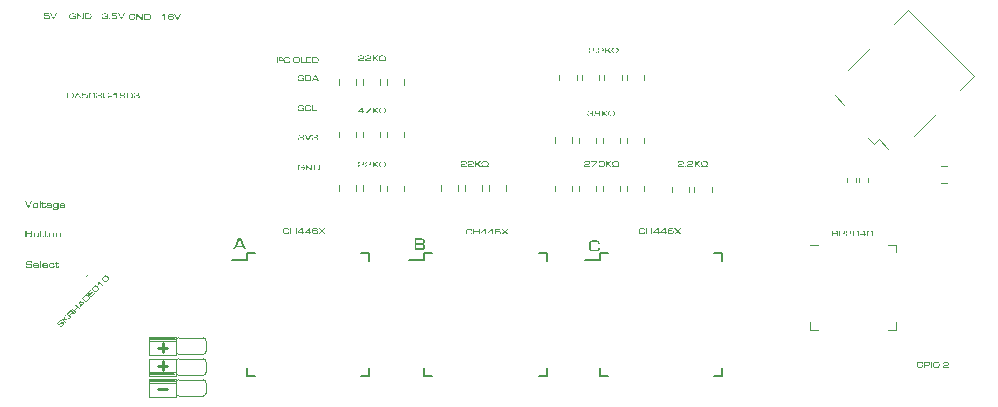
<source format=gbr>
%TF.GenerationSoftware,KiCad,Pcbnew,8.0.0*%
%TF.CreationDate,2024-02-28T09:47:00-08:00*%
%TF.ProjectId,SenseBarnacle,53656e73-6542-4617-926e-61636c652e6b,rev?*%
%TF.SameCoordinates,Original*%
%TF.FileFunction,Legend,Top*%
%TF.FilePolarity,Positive*%
%FSLAX46Y46*%
G04 Gerber Fmt 4.6, Leading zero omitted, Abs format (unit mm)*
G04 Created by KiCad (PCBNEW 8.0.0) date 2024-02-28 09:47:00*
%MOMM*%
%LPD*%
G01*
G04 APERTURE LIST*
%ADD10C,0.125000*%
%ADD11C,0.120000*%
%ADD12C,0.200000*%
%ADD13C,0.250000*%
%ADD14C,0.150000*%
G04 APERTURE END LIST*
D10*
G36*
X41846708Y-47274840D02*
G01*
X42183829Y-47611962D01*
X42123745Y-47672046D01*
X41824532Y-47372833D01*
X41800854Y-47578370D01*
X41736038Y-47590684D01*
X41765709Y-47355839D01*
X41846708Y-47274840D01*
G37*
G36*
X39690903Y-51244148D02*
G01*
X39631182Y-51303870D01*
X39611061Y-51286504D01*
X39586920Y-51274603D01*
X39567488Y-51274993D01*
X39536480Y-51293723D01*
X39508073Y-51317868D01*
X39481394Y-51343196D01*
X39473035Y-51351485D01*
X39444969Y-51380218D01*
X39421702Y-51405489D01*
X39398145Y-51433795D01*
X39379685Y-51462664D01*
X39378807Y-51464711D01*
X39376795Y-51494806D01*
X39388200Y-51517262D01*
X39399013Y-51529648D01*
X39419084Y-51546984D01*
X39442852Y-51558597D01*
X39461636Y-51557695D01*
X39490323Y-51539460D01*
X39520266Y-51515001D01*
X39548403Y-51490197D01*
X39575569Y-51465299D01*
X39581408Y-51459858D01*
X39608615Y-51434707D01*
X39639740Y-51407321D01*
X39667659Y-51384440D01*
X39696930Y-51362928D01*
X39728780Y-51344334D01*
X39741627Y-51339361D01*
X39772025Y-51337372D01*
X39797635Y-51345709D01*
X39820986Y-51360244D01*
X39841701Y-51378080D01*
X39845216Y-51381536D01*
X39862365Y-51400403D01*
X39877921Y-51422555D01*
X39889146Y-51447728D01*
X39892842Y-51475610D01*
X39889221Y-51495901D01*
X39874465Y-51526525D01*
X39855216Y-51554700D01*
X39833818Y-51581587D01*
X39807550Y-51611574D01*
X39783029Y-51637795D01*
X39755392Y-51665999D01*
X39730735Y-51690078D01*
X39702056Y-51716411D01*
X39675757Y-51738559D01*
X39647340Y-51759614D01*
X39618517Y-51776562D01*
X39600785Y-51783646D01*
X39570822Y-51786877D01*
X39543838Y-51780279D01*
X39519959Y-51767196D01*
X39499291Y-51750552D01*
X39492361Y-51743890D01*
X39474158Y-51726170D01*
X39533879Y-51666448D01*
X39544587Y-51677156D01*
X39564517Y-51694865D01*
X39586953Y-51708276D01*
X39613738Y-51710765D01*
X39644312Y-51692827D01*
X39671284Y-51670429D01*
X39699983Y-51643731D01*
X39718519Y-51625500D01*
X39744349Y-51599189D01*
X39770231Y-51571461D01*
X39793374Y-51544415D01*
X39813260Y-51515685D01*
X39816875Y-51507455D01*
X39815005Y-51478974D01*
X39801072Y-51455158D01*
X39782368Y-51434021D01*
X39762009Y-51417334D01*
X39736194Y-51409294D01*
X39732007Y-51409773D01*
X39702044Y-51424563D01*
X39672965Y-51447862D01*
X39664669Y-51455350D01*
X39608367Y-51507853D01*
X39554846Y-51557575D01*
X39523683Y-51583421D01*
X39493941Y-51603087D01*
X39458761Y-51618977D01*
X39425800Y-51625211D01*
X39395059Y-51621787D01*
X39366538Y-51608705D01*
X39345319Y-51591287D01*
X39326705Y-51570174D01*
X39313219Y-51549191D01*
X39303967Y-51524874D01*
X39301940Y-51497301D01*
X39305303Y-51480185D01*
X39319017Y-51449697D01*
X39339986Y-51417982D01*
X39364623Y-51387055D01*
X39389852Y-51358643D01*
X39419353Y-51327832D01*
X39425765Y-51321382D01*
X39451259Y-51296433D01*
X39480706Y-51269201D01*
X39507462Y-51246363D01*
X39536019Y-51224756D01*
X39568069Y-51205789D01*
X39581511Y-51200523D01*
X39610476Y-51197696D01*
X39637407Y-51205102D01*
X39661884Y-51219240D01*
X39683544Y-51237046D01*
X39690903Y-51244148D01*
G37*
G36*
X39718450Y-51028698D02*
G01*
X39862141Y-51172389D01*
X39902399Y-51132131D01*
X39949116Y-50798032D01*
X40027576Y-50719572D01*
X39974037Y-51097625D01*
X40390811Y-51030580D01*
X40308119Y-51113272D01*
X39941206Y-51170696D01*
X39900827Y-51211075D01*
X40055571Y-51365819D01*
X39995487Y-51425904D01*
X39658365Y-51088782D01*
X39718450Y-51028698D01*
G37*
G36*
X40488287Y-50367582D02*
G01*
X40511802Y-50381099D01*
X40531950Y-50397520D01*
X40538664Y-50403986D01*
X40557043Y-50424042D01*
X40572724Y-50445749D01*
X40583578Y-50468621D01*
X40587194Y-50487576D01*
X40581940Y-50517003D01*
X40565799Y-50547708D01*
X40547236Y-50571955D01*
X40572521Y-50551779D01*
X40604839Y-50537089D01*
X40635670Y-50535538D01*
X40660914Y-50544665D01*
X40681117Y-50559645D01*
X40685067Y-50563446D01*
X40771506Y-50649885D01*
X40711422Y-50709969D01*
X40633359Y-50631906D01*
X40612474Y-50615697D01*
X40587050Y-50607545D01*
X40556597Y-50612416D01*
X40524654Y-50632420D01*
X40512292Y-50643823D01*
X40495004Y-50661111D01*
X40340743Y-50815372D01*
X40473381Y-50948010D01*
X40413297Y-51008094D01*
X40076175Y-50670972D01*
X40097573Y-50649574D01*
X40174946Y-50649574D01*
X40302057Y-50776685D01*
X40449427Y-50629316D01*
X40475502Y-50601729D01*
X40497377Y-50574542D01*
X40514256Y-50544629D01*
X40516281Y-50538282D01*
X40515446Y-50509348D01*
X40503333Y-50486197D01*
X40490376Y-50471273D01*
X40472158Y-50454501D01*
X40450934Y-50439387D01*
X40426481Y-50430518D01*
X40419307Y-50430428D01*
X40388148Y-50443488D01*
X40358723Y-50466683D01*
X40340329Y-50484191D01*
X40174946Y-50649574D01*
X40097573Y-50649574D01*
X40301038Y-50446109D01*
X40328892Y-50419804D01*
X40359369Y-50395047D01*
X40387673Y-50376678D01*
X40417359Y-50363507D01*
X40431137Y-50360050D01*
X40461400Y-50359573D01*
X40488287Y-50367582D01*
G37*
G36*
X40891243Y-49855905D02*
G01*
X41228365Y-50193026D01*
X41168280Y-50253111D01*
X41013536Y-50098366D01*
X40749987Y-50361915D01*
X40904731Y-50516660D01*
X40844647Y-50576744D01*
X40507525Y-50239622D01*
X40567610Y-50179538D01*
X40711301Y-50323229D01*
X40974850Y-50059680D01*
X40831159Y-49915989D01*
X40891243Y-49855905D01*
G37*
G36*
X41691872Y-49729519D02*
G01*
X41628766Y-49792625D01*
X41520894Y-49756806D01*
X41291558Y-49986142D01*
X41327739Y-50093651D01*
X41263907Y-50157483D01*
X41099998Y-49648519D01*
X41181699Y-49648519D01*
X41276170Y-49935211D01*
X41469721Y-49741660D01*
X41181699Y-49648519D01*
X41099998Y-49648519D01*
X41099664Y-49647483D01*
X41178487Y-49568660D01*
X41691872Y-49729519D01*
G37*
G36*
X41810366Y-49035052D02*
G01*
X41838556Y-49044479D01*
X41863177Y-49057373D01*
X41888825Y-49074848D01*
X41910084Y-49092126D01*
X41931999Y-49112336D01*
X41937581Y-49117846D01*
X41957038Y-49137871D01*
X41974672Y-49157208D01*
X41995350Y-49181920D01*
X42012786Y-49205409D01*
X42026983Y-49227675D01*
X42040172Y-49253788D01*
X42049315Y-49282601D01*
X42051152Y-49295975D01*
X42048433Y-49327631D01*
X42036027Y-49361866D01*
X42017685Y-49393263D01*
X41996964Y-49420873D01*
X41971301Y-49449799D01*
X41959653Y-49461738D01*
X41727657Y-49693734D01*
X41390535Y-49356612D01*
X41411933Y-49335214D01*
X41489306Y-49335214D01*
X41749055Y-49594963D01*
X41896425Y-49447594D01*
X41924099Y-49418335D01*
X41946100Y-49391580D01*
X41964596Y-49363531D01*
X41977031Y-49332476D01*
X41978460Y-49320482D01*
X41972378Y-49291959D01*
X41958780Y-49265985D01*
X41944318Y-49245402D01*
X41925897Y-49223128D01*
X41908310Y-49204090D01*
X41898567Y-49194165D01*
X41877133Y-49173359D01*
X41857131Y-49155238D01*
X41834143Y-49136365D01*
X41813391Y-49121689D01*
X41791443Y-49109618D01*
X41767189Y-49102925D01*
X41737064Y-49109006D01*
X41708162Y-49125085D01*
X41679372Y-49147329D01*
X41652094Y-49172470D01*
X41647314Y-49177205D01*
X41489306Y-49335214D01*
X41411933Y-49335214D01*
X41609233Y-49137915D01*
X41634079Y-49114078D01*
X41663697Y-49088560D01*
X41691716Y-49067794D01*
X41723229Y-49049150D01*
X41757084Y-49036047D01*
X41779348Y-49032392D01*
X41810366Y-49035052D01*
G37*
G36*
X41923194Y-48901325D02*
G01*
X42028200Y-49006330D01*
X42263822Y-48770708D01*
X42302508Y-48809394D01*
X42066886Y-49045016D01*
X42182944Y-49161075D01*
X42428842Y-48915176D01*
X42467529Y-48953862D01*
X42161546Y-49259845D01*
X41824424Y-48922723D01*
X42130407Y-48616741D01*
X42169093Y-48655427D01*
X41923194Y-48901325D01*
G37*
G36*
X42574861Y-48259244D02*
G01*
X42598037Y-48270845D01*
X42618887Y-48284374D01*
X42641791Y-48301679D01*
X42666747Y-48322759D01*
X42686812Y-48341047D01*
X42708031Y-48361459D01*
X42715361Y-48368735D01*
X42735503Y-48389334D01*
X42753636Y-48408838D01*
X42769761Y-48427247D01*
X42788138Y-48450091D01*
X42802944Y-48470989D01*
X42816431Y-48494376D01*
X42825252Y-48518427D01*
X42826670Y-48532028D01*
X42819832Y-48563295D01*
X42804492Y-48594798D01*
X42785025Y-48624366D01*
X42759482Y-48656949D01*
X42734674Y-48685187D01*
X42705976Y-48715353D01*
X42698194Y-48723197D01*
X42667574Y-48752838D01*
X42638879Y-48778594D01*
X42612109Y-48800466D01*
X42581355Y-48822342D01*
X42548423Y-48840581D01*
X42515477Y-48850813D01*
X42507147Y-48851551D01*
X42477269Y-48844417D01*
X42453903Y-48831965D01*
X42432612Y-48817578D01*
X42409011Y-48799256D01*
X42389794Y-48782933D01*
X42369277Y-48764397D01*
X42347462Y-48743647D01*
X42332196Y-48728585D01*
X42312945Y-48708826D01*
X42295670Y-48690027D01*
X42275709Y-48666455D01*
X42259261Y-48644589D01*
X42243641Y-48619657D01*
X42232140Y-48593258D01*
X42228711Y-48567312D01*
X42233256Y-48552995D01*
X42304339Y-48552995D01*
X42313881Y-48579623D01*
X42328695Y-48601650D01*
X42346246Y-48623473D01*
X42363695Y-48643200D01*
X42384174Y-48664944D01*
X42401520Y-48682576D01*
X42419184Y-48699955D01*
X42440967Y-48720473D01*
X42460732Y-48737959D01*
X42482597Y-48755553D01*
X42504670Y-48770412D01*
X42529260Y-48779909D01*
X42531361Y-48780017D01*
X42561230Y-48768731D01*
X42592285Y-48746347D01*
X42620732Y-48721724D01*
X42647816Y-48696076D01*
X42659508Y-48684510D01*
X42687054Y-48656168D01*
X42713938Y-48626224D01*
X42736794Y-48596897D01*
X42753549Y-48565479D01*
X42755015Y-48556363D01*
X42745474Y-48529609D01*
X42730641Y-48507509D01*
X42713063Y-48485627D01*
X42695586Y-48465855D01*
X42675072Y-48444066D01*
X42657695Y-48426402D01*
X42640062Y-48409056D01*
X42618313Y-48388582D01*
X42598578Y-48371142D01*
X42576739Y-48353606D01*
X42554685Y-48338820D01*
X42530096Y-48329436D01*
X42527993Y-48329341D01*
X42498129Y-48340523D01*
X42467055Y-48362880D01*
X42438580Y-48387510D01*
X42411466Y-48413182D01*
X42399759Y-48424761D01*
X42372247Y-48453074D01*
X42345394Y-48483003D01*
X42322560Y-48512342D01*
X42305811Y-48543832D01*
X42304339Y-48552995D01*
X42233256Y-48552995D01*
X42238655Y-48535986D01*
X42256239Y-48506373D01*
X42277523Y-48477691D01*
X42304835Y-48445367D01*
X42331025Y-48416886D01*
X42361073Y-48386075D01*
X42392552Y-48355381D01*
X42421587Y-48328702D01*
X42448176Y-48306039D01*
X42477975Y-48283356D01*
X42508692Y-48264419D01*
X42541090Y-48253223D01*
X42544452Y-48252953D01*
X42574861Y-48259244D01*
G37*
G36*
X42851419Y-47895729D02*
G01*
X43188541Y-48232850D01*
X43128456Y-48292935D01*
X42829243Y-47993722D01*
X42805566Y-48199259D01*
X42740749Y-48211573D01*
X42770420Y-47976728D01*
X42851419Y-47895729D01*
G37*
G36*
X43424504Y-47409601D02*
G01*
X43447680Y-47421202D01*
X43468531Y-47434731D01*
X43491434Y-47452035D01*
X43516391Y-47473116D01*
X43536455Y-47491404D01*
X43557675Y-47511816D01*
X43565005Y-47519092D01*
X43585146Y-47539690D01*
X43603280Y-47559194D01*
X43619405Y-47577604D01*
X43637781Y-47600448D01*
X43652587Y-47621346D01*
X43666074Y-47644732D01*
X43674895Y-47668783D01*
X43676313Y-47682385D01*
X43669475Y-47713652D01*
X43654135Y-47745154D01*
X43634668Y-47774723D01*
X43609126Y-47807306D01*
X43584317Y-47835543D01*
X43555620Y-47865710D01*
X43547838Y-47873553D01*
X43517217Y-47903194D01*
X43488522Y-47928951D01*
X43461752Y-47950822D01*
X43430999Y-47972699D01*
X43398066Y-47990938D01*
X43365120Y-48001170D01*
X43356791Y-48001908D01*
X43326912Y-47994773D01*
X43303547Y-47982322D01*
X43282255Y-47967935D01*
X43258654Y-47949613D01*
X43239437Y-47933290D01*
X43218921Y-47914754D01*
X43197105Y-47894004D01*
X43181840Y-47878942D01*
X43162588Y-47859183D01*
X43145313Y-47840384D01*
X43125353Y-47816811D01*
X43108905Y-47794946D01*
X43093284Y-47770014D01*
X43081783Y-47743615D01*
X43078354Y-47717669D01*
X43082899Y-47703352D01*
X43153982Y-47703352D01*
X43163524Y-47729980D01*
X43178338Y-47752007D01*
X43195889Y-47773830D01*
X43213338Y-47793557D01*
X43233817Y-47815301D01*
X43251164Y-47832933D01*
X43268827Y-47850311D01*
X43290611Y-47870830D01*
X43310375Y-47888316D01*
X43332240Y-47905910D01*
X43354313Y-47920769D01*
X43378903Y-47930266D01*
X43381004Y-47930373D01*
X43410873Y-47919088D01*
X43441928Y-47896704D01*
X43470376Y-47872081D01*
X43497459Y-47846432D01*
X43509152Y-47834867D01*
X43536697Y-47806524D01*
X43563581Y-47776580D01*
X43586437Y-47747254D01*
X43603192Y-47715836D01*
X43604658Y-47706719D01*
X43595117Y-47679965D01*
X43580285Y-47657865D01*
X43562707Y-47635984D01*
X43545229Y-47616211D01*
X43524716Y-47594423D01*
X43507338Y-47576758D01*
X43489705Y-47559413D01*
X43467957Y-47538939D01*
X43448221Y-47521498D01*
X43426382Y-47503963D01*
X43404328Y-47489176D01*
X43379739Y-47479792D01*
X43377636Y-47479698D01*
X43347772Y-47490879D01*
X43316698Y-47513237D01*
X43288223Y-47537867D01*
X43261109Y-47563539D01*
X43249402Y-47575118D01*
X43221890Y-47603431D01*
X43195037Y-47633360D01*
X43172204Y-47662699D01*
X43155454Y-47694189D01*
X43153982Y-47703352D01*
X43082899Y-47703352D01*
X43088298Y-47686342D01*
X43105882Y-47656730D01*
X43127167Y-47628047D01*
X43154479Y-47595724D01*
X43180668Y-47567243D01*
X43210716Y-47536432D01*
X43242195Y-47505737D01*
X43271230Y-47479059D01*
X43297820Y-47456395D01*
X43327619Y-47433713D01*
X43358335Y-47414776D01*
X43390733Y-47403580D01*
X43394095Y-47403310D01*
X43424504Y-47409601D01*
G37*
G36*
X40434578Y-31950856D02*
G01*
X40475136Y-31952710D01*
X40511301Y-31955802D01*
X40550332Y-31961404D01*
X40588111Y-31970678D01*
X40619698Y-31985013D01*
X40626252Y-31989805D01*
X40645038Y-32012632D01*
X40657468Y-32040979D01*
X40665237Y-32070794D01*
X40669757Y-32098699D01*
X40672770Y-32130206D01*
X40674042Y-32156201D01*
X40674465Y-32184222D01*
X40674289Y-32211793D01*
X40673760Y-32236803D01*
X40672603Y-32264465D01*
X40670487Y-32292377D01*
X40667016Y-32317659D01*
X40663181Y-32333088D01*
X40729689Y-32364473D01*
X40693785Y-32407338D01*
X40634629Y-32379861D01*
X40605375Y-32398228D01*
X40569451Y-32410381D01*
X40531865Y-32417977D01*
X40496789Y-32422396D01*
X40457263Y-32425342D01*
X40413287Y-32426815D01*
X40389629Y-32427000D01*
X40353953Y-32426650D01*
X40310583Y-32425094D01*
X40272010Y-32422295D01*
X40238236Y-32418252D01*
X40202765Y-32411448D01*
X40170095Y-32400718D01*
X40148220Y-32387188D01*
X40131099Y-32363184D01*
X40121444Y-32337975D01*
X40115265Y-32312969D01*
X40110459Y-32283661D01*
X40107756Y-32258858D01*
X40105825Y-32231636D01*
X40104667Y-32201995D01*
X40104504Y-32188496D01*
X40185833Y-32188496D01*
X40186053Y-32213487D01*
X40187028Y-32243633D01*
X40188783Y-32270150D01*
X40192074Y-32298192D01*
X40197631Y-32324357D01*
X40209259Y-32348293D01*
X40210795Y-32349819D01*
X40243007Y-32362612D01*
X40279178Y-32367988D01*
X40319884Y-32370885D01*
X40360647Y-32372092D01*
X40388091Y-32372289D01*
X40424018Y-32371909D01*
X40463466Y-32370367D01*
X40502792Y-32366949D01*
X40537626Y-32360803D01*
X40566754Y-32347987D01*
X40370310Y-32256396D01*
X40410659Y-32213775D01*
X40587784Y-32297429D01*
X40591290Y-32273019D01*
X40592507Y-32248587D01*
X40592908Y-32221129D01*
X40592913Y-32217317D01*
X40592710Y-32187667D01*
X40592101Y-32160493D01*
X40591087Y-32135797D01*
X40589103Y-32106723D01*
X40586399Y-32082053D01*
X40582003Y-32057408D01*
X40572627Y-32032289D01*
X40569832Y-32028762D01*
X40538141Y-32015204D01*
X40501376Y-32009506D01*
X40467212Y-32006832D01*
X40426460Y-32005320D01*
X40389116Y-32004948D01*
X40352783Y-32005301D01*
X40313008Y-32006735D01*
X40273554Y-32009912D01*
X40238935Y-32015626D01*
X40210795Y-32027540D01*
X40197631Y-32052914D01*
X40192074Y-32079015D01*
X40188783Y-32106996D01*
X40187028Y-32133460D01*
X40186053Y-32163550D01*
X40185833Y-32188496D01*
X40104504Y-32188496D01*
X40104280Y-32169934D01*
X40104721Y-32144168D01*
X40106678Y-32112646D01*
X40110200Y-32084359D01*
X40115287Y-32059309D01*
X40123848Y-32032547D01*
X40137350Y-32007108D01*
X40154375Y-31988950D01*
X40182754Y-31973866D01*
X40217367Y-31963885D01*
X40253466Y-31957647D01*
X40296161Y-31953300D01*
X40335064Y-31951183D01*
X40378189Y-31950275D01*
X40389629Y-31950237D01*
X40434578Y-31950856D01*
G37*
G36*
X41330990Y-32427000D02*
G01*
X41241744Y-32427000D01*
X41190795Y-32325394D01*
X40866465Y-32325394D01*
X40816029Y-32427000D01*
X40725756Y-32427000D01*
X40801908Y-32278500D01*
X40891597Y-32278500D01*
X41165320Y-32278500D01*
X41027518Y-32008978D01*
X40891597Y-32278500D01*
X40801908Y-32278500D01*
X40970243Y-31950237D01*
X41081716Y-31950237D01*
X41330990Y-32427000D01*
G37*
G36*
X41847832Y-31950237D02*
G01*
X41847832Y-32004948D01*
X41479392Y-32004948D01*
X41472040Y-32138671D01*
X41470673Y-32137694D01*
X41495463Y-32120650D01*
X41527393Y-32109732D01*
X41562367Y-32103340D01*
X41596875Y-32100107D01*
X41636258Y-32098775D01*
X41644720Y-32098737D01*
X41683987Y-32099533D01*
X41719189Y-32101921D01*
X41756064Y-32106889D01*
X41791686Y-32115582D01*
X41822640Y-32129337D01*
X41825777Y-32131344D01*
X41847245Y-32151089D01*
X41860997Y-32174114D01*
X41869048Y-32198120D01*
X41873648Y-32226066D01*
X41874846Y-32252366D01*
X41874116Y-32278133D01*
X41871154Y-32307080D01*
X41865912Y-32332401D01*
X41856613Y-32358001D01*
X41841617Y-32381269D01*
X41828171Y-32393538D01*
X41798518Y-32408178D01*
X41762071Y-32417556D01*
X41723030Y-32423046D01*
X41684995Y-32425823D01*
X41641959Y-32426967D01*
X41632752Y-32427000D01*
X41597409Y-32426624D01*
X41557454Y-32425096D01*
X41522189Y-32422395D01*
X41486065Y-32417602D01*
X41452459Y-32409872D01*
X41434085Y-32402942D01*
X41409374Y-32385650D01*
X41392750Y-32360979D01*
X41385411Y-32336687D01*
X41383015Y-32312312D01*
X41382965Y-32307931D01*
X41382965Y-32286316D01*
X41463663Y-32286316D01*
X41465266Y-32313312D01*
X41471777Y-32338836D01*
X41489308Y-32359222D01*
X41524477Y-32367682D01*
X41560229Y-32370745D01*
X41600329Y-32372085D01*
X41626939Y-32372289D01*
X41661136Y-32371860D01*
X41696254Y-32370211D01*
X41733037Y-32366090D01*
X41764874Y-32356833D01*
X41768331Y-32354704D01*
X41783438Y-32332338D01*
X41789636Y-32307334D01*
X41792517Y-32278831D01*
X41793122Y-32254686D01*
X41791789Y-32228060D01*
X41786999Y-32203340D01*
X41774725Y-32179295D01*
X41765254Y-32171033D01*
X41733413Y-32160317D01*
X41695175Y-32155525D01*
X41656926Y-32153722D01*
X41631726Y-32153448D01*
X41597321Y-32154058D01*
X41560093Y-32156539D01*
X41523893Y-32162034D01*
X41490006Y-32173636D01*
X41471527Y-32192526D01*
X41394933Y-32192526D01*
X41394933Y-31950237D01*
X41847832Y-31950237D01*
G37*
G36*
X42270836Y-31950793D02*
G01*
X42310231Y-31952459D01*
X42345059Y-31955235D01*
X42382169Y-31960267D01*
X42417279Y-31968596D01*
X42448104Y-31983588D01*
X42450673Y-31985775D01*
X42467727Y-32011726D01*
X42475911Y-32036317D01*
X42481089Y-32060627D01*
X42485048Y-32089058D01*
X42487788Y-32121611D01*
X42489045Y-32148731D01*
X42489616Y-32178169D01*
X42489654Y-32188496D01*
X42489331Y-32217304D01*
X42488361Y-32243918D01*
X42486746Y-32268337D01*
X42483587Y-32297484D01*
X42479280Y-32322731D01*
X42472280Y-32348805D01*
X42461511Y-32372049D01*
X42452895Y-32382669D01*
X42425951Y-32399943D01*
X42392828Y-32411371D01*
X42358155Y-32418514D01*
X42317054Y-32423493D01*
X42279545Y-32425917D01*
X42237922Y-32426956D01*
X42226873Y-32427000D01*
X42184261Y-32426307D01*
X42145758Y-32424229D01*
X42111364Y-32420766D01*
X42074149Y-32414488D01*
X42037965Y-32404099D01*
X42007434Y-32388038D01*
X42001022Y-32382669D01*
X41984940Y-32356497D01*
X41977222Y-32331171D01*
X41972340Y-32305942D01*
X41968607Y-32276298D01*
X41966560Y-32251168D01*
X41965160Y-32223553D01*
X41964407Y-32193455D01*
X41964374Y-32188496D01*
X42045816Y-32188496D01*
X42046017Y-32213275D01*
X42046912Y-32243187D01*
X42048523Y-32269527D01*
X42051543Y-32297429D01*
X42056644Y-32323544D01*
X42067316Y-32347646D01*
X42068726Y-32349208D01*
X42097826Y-32362349D01*
X42135614Y-32368480D01*
X42173140Y-32371185D01*
X42210427Y-32372199D01*
X42226873Y-32372289D01*
X42266392Y-32371726D01*
X42306575Y-32369562D01*
X42343474Y-32364986D01*
X42377538Y-32354618D01*
X42385020Y-32349208D01*
X42397192Y-32323544D01*
X42402331Y-32297429D01*
X42405374Y-32269527D01*
X42406997Y-32243187D01*
X42407898Y-32213275D01*
X42408101Y-32188496D01*
X42407898Y-32163763D01*
X42406997Y-32133907D01*
X42405374Y-32107619D01*
X42402331Y-32079778D01*
X42397192Y-32053727D01*
X42386440Y-32029705D01*
X42385020Y-32028151D01*
X42355996Y-32014941D01*
X42318215Y-32008777D01*
X42280664Y-32006058D01*
X42243339Y-32005038D01*
X42226873Y-32004948D01*
X42187399Y-32005514D01*
X42147247Y-32007690D01*
X42110356Y-32012289D01*
X42076246Y-32022713D01*
X42068726Y-32028151D01*
X42056644Y-32053727D01*
X42051543Y-32079778D01*
X42048523Y-32107619D01*
X42046912Y-32133907D01*
X42046017Y-32163763D01*
X42045816Y-32188496D01*
X41964374Y-32188496D01*
X41964263Y-32172010D01*
X41964622Y-32144426D01*
X41965700Y-32118917D01*
X41968253Y-32088135D01*
X41972084Y-32061043D01*
X41978668Y-32032368D01*
X41989203Y-32005569D01*
X42005125Y-31984798D01*
X42034307Y-31969678D01*
X42067680Y-31961173D01*
X42103012Y-31955941D01*
X42145181Y-31952397D01*
X42183839Y-31950777D01*
X42226873Y-31950237D01*
X42270836Y-31950793D01*
G37*
G36*
X42760299Y-32208158D02*
G01*
X42760299Y-32152959D01*
X42790732Y-32153448D01*
X42829280Y-32153194D01*
X42868839Y-32152221D01*
X42905752Y-32150163D01*
X42941228Y-32145500D01*
X42949734Y-32143067D01*
X42970379Y-32123222D01*
X42976588Y-32098741D01*
X42977260Y-32084693D01*
X42975764Y-32059529D01*
X42968822Y-32033875D01*
X42953324Y-32016916D01*
X42919004Y-32009167D01*
X42882962Y-32006362D01*
X42848468Y-32005240D01*
X42814839Y-32004948D01*
X42778166Y-32005343D01*
X42742673Y-32006802D01*
X42708581Y-32010258D01*
X42685927Y-32016183D01*
X42667784Y-32038744D01*
X42663039Y-32064803D01*
X42662675Y-32076511D01*
X42662675Y-32098737D01*
X42581294Y-32098737D01*
X42581978Y-32077244D01*
X42583576Y-32049902D01*
X42589483Y-32022747D01*
X42601563Y-31997966D01*
X42621949Y-31978061D01*
X42627456Y-31974784D01*
X42660815Y-31962918D01*
X42697382Y-31956374D01*
X42736123Y-31952635D01*
X42773623Y-31950837D01*
X42815865Y-31950237D01*
X42850919Y-31950604D01*
X42890424Y-31952092D01*
X42925137Y-31954725D01*
X42960468Y-31959397D01*
X42996842Y-31968189D01*
X43010428Y-31973685D01*
X43035944Y-31993033D01*
X43050828Y-32018604D01*
X43057112Y-32043836D01*
X43058813Y-32069184D01*
X43057692Y-32093943D01*
X43052957Y-32120505D01*
X43042138Y-32144915D01*
X43035390Y-32153081D01*
X43006994Y-32169807D01*
X42973388Y-32177932D01*
X42946828Y-32180803D01*
X42946828Y-32178238D01*
X42984298Y-32182977D01*
X43017049Y-32191301D01*
X43045648Y-32206937D01*
X43061276Y-32229067D01*
X43068789Y-32255433D01*
X43071194Y-32281712D01*
X43071294Y-32289002D01*
X43070092Y-32313564D01*
X43065475Y-32339473D01*
X43055714Y-32364784D01*
X43038788Y-32387228D01*
X43022054Y-32399522D01*
X42991483Y-32411544D01*
X42954828Y-32419245D01*
X42916051Y-32423753D01*
X42878548Y-32426034D01*
X42836329Y-32426973D01*
X42827320Y-32427000D01*
X42789752Y-32426601D01*
X42755523Y-32425404D01*
X42717433Y-32422787D01*
X42678612Y-32418002D01*
X42642817Y-32410150D01*
X42620275Y-32401476D01*
X42596142Y-32382685D01*
X42581321Y-32358538D01*
X42573472Y-32331661D01*
X42570547Y-32304354D01*
X42570352Y-32294376D01*
X42570352Y-32262868D01*
X42653443Y-32262868D01*
X42653443Y-32294620D01*
X42655089Y-32319327D01*
X42662725Y-32344450D01*
X42679772Y-32360932D01*
X42714362Y-32367853D01*
X42753770Y-32370692D01*
X42791910Y-32371890D01*
X42829313Y-32372278D01*
X42837407Y-32372289D01*
X42872647Y-32371770D01*
X42907061Y-32369850D01*
X42940704Y-32365305D01*
X42964096Y-32357512D01*
X42981627Y-32336308D01*
X42988138Y-32311030D01*
X42989741Y-32284728D01*
X42987821Y-32260240D01*
X42979285Y-32236034D01*
X42965463Y-32222324D01*
X42932687Y-32212640D01*
X42894970Y-32209043D01*
X42856213Y-32208158D01*
X42793638Y-32208158D01*
X42760299Y-32208158D01*
G37*
G36*
X43613098Y-32262868D02*
G01*
X43697728Y-32262868D01*
X43697728Y-32284728D01*
X43696567Y-32312508D01*
X43693086Y-32336847D01*
X43685845Y-32361512D01*
X43670992Y-32386692D01*
X43650198Y-32403064D01*
X43617789Y-32413536D01*
X43582135Y-32419426D01*
X43544995Y-32423049D01*
X43510421Y-32425106D01*
X43471524Y-32426415D01*
X43428304Y-32426976D01*
X43416824Y-32427000D01*
X43376793Y-32426335D01*
X43340561Y-32424343D01*
X43300612Y-32419986D01*
X43266600Y-32413553D01*
X43233619Y-32403094D01*
X43205944Y-32387116D01*
X43202941Y-32384501D01*
X43185020Y-32360561D01*
X43174915Y-32336914D01*
X43167055Y-32307811D01*
X43162384Y-32280599D01*
X43159150Y-32249896D01*
X43157668Y-32224578D01*
X43156995Y-32197294D01*
X43156950Y-32187764D01*
X43157113Y-32159161D01*
X43157601Y-32133313D01*
X43158671Y-32104878D01*
X43160626Y-32076439D01*
X43163835Y-32051095D01*
X43167379Y-32036089D01*
X43180658Y-32013220D01*
X43202420Y-31993916D01*
X43227047Y-31979302D01*
X43258306Y-31967977D01*
X43294972Y-31960484D01*
X43332486Y-31955801D01*
X43367054Y-31953076D01*
X43405672Y-31951259D01*
X43448340Y-31950351D01*
X43471193Y-31950237D01*
X43509038Y-31950920D01*
X43549141Y-31953542D01*
X43583450Y-31958130D01*
X43616154Y-31965968D01*
X43643872Y-31978203D01*
X43665774Y-31997903D01*
X43679224Y-32022194D01*
X43686348Y-32048683D01*
X43689002Y-32075275D01*
X43689179Y-32084937D01*
X43689692Y-32098737D01*
X43605233Y-32098737D01*
X43604549Y-32081762D01*
X43602656Y-32056722D01*
X43594241Y-32032202D01*
X43580613Y-32018625D01*
X43547332Y-32009276D01*
X43512908Y-32006030D01*
X43473748Y-32004961D01*
X43468286Y-32004948D01*
X43430980Y-32005217D01*
X43389779Y-32006310D01*
X43354614Y-32008244D01*
X43320384Y-32011674D01*
X43285334Y-32019090D01*
X43277996Y-32022167D01*
X43257785Y-32044029D01*
X43249493Y-32068544D01*
X43245638Y-32096520D01*
X43244828Y-32120230D01*
X43245027Y-32154356D01*
X43245622Y-32185704D01*
X43246613Y-32214274D01*
X43248002Y-32240066D01*
X43250470Y-32270135D01*
X43253644Y-32295265D01*
X43258603Y-32319733D01*
X43267396Y-32341026D01*
X43296084Y-32358825D01*
X43333494Y-32367129D01*
X43370696Y-32370793D01*
X43407685Y-32372167D01*
X43424005Y-32372289D01*
X43461935Y-32371979D01*
X43501092Y-32370788D01*
X43538009Y-32368271D01*
X43571601Y-32363247D01*
X43583520Y-32359588D01*
X43605486Y-32338961D01*
X43613048Y-32312749D01*
X43614123Y-32294498D01*
X43613098Y-32262868D01*
G37*
G36*
X43706618Y-32223789D02*
G01*
X43920331Y-32223789D01*
X43920331Y-32278500D01*
X43704909Y-32278500D01*
X43706618Y-32223789D01*
G37*
G36*
X44308604Y-31950237D02*
G01*
X44308604Y-32427000D01*
X44223631Y-32427000D01*
X44223631Y-32003849D01*
X44061552Y-32132443D01*
X44007012Y-32095318D01*
X44194054Y-31950237D01*
X44308604Y-31950237D01*
G37*
G36*
X44840884Y-31950596D02*
G01*
X44875059Y-31951672D01*
X44912872Y-31954027D01*
X44951052Y-31958331D01*
X44985673Y-31965394D01*
X45006845Y-31973196D01*
X45031188Y-31993139D01*
X45044171Y-32017147D01*
X45050798Y-32044027D01*
X45052962Y-32071430D01*
X45053007Y-32076389D01*
X45051628Y-32101256D01*
X45046029Y-32126715D01*
X45032309Y-32150470D01*
X45030952Y-32151860D01*
X45003538Y-32168015D01*
X44970611Y-32176839D01*
X44947797Y-32180188D01*
X44980359Y-32184887D01*
X45013938Y-32194291D01*
X45037620Y-32208402D01*
X45052232Y-32231690D01*
X45058402Y-32257531D01*
X45060166Y-32283167D01*
X45060188Y-32286682D01*
X45059040Y-32312147D01*
X45054632Y-32338903D01*
X45045311Y-32364876D01*
X45029149Y-32387648D01*
X45013171Y-32399889D01*
X44978785Y-32412994D01*
X44941064Y-32420222D01*
X44901087Y-32424352D01*
X44862383Y-32426338D01*
X44827891Y-32426973D01*
X44818778Y-32427000D01*
X44780069Y-32426608D01*
X44744898Y-32425435D01*
X44705907Y-32422868D01*
X44666413Y-32418174D01*
X44630394Y-32410473D01*
X44608143Y-32401965D01*
X44584589Y-32383207D01*
X44570123Y-32358684D01*
X44562462Y-32331165D01*
X44559607Y-32303075D01*
X44559417Y-32292788D01*
X44559459Y-32291811D01*
X44640969Y-32291811D01*
X44642155Y-32316594D01*
X44646974Y-32340854D01*
X44659947Y-32362275D01*
X44690080Y-32374274D01*
X44727322Y-32378023D01*
X44742525Y-32378273D01*
X44835533Y-32372289D01*
X44897082Y-32376563D01*
X44932112Y-32370796D01*
X44960805Y-32356929D01*
X44962906Y-32354826D01*
X44974196Y-32330821D01*
X44977882Y-32306082D01*
X44978635Y-32284606D01*
X44976309Y-32259359D01*
X44965970Y-32234773D01*
X44949228Y-32221347D01*
X44915280Y-32213310D01*
X44879291Y-32210013D01*
X44839035Y-32208480D01*
X44805271Y-32208158D01*
X44766184Y-32208630D01*
X44728255Y-32210375D01*
X44691630Y-32214507D01*
X44666957Y-32221591D01*
X44648304Y-32243650D01*
X44642213Y-32269000D01*
X44640969Y-32291811D01*
X44559459Y-32291811D01*
X44560505Y-32267766D01*
X44565101Y-32241039D01*
X44575605Y-32216690D01*
X44582156Y-32208646D01*
X44608757Y-32192791D01*
X44643961Y-32183436D01*
X44673095Y-32179483D01*
X44643116Y-32174828D01*
X44611517Y-32165377D01*
X44589165Y-32151249D01*
X44575439Y-32127901D01*
X44569642Y-32101931D01*
X44568222Y-32079808D01*
X44649689Y-32079808D01*
X44651880Y-32105540D01*
X44661617Y-32129932D01*
X44677386Y-32142334D01*
X44713025Y-32149106D01*
X44747427Y-32151613D01*
X44784897Y-32152916D01*
X44821752Y-32153404D01*
X44837927Y-32153448D01*
X44873073Y-32152781D01*
X44909221Y-32149967D01*
X44943481Y-32142014D01*
X44948373Y-32139526D01*
X44964940Y-32118129D01*
X44970643Y-32091830D01*
X44971454Y-32073702D01*
X44968983Y-32047561D01*
X44957221Y-32023144D01*
X44946151Y-32015572D01*
X44910606Y-32008693D01*
X44873698Y-32006203D01*
X44838500Y-32005207D01*
X44804246Y-32004948D01*
X44765988Y-32005334D01*
X44729178Y-32006762D01*
X44694234Y-32010143D01*
X44671744Y-32015939D01*
X44655202Y-32037402D01*
X44650227Y-32064306D01*
X44649689Y-32079808D01*
X44568222Y-32079808D01*
X44567986Y-32076140D01*
X44567965Y-32072603D01*
X44569582Y-32046288D01*
X44575555Y-32020145D01*
X44587772Y-31996278D01*
X44611126Y-31975460D01*
X44613956Y-31973929D01*
X44647590Y-31962477D01*
X44684353Y-31956160D01*
X44723248Y-31952551D01*
X44760867Y-31950816D01*
X44803220Y-31950237D01*
X44840884Y-31950596D01*
G37*
G36*
X45461820Y-31950793D02*
G01*
X45501215Y-31952459D01*
X45536043Y-31955235D01*
X45573153Y-31960267D01*
X45608263Y-31968596D01*
X45639088Y-31983588D01*
X45641657Y-31985775D01*
X45658711Y-32011726D01*
X45666895Y-32036317D01*
X45672073Y-32060627D01*
X45676032Y-32089058D01*
X45678772Y-32121611D01*
X45680029Y-32148731D01*
X45680600Y-32178169D01*
X45680638Y-32188496D01*
X45680315Y-32217304D01*
X45679345Y-32243918D01*
X45677730Y-32268337D01*
X45674571Y-32297484D01*
X45670264Y-32322731D01*
X45663264Y-32348805D01*
X45652494Y-32372049D01*
X45643879Y-32382669D01*
X45616935Y-32399943D01*
X45583812Y-32411371D01*
X45549139Y-32418514D01*
X45508038Y-32423493D01*
X45470529Y-32425917D01*
X45428905Y-32426956D01*
X45417857Y-32427000D01*
X45375245Y-32426307D01*
X45336742Y-32424229D01*
X45302348Y-32420766D01*
X45265133Y-32414488D01*
X45228949Y-32404099D01*
X45198418Y-32388038D01*
X45192006Y-32382669D01*
X45175924Y-32356497D01*
X45168206Y-32331171D01*
X45163324Y-32305942D01*
X45159590Y-32276298D01*
X45157544Y-32251168D01*
X45156144Y-32223553D01*
X45155391Y-32193455D01*
X45155358Y-32188496D01*
X45236800Y-32188496D01*
X45237001Y-32213275D01*
X45237896Y-32243187D01*
X45239507Y-32269527D01*
X45242527Y-32297429D01*
X45247628Y-32323544D01*
X45258300Y-32347646D01*
X45259710Y-32349208D01*
X45288810Y-32362349D01*
X45326597Y-32368480D01*
X45364124Y-32371185D01*
X45401411Y-32372199D01*
X45417857Y-32372289D01*
X45457376Y-32371726D01*
X45497559Y-32369562D01*
X45534458Y-32364986D01*
X45568521Y-32354618D01*
X45576004Y-32349208D01*
X45588176Y-32323544D01*
X45593315Y-32297429D01*
X45596358Y-32269527D01*
X45597981Y-32243187D01*
X45598882Y-32213275D01*
X45599085Y-32188496D01*
X45598882Y-32163763D01*
X45597981Y-32133907D01*
X45596358Y-32107619D01*
X45593315Y-32079778D01*
X45588176Y-32053727D01*
X45577424Y-32029705D01*
X45576004Y-32028151D01*
X45546980Y-32014941D01*
X45509199Y-32008777D01*
X45471648Y-32006058D01*
X45434323Y-32005038D01*
X45417857Y-32004948D01*
X45378383Y-32005514D01*
X45338231Y-32007690D01*
X45301340Y-32012289D01*
X45267230Y-32022713D01*
X45259710Y-32028151D01*
X45247628Y-32053727D01*
X45242527Y-32079778D01*
X45239507Y-32107619D01*
X45237896Y-32133907D01*
X45237001Y-32163763D01*
X45236800Y-32188496D01*
X45155358Y-32188496D01*
X45155247Y-32172010D01*
X45155606Y-32144426D01*
X45156684Y-32118917D01*
X45159237Y-32088135D01*
X45163068Y-32061043D01*
X45169652Y-32032368D01*
X45180187Y-32005569D01*
X45196109Y-31984798D01*
X45225291Y-31969678D01*
X45258664Y-31961173D01*
X45293996Y-31955941D01*
X45336165Y-31952397D01*
X45374823Y-31950777D01*
X45417857Y-31950237D01*
X45461820Y-31950793D01*
G37*
G36*
X45951283Y-32208158D02*
G01*
X45951283Y-32152959D01*
X45981716Y-32153448D01*
X46020264Y-32153194D01*
X46059822Y-32152221D01*
X46096736Y-32150163D01*
X46132212Y-32145500D01*
X46140718Y-32143067D01*
X46161363Y-32123222D01*
X46167572Y-32098741D01*
X46168244Y-32084693D01*
X46166748Y-32059529D01*
X46159806Y-32033875D01*
X46144308Y-32016916D01*
X46109988Y-32009167D01*
X46073946Y-32006362D01*
X46039452Y-32005240D01*
X46005823Y-32004948D01*
X45969150Y-32005343D01*
X45933657Y-32006802D01*
X45899565Y-32010258D01*
X45876911Y-32016183D01*
X45858768Y-32038744D01*
X45854023Y-32064803D01*
X45853659Y-32076511D01*
X45853659Y-32098737D01*
X45772278Y-32098737D01*
X45772962Y-32077244D01*
X45774560Y-32049902D01*
X45780467Y-32022747D01*
X45792547Y-31997966D01*
X45812932Y-31978061D01*
X45818440Y-31974784D01*
X45851799Y-31962918D01*
X45888366Y-31956374D01*
X45927107Y-31952635D01*
X45964607Y-31950837D01*
X46006848Y-31950237D01*
X46041903Y-31950604D01*
X46081408Y-31952092D01*
X46116121Y-31954725D01*
X46151452Y-31959397D01*
X46187826Y-31968189D01*
X46201412Y-31973685D01*
X46226928Y-31993033D01*
X46241812Y-32018604D01*
X46248096Y-32043836D01*
X46249797Y-32069184D01*
X46248676Y-32093943D01*
X46243941Y-32120505D01*
X46233122Y-32144915D01*
X46226374Y-32153081D01*
X46197978Y-32169807D01*
X46164372Y-32177932D01*
X46137812Y-32180803D01*
X46137812Y-32178238D01*
X46175282Y-32182977D01*
X46208033Y-32191301D01*
X46236632Y-32206937D01*
X46252260Y-32229067D01*
X46259773Y-32255433D01*
X46262177Y-32281712D01*
X46262278Y-32289002D01*
X46261076Y-32313564D01*
X46256459Y-32339473D01*
X46246698Y-32364784D01*
X46229772Y-32387228D01*
X46213038Y-32399522D01*
X46182467Y-32411544D01*
X46145812Y-32419245D01*
X46107035Y-32423753D01*
X46069532Y-32426034D01*
X46027313Y-32426973D01*
X46018303Y-32427000D01*
X45980735Y-32426601D01*
X45946507Y-32425404D01*
X45908417Y-32422787D01*
X45869596Y-32418002D01*
X45833801Y-32410150D01*
X45811259Y-32401476D01*
X45787126Y-32382685D01*
X45772305Y-32358538D01*
X45764456Y-32331661D01*
X45761531Y-32304354D01*
X45761336Y-32294376D01*
X45761336Y-32262868D01*
X45844427Y-32262868D01*
X45844427Y-32294620D01*
X45846073Y-32319327D01*
X45853709Y-32344450D01*
X45870756Y-32360932D01*
X45905346Y-32367853D01*
X45944754Y-32370692D01*
X45982894Y-32371890D01*
X46020297Y-32372278D01*
X46028391Y-32372289D01*
X46063631Y-32371770D01*
X46098045Y-32369850D01*
X46131688Y-32365305D01*
X46155079Y-32357512D01*
X46172611Y-32336308D01*
X46179122Y-32311030D01*
X46180725Y-32284728D01*
X46178805Y-32260240D01*
X46170269Y-32236034D01*
X46156447Y-32222324D01*
X46123671Y-32212640D01*
X46085954Y-32209043D01*
X46047197Y-32208158D01*
X45984622Y-32208158D01*
X45951283Y-32208158D01*
G37*
G36*
X112310632Y-54993911D02*
G01*
X112602649Y-54993911D01*
X112604316Y-55018365D01*
X112604863Y-55044221D01*
X112604872Y-55048255D01*
X112604167Y-55078388D01*
X112602051Y-55105530D01*
X112597423Y-55135249D01*
X112590590Y-55160293D01*
X112579483Y-55184176D01*
X112559736Y-55205547D01*
X112528373Y-55218957D01*
X112493309Y-55226501D01*
X112456531Y-55231141D01*
X112422162Y-55233775D01*
X112383396Y-55235451D01*
X112340233Y-55236170D01*
X112328755Y-55236200D01*
X112286723Y-55235637D01*
X112248592Y-55233948D01*
X112214360Y-55231133D01*
X112177056Y-55226032D01*
X112140335Y-55217589D01*
X112108585Y-55204536D01*
X112101707Y-55200174D01*
X112081788Y-55180246D01*
X112068609Y-55156532D01*
X112060372Y-55132094D01*
X112054631Y-55103405D01*
X112051835Y-55077392D01*
X112050637Y-55048658D01*
X112050587Y-55041049D01*
X112050074Y-54973394D01*
X112050587Y-54932728D01*
X112051474Y-54907828D01*
X112055077Y-54879747D01*
X112061452Y-54855047D01*
X112072760Y-54829869D01*
X112090997Y-54806649D01*
X112107349Y-54794120D01*
X112137549Y-54780606D01*
X112171978Y-54771664D01*
X112206693Y-54766076D01*
X112246885Y-54762181D01*
X112282981Y-54760284D01*
X112322582Y-54759471D01*
X112333030Y-54759437D01*
X112373408Y-54759781D01*
X112410084Y-54760811D01*
X112450721Y-54763065D01*
X112485574Y-54766393D01*
X112519761Y-54771802D01*
X112552384Y-54781419D01*
X112579071Y-54800305D01*
X112593305Y-54822936D01*
X112600569Y-54848222D01*
X112602942Y-54873971D01*
X112602991Y-54878628D01*
X112602991Y-54900121D01*
X112519387Y-54900121D01*
X112519387Y-54885833D01*
X112516939Y-54861262D01*
X112506060Y-54837758D01*
X112488441Y-54825505D01*
X112454657Y-54819039D01*
X112420010Y-54816322D01*
X112382173Y-54814858D01*
X112344902Y-54814248D01*
X112320036Y-54814148D01*
X112282890Y-54814625D01*
X112244486Y-54816457D01*
X112208189Y-54820330D01*
X112174986Y-54828058D01*
X112163085Y-54833687D01*
X112144540Y-54856871D01*
X112136932Y-54881906D01*
X112133396Y-54910098D01*
X112132653Y-54933827D01*
X112131627Y-54994399D01*
X112132140Y-55059612D01*
X112132970Y-55084381D01*
X112136160Y-55109878D01*
X112144134Y-55136701D01*
X112160083Y-55158702D01*
X112166163Y-55162805D01*
X112199081Y-55172658D01*
X112235992Y-55177384D01*
X112276721Y-55180011D01*
X112317071Y-55181197D01*
X112353546Y-55181489D01*
X112387829Y-55181072D01*
X112423140Y-55179469D01*
X112460329Y-55175462D01*
X112493003Y-55166462D01*
X112496648Y-55164392D01*
X112513806Y-55140887D01*
X112520017Y-55116865D01*
X112522734Y-55089873D01*
X112523148Y-55071946D01*
X112520071Y-55048621D01*
X112310632Y-55048621D01*
X112310632Y-54993911D01*
G37*
G36*
X113029094Y-54760575D02*
G01*
X113064111Y-54763988D01*
X113098597Y-54770846D01*
X113129614Y-54782477D01*
X113144453Y-54791800D01*
X113164784Y-54814253D01*
X113175997Y-54837687D01*
X113182404Y-54861931D01*
X113185855Y-54890014D01*
X113186512Y-54910868D01*
X113185443Y-54935651D01*
X113181340Y-54962007D01*
X113172663Y-54988088D01*
X113157618Y-55011741D01*
X113142743Y-55025174D01*
X113112323Y-55040109D01*
X113075383Y-55049282D01*
X113041563Y-55053626D01*
X113002502Y-55055799D01*
X112981006Y-55056070D01*
X112952112Y-55056437D01*
X112768148Y-55056437D01*
X112768148Y-55236200D01*
X112683176Y-55236200D01*
X112683176Y-54814148D01*
X112768148Y-54814148D01*
X112768148Y-55001726D01*
X112938092Y-55001726D01*
X112975951Y-55001194D01*
X113013071Y-54999227D01*
X113049640Y-54994569D01*
X113075552Y-54986583D01*
X113095538Y-54965372D01*
X113102961Y-54940605D01*
X113104788Y-54915020D01*
X113103855Y-54888185D01*
X113100505Y-54863370D01*
X113091921Y-54839443D01*
X113085297Y-54831367D01*
X113054666Y-54819271D01*
X113020512Y-54815321D01*
X112990067Y-54814514D01*
X112961686Y-54814148D01*
X112768148Y-54814148D01*
X112683176Y-54814148D01*
X112683176Y-54759437D01*
X112964080Y-54759437D01*
X112989041Y-54759437D01*
X113029094Y-54760575D01*
G37*
G36*
X113346027Y-54759437D02*
G01*
X113346027Y-55236200D01*
X113261055Y-55236200D01*
X113261055Y-54759437D01*
X113346027Y-54759437D01*
G37*
G36*
X113750355Y-54760052D02*
G01*
X113790912Y-54761895D01*
X113827078Y-54764967D01*
X113866108Y-54770535D01*
X113903887Y-54779752D01*
X113935474Y-54793999D01*
X113942028Y-54798761D01*
X113960814Y-54821387D01*
X113973244Y-54849496D01*
X113981013Y-54879067D01*
X113985533Y-54906747D01*
X113988547Y-54938002D01*
X113989818Y-54963791D01*
X113990242Y-54991590D01*
X113989836Y-55021489D01*
X113988619Y-55049180D01*
X113986590Y-55074661D01*
X113982623Y-55105200D01*
X113977214Y-55131812D01*
X113968423Y-55159554D01*
X113954899Y-55184746D01*
X113944080Y-55196632D01*
X113916881Y-55212050D01*
X113882420Y-55222250D01*
X113845841Y-55228626D01*
X113811434Y-55232336D01*
X113772453Y-55234808D01*
X113728898Y-55236045D01*
X113705406Y-55236200D01*
X113670772Y-55235853D01*
X113628543Y-55234312D01*
X113590830Y-55231538D01*
X113550037Y-55226338D01*
X113516298Y-55219212D01*
X113485122Y-55208118D01*
X113466903Y-55196754D01*
X113448649Y-55173694D01*
X113438356Y-55150117D01*
X113430350Y-55120619D01*
X113425592Y-55092757D01*
X113422298Y-55061106D01*
X113420789Y-55034880D01*
X113420102Y-55006523D01*
X113420062Y-54997696D01*
X113501780Y-54997696D01*
X113502000Y-55022687D01*
X113502975Y-55052833D01*
X113504730Y-55079350D01*
X113508021Y-55107392D01*
X113513579Y-55133557D01*
X113525206Y-55157493D01*
X113526742Y-55159019D01*
X113559075Y-55171812D01*
X113595450Y-55177188D01*
X113636409Y-55180085D01*
X113677437Y-55181292D01*
X113705064Y-55181489D01*
X113741478Y-55181138D01*
X113781338Y-55179712D01*
X113820872Y-55176552D01*
X113855554Y-55170868D01*
X113883727Y-55159019D01*
X113896891Y-55133557D01*
X113902449Y-55107392D01*
X113905739Y-55079350D01*
X113907495Y-55052833D01*
X113908470Y-55022687D01*
X113908689Y-54997696D01*
X113908689Y-54968143D01*
X113908176Y-54925523D01*
X113906956Y-54900072D01*
X113902448Y-54875154D01*
X113891772Y-54850674D01*
X113873469Y-54833443D01*
X113842110Y-54823268D01*
X113803102Y-54817841D01*
X113765726Y-54815354D01*
X113729262Y-54814317D01*
X113705064Y-54814148D01*
X113668730Y-54814501D01*
X113628955Y-54815935D01*
X113589501Y-54819112D01*
X113554882Y-54824826D01*
X113526742Y-54836740D01*
X113513579Y-54862114D01*
X113508021Y-54888215D01*
X113504730Y-54916196D01*
X113502975Y-54942660D01*
X113502000Y-54972750D01*
X113501780Y-54997696D01*
X113420062Y-54997696D01*
X113420057Y-54996597D01*
X113420057Y-54964113D01*
X113421083Y-54920516D01*
X113422564Y-54892978D01*
X113427010Y-54868297D01*
X113436256Y-54842450D01*
X113452437Y-54817493D01*
X113474427Y-54798134D01*
X113481777Y-54793631D01*
X113513223Y-54780308D01*
X113547965Y-54771492D01*
X113582407Y-54765982D01*
X113621842Y-54762142D01*
X113656985Y-54760272D01*
X113695322Y-54759471D01*
X113705406Y-54759437D01*
X113750355Y-54760052D01*
G37*
G36*
X114779781Y-55181489D02*
G01*
X114779781Y-55236200D01*
X114296107Y-55236200D01*
X114296107Y-55141555D01*
X114297586Y-55115548D01*
X114303048Y-55089731D01*
X114314220Y-55066194D01*
X114335578Y-55045725D01*
X114338166Y-55044225D01*
X114370683Y-55031983D01*
X114408092Y-55023678D01*
X114448596Y-55017405D01*
X114488300Y-55012775D01*
X114523958Y-55009461D01*
X114533413Y-55008687D01*
X114568369Y-55005682D01*
X114604144Y-55001698D01*
X114641373Y-54995744D01*
X114673021Y-54986362D01*
X114676344Y-54984507D01*
X114692590Y-54961734D01*
X114698229Y-54936922D01*
X114700016Y-54912122D01*
X114700109Y-54904151D01*
X114698453Y-54878170D01*
X114691724Y-54852820D01*
X114673609Y-54830634D01*
X114641268Y-54819960D01*
X114606052Y-54815758D01*
X114571405Y-54814293D01*
X114554614Y-54814148D01*
X114520263Y-54814452D01*
X114484696Y-54815620D01*
X114446867Y-54818539D01*
X114412752Y-54825096D01*
X114408776Y-54826604D01*
X114387914Y-54846225D01*
X114380733Y-54870709D01*
X114379711Y-54887665D01*
X114380908Y-54923569D01*
X114296962Y-54923569D01*
X114297646Y-54896458D01*
X114299455Y-54867681D01*
X114304883Y-54842717D01*
X114315788Y-54818410D01*
X114334282Y-54796986D01*
X114349108Y-54787037D01*
X114381165Y-54774962D01*
X114419452Y-54767227D01*
X114459876Y-54762699D01*
X114498925Y-54760408D01*
X114533675Y-54759545D01*
X114552220Y-54759437D01*
X114592188Y-54760192D01*
X114627891Y-54762455D01*
X114665103Y-54767162D01*
X114700753Y-54775399D01*
X114731258Y-54788433D01*
X114734303Y-54790334D01*
X114757196Y-54812156D01*
X114769822Y-54835366D01*
X114777037Y-54859605D01*
X114780922Y-54887854D01*
X114781662Y-54908914D01*
X114780585Y-54933931D01*
X114776449Y-54960378D01*
X114767705Y-54986306D01*
X114752542Y-55009440D01*
X114737551Y-55022243D01*
X114704828Y-55036957D01*
X114668437Y-55046331D01*
X114629626Y-55052924D01*
X114591912Y-55057402D01*
X114549314Y-55060955D01*
X114513250Y-55063808D01*
X114476465Y-55067609D01*
X114442498Y-55072564D01*
X114408593Y-55081485D01*
X114403476Y-55084158D01*
X114388166Y-55107650D01*
X114382851Y-55134132D01*
X114381167Y-55160887D01*
X114381079Y-55169521D01*
X114381079Y-55181489D01*
X114779781Y-55181489D01*
G37*
G36*
X105219275Y-43635332D02*
G01*
X105258332Y-43639377D01*
X105291334Y-43646402D01*
X105321639Y-43658080D01*
X105333826Y-43665378D01*
X105355562Y-43686440D01*
X105368911Y-43711115D01*
X105375981Y-43737300D01*
X105378615Y-43763159D01*
X105378791Y-43772479D01*
X105377605Y-43799656D01*
X105373344Y-43826094D01*
X105364846Y-43849942D01*
X105354000Y-43865902D01*
X105329477Y-43882995D01*
X105296352Y-43893293D01*
X105266081Y-43897313D01*
X105298227Y-43900924D01*
X105331466Y-43913389D01*
X105354364Y-43934093D01*
X105365760Y-43958398D01*
X105369453Y-43983276D01*
X105369559Y-43988756D01*
X105369559Y-44111000D01*
X105284587Y-44111000D01*
X105284587Y-44000602D01*
X105281281Y-43974372D01*
X105269067Y-43950630D01*
X105244090Y-43932541D01*
X105207358Y-43924099D01*
X105190553Y-43923421D01*
X105166104Y-43923421D01*
X104947947Y-43923421D01*
X104947947Y-44111000D01*
X104862975Y-44111000D01*
X104862975Y-43688948D01*
X104947947Y-43688948D01*
X104947947Y-43868711D01*
X105156359Y-43868711D01*
X105194304Y-43867642D01*
X105228996Y-43863885D01*
X105262082Y-43854669D01*
X105268002Y-43851614D01*
X105287871Y-43830563D01*
X105295677Y-43805627D01*
X105297067Y-43785912D01*
X105296045Y-43761172D01*
X105291725Y-43735476D01*
X105280705Y-43711914D01*
X105275696Y-43706778D01*
X105244428Y-43693980D01*
X105207221Y-43689575D01*
X105181834Y-43688948D01*
X104947947Y-43688948D01*
X104862975Y-43688948D01*
X104862975Y-43634237D01*
X105180979Y-43634237D01*
X105219275Y-43635332D01*
G37*
G36*
X105818914Y-43635375D02*
G01*
X105853930Y-43638788D01*
X105888416Y-43645646D01*
X105919434Y-43657277D01*
X105934272Y-43666600D01*
X105954604Y-43689053D01*
X105965816Y-43712487D01*
X105972224Y-43736731D01*
X105975674Y-43764814D01*
X105976331Y-43785668D01*
X105975263Y-43810451D01*
X105971159Y-43836807D01*
X105962483Y-43862888D01*
X105947437Y-43886541D01*
X105932563Y-43899974D01*
X105902143Y-43914909D01*
X105865203Y-43924082D01*
X105831383Y-43928426D01*
X105792321Y-43930599D01*
X105770825Y-43930870D01*
X105741931Y-43931237D01*
X105557968Y-43931237D01*
X105557968Y-44111000D01*
X105472995Y-44111000D01*
X105472995Y-43688948D01*
X105557968Y-43688948D01*
X105557968Y-43876526D01*
X105727912Y-43876526D01*
X105765771Y-43875994D01*
X105802890Y-43874027D01*
X105839459Y-43869369D01*
X105865372Y-43861383D01*
X105885357Y-43840172D01*
X105892780Y-43815405D01*
X105894607Y-43789820D01*
X105893675Y-43762985D01*
X105890325Y-43738170D01*
X105881741Y-43714243D01*
X105875117Y-43706167D01*
X105844485Y-43694071D01*
X105810331Y-43690121D01*
X105779887Y-43689314D01*
X105751506Y-43688948D01*
X105557968Y-43688948D01*
X105472995Y-43688948D01*
X105472995Y-43634237D01*
X105753899Y-43634237D01*
X105778861Y-43634237D01*
X105818914Y-43635375D01*
G37*
G36*
X106525316Y-44056289D02*
G01*
X106525316Y-44111000D01*
X106041642Y-44111000D01*
X106041642Y-44016355D01*
X106043120Y-43990348D01*
X106048583Y-43964531D01*
X106059755Y-43940994D01*
X106081113Y-43920525D01*
X106083700Y-43919025D01*
X106116218Y-43906783D01*
X106153627Y-43898478D01*
X106194131Y-43892205D01*
X106233835Y-43887575D01*
X106269493Y-43884261D01*
X106278948Y-43883487D01*
X106313903Y-43880482D01*
X106349679Y-43876498D01*
X106386908Y-43870544D01*
X106418556Y-43861162D01*
X106421879Y-43859307D01*
X106438124Y-43836534D01*
X106443764Y-43811722D01*
X106445551Y-43786922D01*
X106445644Y-43778951D01*
X106443987Y-43752970D01*
X106437259Y-43727620D01*
X106419143Y-43705434D01*
X106386803Y-43694760D01*
X106351586Y-43690558D01*
X106316940Y-43689093D01*
X106300148Y-43688948D01*
X106265798Y-43689252D01*
X106230231Y-43690420D01*
X106192401Y-43693339D01*
X106158287Y-43699896D01*
X106154311Y-43701404D01*
X106133449Y-43721025D01*
X106126268Y-43745509D01*
X106125246Y-43762465D01*
X106126443Y-43798369D01*
X106042496Y-43798369D01*
X106043180Y-43771258D01*
X106044990Y-43742481D01*
X106050417Y-43717517D01*
X106061323Y-43693210D01*
X106079817Y-43671786D01*
X106094642Y-43661837D01*
X106126699Y-43649762D01*
X106164987Y-43642027D01*
X106205411Y-43637499D01*
X106244460Y-43635208D01*
X106279210Y-43634345D01*
X106297755Y-43634237D01*
X106337723Y-43634992D01*
X106373426Y-43637255D01*
X106410638Y-43641962D01*
X106446288Y-43650199D01*
X106476793Y-43663233D01*
X106479838Y-43665134D01*
X106502731Y-43686956D01*
X106515357Y-43710166D01*
X106522572Y-43734405D01*
X106526456Y-43762654D01*
X106527196Y-43783714D01*
X106526120Y-43808731D01*
X106521984Y-43835178D01*
X106513240Y-43861106D01*
X106498077Y-43884240D01*
X106483086Y-43897043D01*
X106450363Y-43911757D01*
X106413972Y-43921131D01*
X106375161Y-43927724D01*
X106337446Y-43932202D01*
X106294848Y-43935755D01*
X106258785Y-43938608D01*
X106222000Y-43942409D01*
X106188033Y-43947364D01*
X106154127Y-43956285D01*
X106149011Y-43958958D01*
X106133700Y-43982450D01*
X106128385Y-44008932D01*
X106126701Y-44035687D01*
X106126614Y-44044321D01*
X106126614Y-44056289D01*
X106525316Y-44056289D01*
G37*
G36*
X106940113Y-43634793D02*
G01*
X106979508Y-43636459D01*
X107014335Y-43639235D01*
X107051445Y-43644267D01*
X107086556Y-43652596D01*
X107117381Y-43667588D01*
X107119949Y-43669775D01*
X107137004Y-43695726D01*
X107145188Y-43720317D01*
X107150365Y-43744627D01*
X107154324Y-43773058D01*
X107157065Y-43805611D01*
X107158321Y-43832731D01*
X107158892Y-43862169D01*
X107158931Y-43872496D01*
X107158607Y-43901304D01*
X107157638Y-43927918D01*
X107156023Y-43952337D01*
X107152864Y-43981484D01*
X107148556Y-44006731D01*
X107141556Y-44032805D01*
X107130787Y-44056049D01*
X107122172Y-44066669D01*
X107095228Y-44083943D01*
X107062105Y-44095371D01*
X107027432Y-44102514D01*
X106986331Y-44107493D01*
X106948821Y-44109917D01*
X106907198Y-44110956D01*
X106896150Y-44111000D01*
X106853538Y-44110307D01*
X106815035Y-44108229D01*
X106780641Y-44104766D01*
X106743426Y-44098488D01*
X106707241Y-44088099D01*
X106676710Y-44072038D01*
X106670298Y-44066669D01*
X106654216Y-44040497D01*
X106646499Y-44015171D01*
X106641617Y-43989942D01*
X106637883Y-43960298D01*
X106635837Y-43935168D01*
X106634437Y-43907553D01*
X106633683Y-43877455D01*
X106633650Y-43872496D01*
X106715092Y-43872496D01*
X106715294Y-43897275D01*
X106716189Y-43927187D01*
X106717800Y-43953527D01*
X106720820Y-43981429D01*
X106725921Y-44007544D01*
X106736593Y-44031646D01*
X106738002Y-44033208D01*
X106767103Y-44046349D01*
X106804890Y-44052480D01*
X106842417Y-44055185D01*
X106879704Y-44056199D01*
X106896150Y-44056289D01*
X106935669Y-44055726D01*
X106975852Y-44053562D01*
X107012751Y-44048986D01*
X107046814Y-44038618D01*
X107054297Y-44033208D01*
X107066469Y-44007544D01*
X107071608Y-43981429D01*
X107074651Y-43953527D01*
X107076273Y-43927187D01*
X107077175Y-43897275D01*
X107077378Y-43872496D01*
X107077175Y-43847763D01*
X107076273Y-43817907D01*
X107074651Y-43791619D01*
X107071608Y-43763778D01*
X107066469Y-43737727D01*
X107055717Y-43713705D01*
X107054297Y-43712151D01*
X107025273Y-43698941D01*
X106987492Y-43692777D01*
X106949941Y-43690058D01*
X106912616Y-43689038D01*
X106896150Y-43688948D01*
X106856675Y-43689514D01*
X106816524Y-43691690D01*
X106779633Y-43696289D01*
X106745522Y-43706713D01*
X106738002Y-43712151D01*
X106725921Y-43737727D01*
X106720820Y-43763778D01*
X106717800Y-43791619D01*
X106716189Y-43817907D01*
X106715294Y-43847763D01*
X106715092Y-43872496D01*
X106633650Y-43872496D01*
X106633540Y-43856010D01*
X106633899Y-43828426D01*
X106634976Y-43802917D01*
X106637530Y-43772135D01*
X106641361Y-43745043D01*
X106647945Y-43716368D01*
X106658480Y-43689569D01*
X106674402Y-43668798D01*
X106703584Y-43653678D01*
X106736957Y-43645173D01*
X106772289Y-43639941D01*
X106814458Y-43636397D01*
X106853116Y-43634777D01*
X106896150Y-43634237D01*
X106940113Y-43634793D01*
G37*
G36*
X107667566Y-43946868D02*
G01*
X107765703Y-43946868D01*
X107765703Y-44001579D01*
X107667566Y-44001579D01*
X107667566Y-44111000D01*
X107582594Y-44111000D01*
X107582594Y-44001579D01*
X107215180Y-44001579D01*
X107215180Y-43946868D01*
X107292971Y-43946868D01*
X107582594Y-43946868D01*
X107586490Y-43675747D01*
X107292971Y-43946868D01*
X107215180Y-43946868D01*
X107215180Y-43932336D01*
X107544981Y-43634237D01*
X107667566Y-43634237D01*
X107667566Y-43946868D01*
G37*
G36*
X108141006Y-43634793D02*
G01*
X108180401Y-43636459D01*
X108215229Y-43639235D01*
X108252339Y-43644267D01*
X108287449Y-43652596D01*
X108318274Y-43667588D01*
X108320843Y-43669775D01*
X108337897Y-43695726D01*
X108346081Y-43720317D01*
X108351259Y-43744627D01*
X108355218Y-43773058D01*
X108357958Y-43805611D01*
X108359215Y-43832731D01*
X108359786Y-43862169D01*
X108359824Y-43872496D01*
X108359501Y-43901304D01*
X108358531Y-43927918D01*
X108356916Y-43952337D01*
X108353757Y-43981484D01*
X108349450Y-44006731D01*
X108342450Y-44032805D01*
X108331681Y-44056049D01*
X108323065Y-44066669D01*
X108296121Y-44083943D01*
X108262998Y-44095371D01*
X108228325Y-44102514D01*
X108187224Y-44107493D01*
X108149715Y-44109917D01*
X108108092Y-44110956D01*
X108097043Y-44111000D01*
X108054431Y-44110307D01*
X108015928Y-44108229D01*
X107981534Y-44104766D01*
X107944319Y-44098488D01*
X107908135Y-44088099D01*
X107877604Y-44072038D01*
X107871192Y-44066669D01*
X107855110Y-44040497D01*
X107847392Y-44015171D01*
X107842510Y-43989942D01*
X107838777Y-43960298D01*
X107836730Y-43935168D01*
X107835330Y-43907553D01*
X107834577Y-43877455D01*
X107834544Y-43872496D01*
X107915986Y-43872496D01*
X107916187Y-43897275D01*
X107917082Y-43927187D01*
X107918693Y-43953527D01*
X107921713Y-43981429D01*
X107926814Y-44007544D01*
X107937486Y-44031646D01*
X107938896Y-44033208D01*
X107967996Y-44046349D01*
X108005783Y-44052480D01*
X108043310Y-44055185D01*
X108080597Y-44056199D01*
X108097043Y-44056289D01*
X108136562Y-44055726D01*
X108176745Y-44053562D01*
X108213644Y-44048986D01*
X108247708Y-44038618D01*
X108255190Y-44033208D01*
X108267362Y-44007544D01*
X108272501Y-43981429D01*
X108275544Y-43953527D01*
X108277167Y-43927187D01*
X108278068Y-43897275D01*
X108278271Y-43872496D01*
X108278068Y-43847763D01*
X108277167Y-43817907D01*
X108275544Y-43791619D01*
X108272501Y-43763778D01*
X108267362Y-43737727D01*
X108256610Y-43713705D01*
X108255190Y-43712151D01*
X108226166Y-43698941D01*
X108188385Y-43692777D01*
X108150834Y-43690058D01*
X108113509Y-43689038D01*
X108097043Y-43688948D01*
X108057569Y-43689514D01*
X108017417Y-43691690D01*
X107980526Y-43696289D01*
X107946416Y-43706713D01*
X107938896Y-43712151D01*
X107926814Y-43737727D01*
X107921713Y-43763778D01*
X107918693Y-43791619D01*
X107917082Y-43817907D01*
X107916187Y-43847763D01*
X107915986Y-43872496D01*
X107834544Y-43872496D01*
X107834433Y-43856010D01*
X107834792Y-43828426D01*
X107835870Y-43802917D01*
X107838423Y-43772135D01*
X107842254Y-43745043D01*
X107848838Y-43716368D01*
X107859373Y-43689569D01*
X107875295Y-43668798D01*
X107904477Y-43653678D01*
X107937850Y-43645173D01*
X107973182Y-43639941D01*
X108015351Y-43636397D01*
X108054009Y-43634777D01*
X108097043Y-43634237D01*
X108141006Y-43634793D01*
G37*
G36*
X85071089Y-45069337D02*
G01*
X85216169Y-45069337D01*
X85216169Y-45113057D01*
X85214180Y-45168616D01*
X85208212Y-45217294D01*
X85195799Y-45266624D01*
X85170337Y-45316984D01*
X85134690Y-45349728D01*
X85079131Y-45370672D01*
X85018011Y-45382453D01*
X84954342Y-45389699D01*
X84895071Y-45393813D01*
X84828391Y-45396431D01*
X84754300Y-45397553D01*
X84734620Y-45397600D01*
X84665995Y-45396271D01*
X84603883Y-45392287D01*
X84535400Y-45383572D01*
X84477092Y-45370706D01*
X84420554Y-45349789D01*
X84373112Y-45317832D01*
X84367963Y-45312603D01*
X84337242Y-45264723D01*
X84319919Y-45217428D01*
X84306445Y-45159222D01*
X84298437Y-45104799D01*
X84292894Y-45043393D01*
X84290353Y-44992756D01*
X84289198Y-44938189D01*
X84289121Y-44919128D01*
X84289400Y-44861922D01*
X84290238Y-44810226D01*
X84292072Y-44753356D01*
X84295424Y-44696478D01*
X84300924Y-44645791D01*
X84307000Y-44615778D01*
X84329765Y-44570040D01*
X84367070Y-44531432D01*
X84409289Y-44502205D01*
X84462876Y-44479555D01*
X84525730Y-44464568D01*
X84590041Y-44455202D01*
X84649301Y-44449752D01*
X84715503Y-44446119D01*
X84788647Y-44444302D01*
X84827823Y-44444075D01*
X84892701Y-44445441D01*
X84961449Y-44450685D01*
X85020265Y-44459861D01*
X85076328Y-44475537D01*
X85123845Y-44500007D01*
X85161391Y-44539407D01*
X85184449Y-44587988D01*
X85196660Y-44640966D01*
X85201211Y-44694151D01*
X85201515Y-44713475D01*
X85202394Y-44741075D01*
X85057607Y-44741075D01*
X85056434Y-44707125D01*
X85053189Y-44657045D01*
X85038763Y-44608004D01*
X85015402Y-44580851D01*
X84958348Y-44562152D01*
X84899335Y-44555660D01*
X84832203Y-44553523D01*
X84822841Y-44553496D01*
X84758887Y-44554034D01*
X84688257Y-44556220D01*
X84627975Y-44560088D01*
X84569294Y-44566949D01*
X84509208Y-44581780D01*
X84496630Y-44587934D01*
X84461981Y-44631658D01*
X84447766Y-44680689D01*
X84441158Y-44736640D01*
X84439770Y-44784061D01*
X84440110Y-44852313D01*
X84441130Y-44915008D01*
X84442830Y-44972148D01*
X84445211Y-45023732D01*
X84449442Y-45083870D01*
X84454883Y-45134130D01*
X84463383Y-45183067D01*
X84478458Y-45225653D01*
X84527637Y-45261251D01*
X84591769Y-45277859D01*
X84655544Y-45285187D01*
X84718953Y-45287934D01*
X84746930Y-45288179D01*
X84811952Y-45287559D01*
X84879079Y-45285177D01*
X84942366Y-45280142D01*
X84999952Y-45270095D01*
X85020384Y-45262777D01*
X85058041Y-45221522D01*
X85071003Y-45169098D01*
X85072848Y-45132596D01*
X85071089Y-45069337D01*
G37*
G36*
X70120175Y-44292880D02*
G01*
X70185626Y-44297505D01*
X70249223Y-44307286D01*
X70305075Y-44324246D01*
X70335184Y-44341012D01*
X70370423Y-44382047D01*
X70389218Y-44429781D01*
X70398811Y-44482418D01*
X70401943Y-44535610D01*
X70402008Y-44545200D01*
X70396743Y-44600964D01*
X70380947Y-44648091D01*
X70349209Y-44692154D01*
X70303137Y-44724459D01*
X70255412Y-44741649D01*
X70314503Y-44758234D01*
X70364351Y-44787156D01*
X70401194Y-44827362D01*
X70425034Y-44878850D01*
X70434968Y-44930376D01*
X70436593Y-44965053D01*
X70434017Y-45019487D01*
X70424500Y-45074962D01*
X70405037Y-45127772D01*
X70372193Y-45173680D01*
X70363320Y-45181941D01*
X70313900Y-45212520D01*
X70255918Y-45231300D01*
X70194335Y-45241246D01*
X70133490Y-45244952D01*
X70111555Y-45245200D01*
X69550871Y-45245200D01*
X69550871Y-44807516D01*
X69696537Y-44807516D01*
X69696537Y-45135779D01*
X69956509Y-45135779D01*
X70071108Y-45135046D01*
X70135662Y-45133245D01*
X70198837Y-45125927D01*
X70254583Y-45106225D01*
X70284877Y-45064219D01*
X70295305Y-45014654D01*
X70296789Y-44980929D01*
X70294151Y-44926402D01*
X70283435Y-44874901D01*
X70254583Y-44833895D01*
X70194558Y-44816816D01*
X70132038Y-44810633D01*
X70072357Y-44808160D01*
X70014248Y-44807516D01*
X69696537Y-44807516D01*
X69550871Y-44807516D01*
X69550871Y-44401096D01*
X69696537Y-44401096D01*
X69696537Y-44698096D01*
X70020990Y-44698096D01*
X70083779Y-44696728D01*
X70142246Y-44691817D01*
X70199488Y-44679231D01*
X70219412Y-44669519D01*
X70250127Y-44626575D01*
X70260699Y-44574550D01*
X70262204Y-44538849D01*
X70258597Y-44490048D01*
X70241431Y-44442404D01*
X70225274Y-44426009D01*
X70169594Y-44408127D01*
X70109075Y-44402288D01*
X70055574Y-44401096D01*
X69696537Y-44401096D01*
X69550871Y-44401096D01*
X69550871Y-44291675D01*
X70057919Y-44291675D01*
X70120175Y-44292880D01*
G37*
G36*
X55245246Y-45194400D02*
G01*
X55092253Y-45194400D01*
X55004911Y-44991189D01*
X54448917Y-44991189D01*
X54362455Y-45194400D01*
X54207703Y-45194400D01*
X54338249Y-44897400D01*
X54492001Y-44897400D01*
X54961241Y-44897400D01*
X54725009Y-44358356D01*
X54492001Y-44897400D01*
X54338249Y-44897400D01*
X54626824Y-44240875D01*
X54817919Y-44240875D01*
X55245246Y-45194400D01*
G37*
G36*
X88986335Y-43743668D02*
G01*
X89070965Y-43743668D01*
X89070965Y-43765528D01*
X89069805Y-43793308D01*
X89066324Y-43817647D01*
X89059083Y-43842312D01*
X89044230Y-43867492D01*
X89023436Y-43883864D01*
X88991026Y-43894336D01*
X88955373Y-43900226D01*
X88918233Y-43903849D01*
X88883658Y-43905906D01*
X88844761Y-43907215D01*
X88801542Y-43907776D01*
X88790061Y-43907800D01*
X88750030Y-43907135D01*
X88713798Y-43905143D01*
X88673850Y-43900786D01*
X88639837Y-43894353D01*
X88606856Y-43883894D01*
X88579182Y-43867916D01*
X88576178Y-43865301D01*
X88558258Y-43841361D01*
X88548152Y-43817714D01*
X88540293Y-43788611D01*
X88535622Y-43761399D01*
X88532388Y-43730696D01*
X88530906Y-43705378D01*
X88530232Y-43678094D01*
X88530187Y-43668564D01*
X88530350Y-43639961D01*
X88530839Y-43614113D01*
X88531908Y-43585678D01*
X88533864Y-43557239D01*
X88537072Y-43531895D01*
X88540616Y-43516889D01*
X88553896Y-43494020D01*
X88575658Y-43474716D01*
X88600285Y-43460102D01*
X88631544Y-43448777D01*
X88668209Y-43441284D01*
X88705724Y-43436601D01*
X88740292Y-43433876D01*
X88778910Y-43432059D01*
X88821577Y-43431151D01*
X88844430Y-43431037D01*
X88882275Y-43431720D01*
X88922379Y-43434342D01*
X88956687Y-43438930D01*
X88989391Y-43446768D01*
X89017110Y-43459003D01*
X89039011Y-43478703D01*
X89052462Y-43502994D01*
X89059585Y-43529483D01*
X89062240Y-43556075D01*
X89062417Y-43565737D01*
X89062930Y-43579537D01*
X88978470Y-43579537D01*
X88977787Y-43562562D01*
X88975893Y-43537522D01*
X88967478Y-43513002D01*
X88953851Y-43499425D01*
X88920570Y-43490076D01*
X88886145Y-43486830D01*
X88846985Y-43485761D01*
X88841523Y-43485748D01*
X88804217Y-43486017D01*
X88763017Y-43487110D01*
X88727852Y-43489044D01*
X88693621Y-43492474D01*
X88658571Y-43499890D01*
X88651234Y-43502967D01*
X88631022Y-43524829D01*
X88622730Y-43549344D01*
X88618875Y-43577320D01*
X88618066Y-43601030D01*
X88618264Y-43635156D01*
X88618859Y-43666504D01*
X88619851Y-43695074D01*
X88621239Y-43720866D01*
X88623708Y-43750935D01*
X88626881Y-43776065D01*
X88631840Y-43800533D01*
X88640634Y-43821826D01*
X88669321Y-43839625D01*
X88706732Y-43847929D01*
X88743934Y-43851593D01*
X88780923Y-43852967D01*
X88797242Y-43853089D01*
X88835172Y-43852779D01*
X88874329Y-43851588D01*
X88911246Y-43849071D01*
X88944839Y-43844047D01*
X88956757Y-43840388D01*
X88978724Y-43819761D01*
X88986285Y-43793549D01*
X88987361Y-43775298D01*
X88986335Y-43743668D01*
G37*
G36*
X89683551Y-43431037D02*
G01*
X89683551Y-43907800D01*
X89598579Y-43907800D01*
X89598579Y-43688958D01*
X89225864Y-43688958D01*
X89225864Y-43907800D01*
X89140892Y-43907800D01*
X89140892Y-43431037D01*
X89225864Y-43431037D01*
X89225864Y-43634248D01*
X89598579Y-43634248D01*
X89598579Y-43431037D01*
X89683551Y-43431037D01*
G37*
G36*
X90209796Y-43743668D02*
G01*
X90307933Y-43743668D01*
X90307933Y-43798379D01*
X90209796Y-43798379D01*
X90209796Y-43907800D01*
X90124824Y-43907800D01*
X90124824Y-43798379D01*
X89757410Y-43798379D01*
X89757410Y-43743668D01*
X89835201Y-43743668D01*
X90124824Y-43743668D01*
X90128720Y-43472547D01*
X89835201Y-43743668D01*
X89757410Y-43743668D01*
X89757410Y-43729136D01*
X90087211Y-43431037D01*
X90209796Y-43431037D01*
X90209796Y-43743668D01*
G37*
G36*
X90810243Y-43743668D02*
G01*
X90908380Y-43743668D01*
X90908380Y-43798379D01*
X90810243Y-43798379D01*
X90810243Y-43907800D01*
X90725271Y-43907800D01*
X90725271Y-43798379D01*
X90357856Y-43798379D01*
X90357856Y-43743668D01*
X90435648Y-43743668D01*
X90725271Y-43743668D01*
X90729166Y-43472548D01*
X90435648Y-43743668D01*
X90357856Y-43743668D01*
X90357856Y-43729136D01*
X90687657Y-43431037D01*
X90810243Y-43431037D01*
X90810243Y-43743668D01*
G37*
G36*
X91251345Y-43431383D02*
G01*
X91290121Y-43432786D01*
X91324489Y-43435268D01*
X91359911Y-43439672D01*
X91393216Y-43446774D01*
X91411715Y-43453141D01*
X91439304Y-43470808D01*
X91455398Y-43493296D01*
X91462755Y-43518524D01*
X91464032Y-43536795D01*
X91463348Y-43556090D01*
X91379744Y-43556090D01*
X91382479Y-43537161D01*
X91377107Y-43512521D01*
X91358031Y-43495884D01*
X91322826Y-43488609D01*
X91285707Y-43486233D01*
X91253226Y-43485748D01*
X91217155Y-43486064D01*
X91179777Y-43487277D01*
X91144313Y-43489844D01*
X91108863Y-43495659D01*
X91099695Y-43498693D01*
X91077483Y-43518852D01*
X91069837Y-43543833D01*
X91068750Y-43561097D01*
X91064905Y-43654203D01*
X91090377Y-43635873D01*
X91125309Y-43623380D01*
X91163584Y-43616067D01*
X91201358Y-43612367D01*
X91244475Y-43610844D01*
X91253739Y-43610800D01*
X91293535Y-43611522D01*
X91329039Y-43613686D01*
X91365981Y-43618189D01*
X91401270Y-43626068D01*
X91431302Y-43638535D01*
X91434283Y-43640354D01*
X91456763Y-43661421D01*
X91470569Y-43687608D01*
X91477109Y-43711857D01*
X91480378Y-43740056D01*
X91480787Y-43755636D01*
X91479606Y-43783099D01*
X91476062Y-43807478D01*
X91468691Y-43832664D01*
X91455792Y-43856437D01*
X91435379Y-43876208D01*
X91432403Y-43878124D01*
X91401831Y-43891107D01*
X91364615Y-43899424D01*
X91324941Y-43904293D01*
X91286396Y-43906756D01*
X91251973Y-43907684D01*
X91233565Y-43907800D01*
X91196809Y-43907301D01*
X91155440Y-43905278D01*
X91119154Y-43901699D01*
X91082323Y-43895349D01*
X91048606Y-43885108D01*
X91030623Y-43875926D01*
X91009081Y-43855669D01*
X90995281Y-43830957D01*
X90987202Y-43804584D01*
X90983115Y-43778947D01*
X90981432Y-43749983D01*
X90981384Y-43743790D01*
X90981313Y-43739883D01*
X91061569Y-43739883D01*
X91062524Y-43766785D01*
X91066055Y-43792896D01*
X91074418Y-43818121D01*
X91088753Y-43835137D01*
X91121716Y-43846077D01*
X91157662Y-43850565D01*
X91191957Y-43852458D01*
X91232539Y-43853089D01*
X91272051Y-43852582D01*
X91310415Y-43850711D01*
X91347502Y-43846278D01*
X91372563Y-43838679D01*
X91390796Y-43816893D01*
X91397568Y-43790227D01*
X91399235Y-43762231D01*
X91397983Y-43735578D01*
X91393487Y-43711158D01*
X91381966Y-43688098D01*
X91373076Y-43680654D01*
X91340795Y-43671426D01*
X91305062Y-43667640D01*
X91270801Y-43666043D01*
X91230145Y-43665511D01*
X91192801Y-43666000D01*
X91155963Y-43667808D01*
X91119252Y-43672091D01*
X91092514Y-43679432D01*
X91070302Y-43699649D01*
X91062657Y-43723581D01*
X91061569Y-43739883D01*
X90981313Y-43739883D01*
X90979845Y-43658672D01*
X90981897Y-43583201D01*
X90983040Y-43556043D01*
X90987432Y-43527421D01*
X90995118Y-43503126D01*
X91008248Y-43480252D01*
X91028743Y-43461324D01*
X91058149Y-43448073D01*
X91093558Y-43439585D01*
X91131096Y-43434616D01*
X91167447Y-43432102D01*
X91208407Y-43431067D01*
X91217151Y-43431037D01*
X91251345Y-43431383D01*
G37*
G36*
X92109615Y-43431037D02*
G01*
X91896244Y-43661481D01*
X92125515Y-43907800D01*
X92024814Y-43907800D01*
X91871283Y-43742081D01*
X91847176Y-43716313D01*
X91836063Y-43703490D01*
X91827172Y-43691034D01*
X91829224Y-43691034D01*
X91820163Y-43703979D01*
X91808195Y-43716802D01*
X91783062Y-43743058D01*
X91627138Y-43907800D01*
X91523017Y-43907800D01*
X91761349Y-43661481D01*
X91541994Y-43431037D01*
X91644576Y-43431037D01*
X91791953Y-43589185D01*
X91812127Y-43611411D01*
X91822214Y-43622402D01*
X91829224Y-43632782D01*
X91827172Y-43632782D01*
X91834182Y-43622768D01*
X91843927Y-43611533D01*
X91863589Y-43590040D01*
X92008914Y-43431037D01*
X92109615Y-43431037D01*
G37*
G36*
X74355935Y-43794468D02*
G01*
X74440565Y-43794468D01*
X74440565Y-43816328D01*
X74439405Y-43844108D01*
X74435924Y-43868447D01*
X74428683Y-43893112D01*
X74413830Y-43918292D01*
X74393036Y-43934664D01*
X74360626Y-43945136D01*
X74324973Y-43951026D01*
X74287833Y-43954649D01*
X74253258Y-43956706D01*
X74214361Y-43958015D01*
X74171142Y-43958576D01*
X74159661Y-43958600D01*
X74119630Y-43957935D01*
X74083398Y-43955943D01*
X74043450Y-43951586D01*
X74009437Y-43945153D01*
X73976456Y-43934694D01*
X73948782Y-43918716D01*
X73945778Y-43916101D01*
X73927858Y-43892161D01*
X73917752Y-43868514D01*
X73909893Y-43839411D01*
X73905222Y-43812199D01*
X73901988Y-43781496D01*
X73900506Y-43756178D01*
X73899832Y-43728894D01*
X73899787Y-43719364D01*
X73899950Y-43690761D01*
X73900439Y-43664913D01*
X73901508Y-43636478D01*
X73903464Y-43608039D01*
X73906672Y-43582695D01*
X73910216Y-43567689D01*
X73923496Y-43544820D01*
X73945258Y-43525516D01*
X73969885Y-43510902D01*
X74001144Y-43499577D01*
X74037809Y-43492084D01*
X74075324Y-43487401D01*
X74109892Y-43484676D01*
X74148510Y-43482859D01*
X74191177Y-43481951D01*
X74214030Y-43481837D01*
X74251875Y-43482520D01*
X74291979Y-43485142D01*
X74326287Y-43489730D01*
X74358991Y-43497568D01*
X74386710Y-43509803D01*
X74408611Y-43529503D01*
X74422062Y-43553794D01*
X74429185Y-43580283D01*
X74431840Y-43606875D01*
X74432017Y-43616537D01*
X74432530Y-43630337D01*
X74348070Y-43630337D01*
X74347387Y-43613362D01*
X74345493Y-43588322D01*
X74337078Y-43563802D01*
X74323451Y-43550225D01*
X74290170Y-43540876D01*
X74255745Y-43537630D01*
X74216585Y-43536561D01*
X74211123Y-43536548D01*
X74173817Y-43536817D01*
X74132617Y-43537910D01*
X74097452Y-43539844D01*
X74063221Y-43543274D01*
X74028171Y-43550690D01*
X74020834Y-43553767D01*
X74000622Y-43575629D01*
X73992330Y-43600144D01*
X73988475Y-43628120D01*
X73987666Y-43651830D01*
X73987864Y-43685956D01*
X73988459Y-43717304D01*
X73989451Y-43745874D01*
X73990839Y-43771666D01*
X73993308Y-43801735D01*
X73996481Y-43826865D01*
X74001440Y-43851333D01*
X74010234Y-43872626D01*
X74038921Y-43890425D01*
X74076332Y-43898729D01*
X74113534Y-43902393D01*
X74150523Y-43903767D01*
X74166842Y-43903889D01*
X74204772Y-43903579D01*
X74243929Y-43902388D01*
X74280846Y-43899871D01*
X74314439Y-43894847D01*
X74326357Y-43891188D01*
X74348324Y-43870561D01*
X74355885Y-43844349D01*
X74356961Y-43826098D01*
X74355935Y-43794468D01*
G37*
G36*
X75053151Y-43481837D02*
G01*
X75053151Y-43958600D01*
X74968179Y-43958600D01*
X74968179Y-43739758D01*
X74595464Y-43739758D01*
X74595464Y-43958600D01*
X74510492Y-43958600D01*
X74510492Y-43481837D01*
X74595464Y-43481837D01*
X74595464Y-43685048D01*
X74968179Y-43685048D01*
X74968179Y-43481837D01*
X75053151Y-43481837D01*
G37*
G36*
X75579396Y-43794468D02*
G01*
X75677533Y-43794468D01*
X75677533Y-43849179D01*
X75579396Y-43849179D01*
X75579396Y-43958600D01*
X75494424Y-43958600D01*
X75494424Y-43849179D01*
X75127010Y-43849179D01*
X75127010Y-43794468D01*
X75204801Y-43794468D01*
X75494424Y-43794468D01*
X75498320Y-43523347D01*
X75204801Y-43794468D01*
X75127010Y-43794468D01*
X75127010Y-43779936D01*
X75456811Y-43481837D01*
X75579396Y-43481837D01*
X75579396Y-43794468D01*
G37*
G36*
X76179843Y-43794468D02*
G01*
X76277980Y-43794468D01*
X76277980Y-43849179D01*
X76179843Y-43849179D01*
X76179843Y-43958600D01*
X76094871Y-43958600D01*
X76094871Y-43849179D01*
X75727456Y-43849179D01*
X75727456Y-43794468D01*
X75805248Y-43794468D01*
X76094871Y-43794468D01*
X76098766Y-43523348D01*
X75805248Y-43794468D01*
X75727456Y-43794468D01*
X75727456Y-43779936D01*
X76057257Y-43481837D01*
X76179843Y-43481837D01*
X76179843Y-43794468D01*
G37*
G36*
X76620945Y-43482183D02*
G01*
X76659721Y-43483586D01*
X76694089Y-43486068D01*
X76729511Y-43490472D01*
X76762816Y-43497574D01*
X76781315Y-43503941D01*
X76808904Y-43521608D01*
X76824998Y-43544096D01*
X76832355Y-43569324D01*
X76833632Y-43587595D01*
X76832948Y-43606890D01*
X76749344Y-43606890D01*
X76752079Y-43587961D01*
X76746707Y-43563321D01*
X76727631Y-43546684D01*
X76692426Y-43539409D01*
X76655307Y-43537033D01*
X76622826Y-43536548D01*
X76586755Y-43536864D01*
X76549377Y-43538077D01*
X76513913Y-43540644D01*
X76478463Y-43546459D01*
X76469295Y-43549493D01*
X76447083Y-43569652D01*
X76439437Y-43594633D01*
X76438350Y-43611897D01*
X76434505Y-43705003D01*
X76459977Y-43686673D01*
X76494909Y-43674180D01*
X76533184Y-43666867D01*
X76570958Y-43663167D01*
X76614075Y-43661644D01*
X76623339Y-43661600D01*
X76663135Y-43662322D01*
X76698639Y-43664486D01*
X76735581Y-43668989D01*
X76770870Y-43676868D01*
X76800902Y-43689335D01*
X76803883Y-43691154D01*
X76826363Y-43712221D01*
X76840169Y-43738408D01*
X76846709Y-43762657D01*
X76849978Y-43790856D01*
X76850387Y-43806436D01*
X76849206Y-43833899D01*
X76845662Y-43858278D01*
X76838291Y-43883464D01*
X76825392Y-43907237D01*
X76804979Y-43927008D01*
X76802003Y-43928924D01*
X76771431Y-43941907D01*
X76734215Y-43950224D01*
X76694541Y-43955093D01*
X76655996Y-43957556D01*
X76621573Y-43958484D01*
X76603165Y-43958600D01*
X76566409Y-43958101D01*
X76525040Y-43956078D01*
X76488754Y-43952499D01*
X76451923Y-43946149D01*
X76418206Y-43935908D01*
X76400223Y-43926726D01*
X76378681Y-43906469D01*
X76364881Y-43881757D01*
X76356802Y-43855384D01*
X76352715Y-43829747D01*
X76351032Y-43800783D01*
X76350984Y-43794590D01*
X76350913Y-43790683D01*
X76431169Y-43790683D01*
X76432124Y-43817585D01*
X76435655Y-43843696D01*
X76444018Y-43868921D01*
X76458353Y-43885937D01*
X76491316Y-43896877D01*
X76527262Y-43901365D01*
X76561557Y-43903258D01*
X76602139Y-43903889D01*
X76641651Y-43903382D01*
X76680015Y-43901511D01*
X76717102Y-43897078D01*
X76742163Y-43889479D01*
X76760396Y-43867693D01*
X76767168Y-43841027D01*
X76768835Y-43813031D01*
X76767583Y-43786378D01*
X76763087Y-43761958D01*
X76751566Y-43738898D01*
X76742676Y-43731454D01*
X76710395Y-43722226D01*
X76674662Y-43718440D01*
X76640401Y-43716843D01*
X76599745Y-43716311D01*
X76562401Y-43716800D01*
X76525563Y-43718608D01*
X76488852Y-43722891D01*
X76462114Y-43730232D01*
X76439902Y-43750449D01*
X76432257Y-43774381D01*
X76431169Y-43790683D01*
X76350913Y-43790683D01*
X76349445Y-43709472D01*
X76351497Y-43634001D01*
X76352640Y-43606843D01*
X76357032Y-43578221D01*
X76364718Y-43553926D01*
X76377848Y-43531052D01*
X76398343Y-43512124D01*
X76427749Y-43498873D01*
X76463158Y-43490385D01*
X76500696Y-43485416D01*
X76537047Y-43482902D01*
X76578007Y-43481867D01*
X76586751Y-43481837D01*
X76620945Y-43482183D01*
G37*
G36*
X77479215Y-43481837D02*
G01*
X77265844Y-43712281D01*
X77495115Y-43958600D01*
X77394414Y-43958600D01*
X77240883Y-43792881D01*
X77216776Y-43767113D01*
X77205663Y-43754290D01*
X77196772Y-43741834D01*
X77198824Y-43741834D01*
X77189763Y-43754779D01*
X77177795Y-43767602D01*
X77152662Y-43793858D01*
X76996738Y-43958600D01*
X76892617Y-43958600D01*
X77130949Y-43712281D01*
X76911594Y-43481837D01*
X77014176Y-43481837D01*
X77161553Y-43639985D01*
X77181727Y-43662211D01*
X77191814Y-43673202D01*
X77198824Y-43683582D01*
X77196772Y-43683582D01*
X77203782Y-43673568D01*
X77213527Y-43662333D01*
X77233189Y-43640840D01*
X77378514Y-43481837D01*
X77479215Y-43481837D01*
G37*
G36*
X58861935Y-43743668D02*
G01*
X58946565Y-43743668D01*
X58946565Y-43765528D01*
X58945405Y-43793308D01*
X58941924Y-43817647D01*
X58934683Y-43842312D01*
X58919830Y-43867492D01*
X58899036Y-43883864D01*
X58866626Y-43894336D01*
X58830973Y-43900226D01*
X58793833Y-43903849D01*
X58759258Y-43905906D01*
X58720361Y-43907215D01*
X58677142Y-43907776D01*
X58665661Y-43907800D01*
X58625630Y-43907135D01*
X58589398Y-43905143D01*
X58549450Y-43900786D01*
X58515437Y-43894353D01*
X58482456Y-43883894D01*
X58454782Y-43867916D01*
X58451778Y-43865301D01*
X58433858Y-43841361D01*
X58423752Y-43817714D01*
X58415893Y-43788611D01*
X58411222Y-43761399D01*
X58407988Y-43730696D01*
X58406506Y-43705378D01*
X58405832Y-43678094D01*
X58405787Y-43668564D01*
X58405950Y-43639961D01*
X58406439Y-43614113D01*
X58407508Y-43585678D01*
X58409464Y-43557239D01*
X58412672Y-43531895D01*
X58416216Y-43516889D01*
X58429496Y-43494020D01*
X58451258Y-43474716D01*
X58475885Y-43460102D01*
X58507144Y-43448777D01*
X58543809Y-43441284D01*
X58581324Y-43436601D01*
X58615892Y-43433876D01*
X58654510Y-43432059D01*
X58697177Y-43431151D01*
X58720030Y-43431037D01*
X58757875Y-43431720D01*
X58797979Y-43434342D01*
X58832287Y-43438930D01*
X58864991Y-43446768D01*
X58892710Y-43459003D01*
X58914611Y-43478703D01*
X58928062Y-43502994D01*
X58935185Y-43529483D01*
X58937840Y-43556075D01*
X58938017Y-43565737D01*
X58938530Y-43579537D01*
X58854070Y-43579537D01*
X58853387Y-43562562D01*
X58851493Y-43537522D01*
X58843078Y-43513002D01*
X58829451Y-43499425D01*
X58796170Y-43490076D01*
X58761745Y-43486830D01*
X58722585Y-43485761D01*
X58717123Y-43485748D01*
X58679817Y-43486017D01*
X58638617Y-43487110D01*
X58603452Y-43489044D01*
X58569221Y-43492474D01*
X58534171Y-43499890D01*
X58526834Y-43502967D01*
X58506622Y-43524829D01*
X58498330Y-43549344D01*
X58494475Y-43577320D01*
X58493666Y-43601030D01*
X58493864Y-43635156D01*
X58494459Y-43666504D01*
X58495451Y-43695074D01*
X58496839Y-43720866D01*
X58499308Y-43750935D01*
X58502481Y-43776065D01*
X58507440Y-43800533D01*
X58516234Y-43821826D01*
X58544921Y-43839625D01*
X58582332Y-43847929D01*
X58619534Y-43851593D01*
X58656523Y-43852967D01*
X58672842Y-43853089D01*
X58710772Y-43852779D01*
X58749929Y-43851588D01*
X58786846Y-43849071D01*
X58820439Y-43844047D01*
X58832357Y-43840388D01*
X58854324Y-43819761D01*
X58861885Y-43793549D01*
X58862961Y-43775298D01*
X58861935Y-43743668D01*
G37*
G36*
X59559151Y-43431037D02*
G01*
X59559151Y-43907800D01*
X59474179Y-43907800D01*
X59474179Y-43688958D01*
X59101464Y-43688958D01*
X59101464Y-43907800D01*
X59016492Y-43907800D01*
X59016492Y-43431037D01*
X59101464Y-43431037D01*
X59101464Y-43634248D01*
X59474179Y-43634248D01*
X59474179Y-43431037D01*
X59559151Y-43431037D01*
G37*
G36*
X60085396Y-43743668D02*
G01*
X60183533Y-43743668D01*
X60183533Y-43798379D01*
X60085396Y-43798379D01*
X60085396Y-43907800D01*
X60000424Y-43907800D01*
X60000424Y-43798379D01*
X59633010Y-43798379D01*
X59633010Y-43743668D01*
X59710801Y-43743668D01*
X60000424Y-43743668D01*
X60004320Y-43472547D01*
X59710801Y-43743668D01*
X59633010Y-43743668D01*
X59633010Y-43729136D01*
X59962811Y-43431037D01*
X60085396Y-43431037D01*
X60085396Y-43743668D01*
G37*
G36*
X60685843Y-43743668D02*
G01*
X60783980Y-43743668D01*
X60783980Y-43798379D01*
X60685843Y-43798379D01*
X60685843Y-43907800D01*
X60600871Y-43907800D01*
X60600871Y-43798379D01*
X60233456Y-43798379D01*
X60233456Y-43743668D01*
X60311248Y-43743668D01*
X60600871Y-43743668D01*
X60604766Y-43472548D01*
X60311248Y-43743668D01*
X60233456Y-43743668D01*
X60233456Y-43729136D01*
X60563257Y-43431037D01*
X60685843Y-43431037D01*
X60685843Y-43743668D01*
G37*
G36*
X61126945Y-43431383D02*
G01*
X61165721Y-43432786D01*
X61200089Y-43435268D01*
X61235511Y-43439672D01*
X61268816Y-43446774D01*
X61287315Y-43453141D01*
X61314904Y-43470808D01*
X61330998Y-43493296D01*
X61338355Y-43518524D01*
X61339632Y-43536795D01*
X61338948Y-43556090D01*
X61255344Y-43556090D01*
X61258079Y-43537161D01*
X61252707Y-43512521D01*
X61233631Y-43495884D01*
X61198426Y-43488609D01*
X61161307Y-43486233D01*
X61128826Y-43485748D01*
X61092755Y-43486064D01*
X61055377Y-43487277D01*
X61019913Y-43489844D01*
X60984463Y-43495659D01*
X60975295Y-43498693D01*
X60953083Y-43518852D01*
X60945437Y-43543833D01*
X60944350Y-43561097D01*
X60940505Y-43654203D01*
X60965977Y-43635873D01*
X61000909Y-43623380D01*
X61039184Y-43616067D01*
X61076958Y-43612367D01*
X61120075Y-43610844D01*
X61129339Y-43610800D01*
X61169135Y-43611522D01*
X61204639Y-43613686D01*
X61241581Y-43618189D01*
X61276870Y-43626068D01*
X61306902Y-43638535D01*
X61309883Y-43640354D01*
X61332363Y-43661421D01*
X61346169Y-43687608D01*
X61352709Y-43711857D01*
X61355978Y-43740056D01*
X61356387Y-43755636D01*
X61355206Y-43783099D01*
X61351662Y-43807478D01*
X61344291Y-43832664D01*
X61331392Y-43856437D01*
X61310979Y-43876208D01*
X61308003Y-43878124D01*
X61277431Y-43891107D01*
X61240215Y-43899424D01*
X61200541Y-43904293D01*
X61161996Y-43906756D01*
X61127573Y-43907684D01*
X61109165Y-43907800D01*
X61072409Y-43907301D01*
X61031040Y-43905278D01*
X60994754Y-43901699D01*
X60957923Y-43895349D01*
X60924206Y-43885108D01*
X60906223Y-43875926D01*
X60884681Y-43855669D01*
X60870881Y-43830957D01*
X60862802Y-43804584D01*
X60858715Y-43778947D01*
X60857032Y-43749983D01*
X60856984Y-43743790D01*
X60856913Y-43739883D01*
X60937169Y-43739883D01*
X60938124Y-43766785D01*
X60941655Y-43792896D01*
X60950018Y-43818121D01*
X60964353Y-43835137D01*
X60997316Y-43846077D01*
X61033262Y-43850565D01*
X61067557Y-43852458D01*
X61108139Y-43853089D01*
X61147651Y-43852582D01*
X61186015Y-43850711D01*
X61223102Y-43846278D01*
X61248163Y-43838679D01*
X61266396Y-43816893D01*
X61273168Y-43790227D01*
X61274835Y-43762231D01*
X61273583Y-43735578D01*
X61269087Y-43711158D01*
X61257566Y-43688098D01*
X61248676Y-43680654D01*
X61216395Y-43671426D01*
X61180662Y-43667640D01*
X61146401Y-43666043D01*
X61105745Y-43665511D01*
X61068401Y-43666000D01*
X61031563Y-43667808D01*
X60994852Y-43672091D01*
X60968114Y-43679432D01*
X60945902Y-43699649D01*
X60938257Y-43723581D01*
X60937169Y-43739883D01*
X60856913Y-43739883D01*
X60855445Y-43658672D01*
X60857497Y-43583201D01*
X60858640Y-43556043D01*
X60863032Y-43527421D01*
X60870718Y-43503126D01*
X60883848Y-43480252D01*
X60904343Y-43461324D01*
X60933749Y-43448073D01*
X60969158Y-43439585D01*
X61006696Y-43434616D01*
X61043047Y-43432102D01*
X61084007Y-43431067D01*
X61092751Y-43431037D01*
X61126945Y-43431383D01*
G37*
G36*
X61985215Y-43431037D02*
G01*
X61771844Y-43661481D01*
X62001115Y-43907800D01*
X61900414Y-43907800D01*
X61746883Y-43742081D01*
X61722776Y-43716313D01*
X61711663Y-43703490D01*
X61702772Y-43691034D01*
X61704824Y-43691034D01*
X61695763Y-43703979D01*
X61683795Y-43716802D01*
X61658662Y-43743058D01*
X61502738Y-43907800D01*
X61398617Y-43907800D01*
X61636949Y-43661481D01*
X61417594Y-43431037D01*
X61520176Y-43431037D01*
X61667553Y-43589185D01*
X61687727Y-43611411D01*
X61697814Y-43622402D01*
X61704824Y-43632782D01*
X61702772Y-43632782D01*
X61709782Y-43622768D01*
X61719527Y-43611533D01*
X61739189Y-43590040D01*
X61884514Y-43431037D01*
X61985215Y-43431037D01*
G37*
G36*
X92332616Y-38163489D02*
G01*
X92332616Y-38218200D01*
X91848942Y-38218200D01*
X91848942Y-38123555D01*
X91850421Y-38097548D01*
X91855883Y-38071731D01*
X91867055Y-38048194D01*
X91888413Y-38027725D01*
X91891001Y-38026225D01*
X91923518Y-38013983D01*
X91960927Y-38005678D01*
X92001431Y-37999405D01*
X92041135Y-37994775D01*
X92076793Y-37991461D01*
X92086248Y-37990687D01*
X92121204Y-37987682D01*
X92156979Y-37983698D01*
X92194208Y-37977744D01*
X92225856Y-37968362D01*
X92229179Y-37966507D01*
X92245425Y-37943734D01*
X92251064Y-37918922D01*
X92252851Y-37894122D01*
X92252944Y-37886151D01*
X92251288Y-37860170D01*
X92244559Y-37834820D01*
X92226444Y-37812634D01*
X92194103Y-37801960D01*
X92158887Y-37797758D01*
X92124241Y-37796293D01*
X92107449Y-37796148D01*
X92073099Y-37796452D01*
X92037532Y-37797620D01*
X91999702Y-37800539D01*
X91965587Y-37807096D01*
X91961611Y-37808604D01*
X91940749Y-37828225D01*
X91933568Y-37852709D01*
X91932546Y-37869665D01*
X91933743Y-37905569D01*
X91849797Y-37905569D01*
X91850481Y-37878458D01*
X91852290Y-37849681D01*
X91857718Y-37824717D01*
X91868623Y-37800410D01*
X91887117Y-37778986D01*
X91901943Y-37769037D01*
X91934000Y-37756962D01*
X91972288Y-37749227D01*
X92012711Y-37744699D01*
X92051761Y-37742408D01*
X92086510Y-37741545D01*
X92105055Y-37741437D01*
X92145024Y-37742192D01*
X92180726Y-37744455D01*
X92217938Y-37749162D01*
X92253588Y-37757399D01*
X92284093Y-37770433D01*
X92287138Y-37772334D01*
X92310031Y-37794156D01*
X92322657Y-37817366D01*
X92329872Y-37841605D01*
X92333757Y-37869854D01*
X92334497Y-37890914D01*
X92333420Y-37915931D01*
X92329285Y-37942378D01*
X92320540Y-37968306D01*
X92305377Y-37991440D01*
X92290387Y-38004243D01*
X92257663Y-38018957D01*
X92221272Y-38028331D01*
X92182461Y-38034924D01*
X92144747Y-38039402D01*
X92102149Y-38042955D01*
X92066086Y-38045808D01*
X92029300Y-38049609D01*
X91995333Y-38054564D01*
X91961428Y-38063485D01*
X91956311Y-38066158D01*
X91941001Y-38089650D01*
X91935686Y-38116132D01*
X91934002Y-38142887D01*
X91933914Y-38151521D01*
X91933914Y-38163489D01*
X92332616Y-38163489D01*
G37*
G36*
X92540174Y-38147858D02*
G01*
X92540174Y-38218200D01*
X92455202Y-38218200D01*
X92455202Y-38147858D01*
X92540174Y-38147858D01*
G37*
G36*
X93124549Y-38163489D02*
G01*
X93124549Y-38218200D01*
X92640875Y-38218200D01*
X92640875Y-38123555D01*
X92642354Y-38097548D01*
X92647816Y-38071731D01*
X92658988Y-38048194D01*
X92680346Y-38027725D01*
X92682934Y-38026225D01*
X92715451Y-38013983D01*
X92752860Y-38005678D01*
X92793364Y-37999405D01*
X92833068Y-37994775D01*
X92868726Y-37991461D01*
X92878181Y-37990687D01*
X92913137Y-37987682D01*
X92948912Y-37983698D01*
X92986141Y-37977744D01*
X93017789Y-37968362D01*
X93021112Y-37966507D01*
X93037358Y-37943734D01*
X93042997Y-37918922D01*
X93044784Y-37894122D01*
X93044877Y-37886151D01*
X93043221Y-37860170D01*
X93036492Y-37834820D01*
X93018377Y-37812634D01*
X92986036Y-37801960D01*
X92950820Y-37797758D01*
X92916174Y-37796293D01*
X92899382Y-37796148D01*
X92865032Y-37796452D01*
X92829465Y-37797620D01*
X92791635Y-37800539D01*
X92757520Y-37807096D01*
X92753544Y-37808604D01*
X92732682Y-37828225D01*
X92725501Y-37852709D01*
X92724479Y-37869665D01*
X92725676Y-37905569D01*
X92641730Y-37905569D01*
X92642414Y-37878458D01*
X92644223Y-37849681D01*
X92649651Y-37824717D01*
X92660556Y-37800410D01*
X92679050Y-37778986D01*
X92693876Y-37769037D01*
X92725933Y-37756962D01*
X92764221Y-37749227D01*
X92804644Y-37744699D01*
X92843694Y-37742408D01*
X92878443Y-37741545D01*
X92896988Y-37741437D01*
X92936957Y-37742192D01*
X92972659Y-37744455D01*
X93009871Y-37749162D01*
X93045521Y-37757399D01*
X93076026Y-37770433D01*
X93079071Y-37772334D01*
X93101964Y-37794156D01*
X93114590Y-37817366D01*
X93121805Y-37841605D01*
X93125690Y-37869854D01*
X93126430Y-37890914D01*
X93125353Y-37915931D01*
X93121218Y-37942378D01*
X93112473Y-37968306D01*
X93097310Y-37991440D01*
X93082320Y-38004243D01*
X93049596Y-38018957D01*
X93013205Y-38028331D01*
X92974394Y-38034924D01*
X92936680Y-38039402D01*
X92894082Y-38042955D01*
X92858019Y-38045808D01*
X92821233Y-38049609D01*
X92787266Y-38054564D01*
X92753361Y-38063485D01*
X92748244Y-38066158D01*
X92732934Y-38089650D01*
X92727619Y-38116132D01*
X92725935Y-38142887D01*
X92725847Y-38151521D01*
X92725847Y-38163489D01*
X93124549Y-38163489D01*
G37*
G36*
X93335526Y-37741437D02*
G01*
X93335526Y-37944648D01*
X93392459Y-37944648D01*
X93661737Y-37741437D01*
X93772696Y-37741437D01*
X93467515Y-37970904D01*
X93809626Y-38218200D01*
X93692683Y-38218200D01*
X93392630Y-37999358D01*
X93335526Y-37999358D01*
X93335526Y-38218200D01*
X93250554Y-38218200D01*
X93250554Y-37741437D01*
X93335526Y-37741437D01*
G37*
G36*
X93778851Y-38218200D02*
G01*
X93778851Y-38163489D01*
X93944008Y-38163489D01*
X93914493Y-38150257D01*
X93879655Y-38130702D01*
X93849979Y-38108959D01*
X93825463Y-38085030D01*
X93806109Y-38058914D01*
X93791916Y-38030612D01*
X93782884Y-38000122D01*
X93779013Y-37967446D01*
X93778851Y-37958936D01*
X93781014Y-37930008D01*
X93787500Y-37902529D01*
X93798311Y-37876498D01*
X93813446Y-37851917D01*
X93832906Y-37828785D01*
X93856690Y-37807102D01*
X93867414Y-37798835D01*
X93896075Y-37780048D01*
X93926706Y-37764445D01*
X93959307Y-37752026D01*
X93993878Y-37742792D01*
X94030420Y-37736742D01*
X94068931Y-37733876D01*
X94084888Y-37733622D01*
X94124179Y-37735214D01*
X94161484Y-37739990D01*
X94196801Y-37747951D01*
X94230132Y-37759095D01*
X94261476Y-37773424D01*
X94290833Y-37790938D01*
X94302020Y-37798835D01*
X94327484Y-37819938D01*
X94348632Y-37842491D01*
X94365465Y-37866492D01*
X94377981Y-37891943D01*
X94386181Y-37918842D01*
X94390066Y-37947191D01*
X94390411Y-37958936D01*
X94388960Y-37984099D01*
X94382508Y-38015724D01*
X94370895Y-38045147D01*
X94354122Y-38072367D01*
X94332187Y-38097386D01*
X94305091Y-38120203D01*
X94272833Y-38140817D01*
X94235415Y-38159230D01*
X94225254Y-38163489D01*
X94390411Y-38163489D01*
X94390411Y-38218200D01*
X94121646Y-38218200D01*
X94121646Y-38169351D01*
X94155073Y-38154866D01*
X94185211Y-38139439D01*
X94212062Y-38123070D01*
X94242748Y-38099778D01*
X94267590Y-38074811D01*
X94286586Y-38048168D01*
X94299737Y-38019851D01*
X94307044Y-37989857D01*
X94308687Y-37966263D01*
X94306391Y-37939209D01*
X94299503Y-37913736D01*
X94288023Y-37889842D01*
X94271950Y-37867528D01*
X94251286Y-37846794D01*
X94243377Y-37840234D01*
X94217900Y-37822595D01*
X94185685Y-37806629D01*
X94150786Y-37795631D01*
X94113204Y-37789599D01*
X94084717Y-37788332D01*
X94050250Y-37790135D01*
X94012697Y-37796797D01*
X93978007Y-37808368D01*
X93946181Y-37824847D01*
X93925202Y-37839623D01*
X93903181Y-37859716D01*
X93885716Y-37881526D01*
X93872807Y-37905053D01*
X93864454Y-37930298D01*
X93860657Y-37957260D01*
X93860404Y-37966629D01*
X93863329Y-37997927D01*
X93872105Y-38027522D01*
X93886731Y-38055415D01*
X93907207Y-38081607D01*
X93933534Y-38106096D01*
X93965711Y-38128883D01*
X93993683Y-38144856D01*
X94024946Y-38159872D01*
X94047616Y-38169351D01*
X94047616Y-38218200D01*
X93778851Y-38218200D01*
G37*
G36*
X84407816Y-38163489D02*
G01*
X84407816Y-38218200D01*
X83924142Y-38218200D01*
X83924142Y-38123555D01*
X83925621Y-38097548D01*
X83931083Y-38071731D01*
X83942255Y-38048194D01*
X83963613Y-38027725D01*
X83966201Y-38026225D01*
X83998718Y-38013983D01*
X84036127Y-38005678D01*
X84076631Y-37999405D01*
X84116335Y-37994775D01*
X84151993Y-37991461D01*
X84161448Y-37990687D01*
X84196404Y-37987682D01*
X84232179Y-37983698D01*
X84269408Y-37977744D01*
X84301056Y-37968362D01*
X84304379Y-37966507D01*
X84320625Y-37943734D01*
X84326264Y-37918922D01*
X84328051Y-37894122D01*
X84328144Y-37886151D01*
X84326488Y-37860170D01*
X84319759Y-37834820D01*
X84301644Y-37812634D01*
X84269303Y-37801960D01*
X84234087Y-37797758D01*
X84199441Y-37796293D01*
X84182649Y-37796148D01*
X84148299Y-37796452D01*
X84112732Y-37797620D01*
X84074902Y-37800539D01*
X84040787Y-37807096D01*
X84036811Y-37808604D01*
X84015949Y-37828225D01*
X84008768Y-37852709D01*
X84007746Y-37869665D01*
X84008943Y-37905569D01*
X83924997Y-37905569D01*
X83925681Y-37878458D01*
X83927490Y-37849681D01*
X83932918Y-37824717D01*
X83943823Y-37800410D01*
X83962317Y-37778986D01*
X83977143Y-37769037D01*
X84009200Y-37756962D01*
X84047488Y-37749227D01*
X84087911Y-37744699D01*
X84126961Y-37742408D01*
X84161710Y-37741545D01*
X84180255Y-37741437D01*
X84220224Y-37742192D01*
X84255926Y-37744455D01*
X84293138Y-37749162D01*
X84328788Y-37757399D01*
X84359293Y-37770433D01*
X84362338Y-37772334D01*
X84385231Y-37794156D01*
X84397857Y-37817366D01*
X84405072Y-37841605D01*
X84408957Y-37869854D01*
X84409697Y-37890914D01*
X84408620Y-37915931D01*
X84404485Y-37942378D01*
X84395740Y-37968306D01*
X84380577Y-37991440D01*
X84365587Y-38004243D01*
X84332863Y-38018957D01*
X84296472Y-38028331D01*
X84257661Y-38034924D01*
X84219947Y-38039402D01*
X84177349Y-38042955D01*
X84141286Y-38045808D01*
X84104500Y-38049609D01*
X84070533Y-38054564D01*
X84036628Y-38063485D01*
X84031511Y-38066158D01*
X84016201Y-38089650D01*
X84010886Y-38116132D01*
X84009202Y-38142887D01*
X84009114Y-38151521D01*
X84009114Y-38163489D01*
X84407816Y-38163489D01*
G37*
G36*
X85007750Y-37741437D02*
G01*
X85007750Y-37815321D01*
X84687694Y-38218200D01*
X84586822Y-38218200D01*
X84931155Y-37796148D01*
X84518434Y-37796148D01*
X84518434Y-37741437D01*
X85007750Y-37741437D01*
G37*
G36*
X85423060Y-37741993D02*
G01*
X85462455Y-37743659D01*
X85497282Y-37746435D01*
X85534392Y-37751467D01*
X85569503Y-37759796D01*
X85600328Y-37774788D01*
X85602896Y-37776975D01*
X85619951Y-37802926D01*
X85628135Y-37827517D01*
X85633312Y-37851827D01*
X85637271Y-37880258D01*
X85640012Y-37912811D01*
X85641269Y-37939931D01*
X85641840Y-37969369D01*
X85641878Y-37979696D01*
X85641555Y-38008504D01*
X85640585Y-38035118D01*
X85638970Y-38059537D01*
X85635811Y-38088684D01*
X85631503Y-38113931D01*
X85624504Y-38140005D01*
X85613734Y-38163249D01*
X85605119Y-38173869D01*
X85578175Y-38191143D01*
X85545052Y-38202571D01*
X85510379Y-38209714D01*
X85469278Y-38214693D01*
X85431769Y-38217117D01*
X85390145Y-38218156D01*
X85379097Y-38218200D01*
X85336485Y-38217507D01*
X85297982Y-38215429D01*
X85263588Y-38211966D01*
X85226373Y-38205688D01*
X85190188Y-38195299D01*
X85159657Y-38179238D01*
X85153245Y-38173869D01*
X85137164Y-38147697D01*
X85129446Y-38122371D01*
X85124564Y-38097142D01*
X85120830Y-38067498D01*
X85118784Y-38042368D01*
X85117384Y-38014753D01*
X85116630Y-37984655D01*
X85116597Y-37979696D01*
X85198040Y-37979696D01*
X85198241Y-38004475D01*
X85199136Y-38034387D01*
X85200747Y-38060727D01*
X85203767Y-38088629D01*
X85208868Y-38114744D01*
X85219540Y-38138846D01*
X85220950Y-38140408D01*
X85250050Y-38153549D01*
X85287837Y-38159680D01*
X85325364Y-38162385D01*
X85362651Y-38163399D01*
X85379097Y-38163489D01*
X85418616Y-38162926D01*
X85458799Y-38160762D01*
X85495698Y-38156186D01*
X85529761Y-38145818D01*
X85537244Y-38140408D01*
X85549416Y-38114744D01*
X85554555Y-38088629D01*
X85557598Y-38060727D01*
X85559221Y-38034387D01*
X85560122Y-38004475D01*
X85560325Y-37979696D01*
X85560122Y-37954963D01*
X85559221Y-37925107D01*
X85557598Y-37898819D01*
X85554555Y-37870978D01*
X85549416Y-37844927D01*
X85538664Y-37820905D01*
X85537244Y-37819351D01*
X85508220Y-37806141D01*
X85470439Y-37799977D01*
X85432888Y-37797258D01*
X85395563Y-37796238D01*
X85379097Y-37796148D01*
X85339623Y-37796714D01*
X85299471Y-37798890D01*
X85262580Y-37803489D01*
X85228470Y-37813913D01*
X85220950Y-37819351D01*
X85208868Y-37844927D01*
X85203767Y-37870978D01*
X85200747Y-37898819D01*
X85199136Y-37925107D01*
X85198241Y-37954963D01*
X85198040Y-37979696D01*
X85116597Y-37979696D01*
X85116487Y-37963210D01*
X85116846Y-37935626D01*
X85117923Y-37910117D01*
X85120477Y-37879335D01*
X85124308Y-37852243D01*
X85130892Y-37823568D01*
X85141427Y-37796769D01*
X85157349Y-37775998D01*
X85186531Y-37760878D01*
X85219904Y-37752373D01*
X85255236Y-37747141D01*
X85297405Y-37743597D01*
X85336063Y-37741977D01*
X85379097Y-37741437D01*
X85423060Y-37741993D01*
G37*
G36*
X85819686Y-37741437D02*
G01*
X85819686Y-37944648D01*
X85876619Y-37944648D01*
X86145897Y-37741437D01*
X86256857Y-37741437D01*
X85951675Y-37970904D01*
X86293786Y-38218200D01*
X86176843Y-38218200D01*
X85876790Y-37999358D01*
X85819686Y-37999358D01*
X85819686Y-38218200D01*
X85734714Y-38218200D01*
X85734714Y-37741437D01*
X85819686Y-37741437D01*
G37*
G36*
X86263012Y-38218200D02*
G01*
X86263012Y-38163489D01*
X86428169Y-38163489D01*
X86398653Y-38150257D01*
X86363815Y-38130702D01*
X86334139Y-38108959D01*
X86309623Y-38085030D01*
X86290269Y-38058914D01*
X86276076Y-38030612D01*
X86267044Y-38000122D01*
X86263173Y-37967446D01*
X86263012Y-37958936D01*
X86265174Y-37930008D01*
X86271660Y-37902529D01*
X86282471Y-37876498D01*
X86297606Y-37851917D01*
X86317066Y-37828785D01*
X86340850Y-37807102D01*
X86351574Y-37798835D01*
X86380235Y-37780048D01*
X86410866Y-37764445D01*
X86443467Y-37752026D01*
X86478038Y-37742792D01*
X86514580Y-37736742D01*
X86553092Y-37733876D01*
X86569048Y-37733622D01*
X86608339Y-37735214D01*
X86645644Y-37739990D01*
X86680961Y-37747951D01*
X86714292Y-37759095D01*
X86745636Y-37773424D01*
X86774993Y-37790938D01*
X86786180Y-37798835D01*
X86811644Y-37819938D01*
X86832793Y-37842491D01*
X86849625Y-37866492D01*
X86862141Y-37891943D01*
X86870342Y-37918842D01*
X86874226Y-37947191D01*
X86874571Y-37958936D01*
X86873120Y-37984099D01*
X86866668Y-38015724D01*
X86855056Y-38045147D01*
X86838282Y-38072367D01*
X86816347Y-38097386D01*
X86789251Y-38120203D01*
X86756994Y-38140817D01*
X86719575Y-38159230D01*
X86709414Y-38163489D01*
X86874571Y-38163489D01*
X86874571Y-38218200D01*
X86605806Y-38218200D01*
X86605806Y-38169351D01*
X86639233Y-38154866D01*
X86669371Y-38139439D01*
X86696222Y-38123070D01*
X86726908Y-38099778D01*
X86751750Y-38074811D01*
X86770746Y-38048168D01*
X86783897Y-38019851D01*
X86791204Y-37989857D01*
X86792848Y-37966263D01*
X86790552Y-37939209D01*
X86783663Y-37913736D01*
X86772183Y-37889842D01*
X86756110Y-37867528D01*
X86735446Y-37846794D01*
X86727537Y-37840234D01*
X86702060Y-37822595D01*
X86669845Y-37806629D01*
X86634946Y-37795631D01*
X86597364Y-37789599D01*
X86568877Y-37788332D01*
X86534410Y-37790135D01*
X86496857Y-37796797D01*
X86462168Y-37808368D01*
X86430342Y-37824847D01*
X86409362Y-37839623D01*
X86387341Y-37859716D01*
X86369876Y-37881526D01*
X86356967Y-37905053D01*
X86348614Y-37930298D01*
X86344817Y-37957260D01*
X86344564Y-37966629D01*
X86347490Y-37997927D01*
X86356265Y-38027522D01*
X86370891Y-38055415D01*
X86391367Y-38081607D01*
X86417694Y-38106096D01*
X86449871Y-38128883D01*
X86477843Y-38144856D01*
X86509106Y-38159872D01*
X86531776Y-38169351D01*
X86531776Y-38218200D01*
X86263012Y-38218200D01*
G37*
G36*
X84763416Y-28562289D02*
G01*
X84763416Y-28617000D01*
X84279742Y-28617000D01*
X84279742Y-28522355D01*
X84281221Y-28496348D01*
X84286683Y-28470531D01*
X84297855Y-28446994D01*
X84319213Y-28426525D01*
X84321801Y-28425025D01*
X84354318Y-28412783D01*
X84391727Y-28404478D01*
X84432231Y-28398205D01*
X84471935Y-28393575D01*
X84507593Y-28390261D01*
X84517048Y-28389487D01*
X84552004Y-28386482D01*
X84587779Y-28382498D01*
X84625008Y-28376544D01*
X84656656Y-28367162D01*
X84659979Y-28365307D01*
X84676225Y-28342534D01*
X84681864Y-28317722D01*
X84683651Y-28292922D01*
X84683744Y-28284951D01*
X84682088Y-28258970D01*
X84675359Y-28233620D01*
X84657244Y-28211434D01*
X84624903Y-28200760D01*
X84589687Y-28196558D01*
X84555041Y-28195093D01*
X84538249Y-28194948D01*
X84503899Y-28195252D01*
X84468332Y-28196420D01*
X84430502Y-28199339D01*
X84396387Y-28205896D01*
X84392411Y-28207404D01*
X84371549Y-28227025D01*
X84364368Y-28251509D01*
X84363346Y-28268465D01*
X84364543Y-28304369D01*
X84280597Y-28304369D01*
X84281281Y-28277258D01*
X84283090Y-28248481D01*
X84288518Y-28223517D01*
X84299423Y-28199210D01*
X84317917Y-28177786D01*
X84332743Y-28167837D01*
X84364800Y-28155762D01*
X84403088Y-28148027D01*
X84443511Y-28143499D01*
X84482561Y-28141208D01*
X84517310Y-28140345D01*
X84535855Y-28140237D01*
X84575824Y-28140992D01*
X84611526Y-28143255D01*
X84648738Y-28147962D01*
X84684388Y-28156199D01*
X84714893Y-28169233D01*
X84717938Y-28171134D01*
X84740831Y-28192956D01*
X84753457Y-28216166D01*
X84760672Y-28240405D01*
X84764557Y-28268654D01*
X84765297Y-28289714D01*
X84764220Y-28314731D01*
X84760085Y-28341178D01*
X84751340Y-28367106D01*
X84736177Y-28390240D01*
X84721187Y-28403043D01*
X84688463Y-28417757D01*
X84652072Y-28427131D01*
X84613261Y-28433724D01*
X84575547Y-28438202D01*
X84532949Y-28441755D01*
X84496886Y-28444608D01*
X84460100Y-28448409D01*
X84426133Y-28453364D01*
X84392228Y-28462285D01*
X84387111Y-28464958D01*
X84371801Y-28488450D01*
X84366486Y-28514932D01*
X84364802Y-28541687D01*
X84364714Y-28550321D01*
X84364714Y-28562289D01*
X84763416Y-28562289D01*
G37*
G36*
X84970974Y-28546658D02*
G01*
X84970974Y-28617000D01*
X84886002Y-28617000D01*
X84886002Y-28546658D01*
X84970974Y-28546658D01*
G37*
G36*
X85555349Y-28562289D02*
G01*
X85555349Y-28617000D01*
X85071675Y-28617000D01*
X85071675Y-28522355D01*
X85073154Y-28496348D01*
X85078616Y-28470531D01*
X85089788Y-28446994D01*
X85111146Y-28426525D01*
X85113734Y-28425025D01*
X85146251Y-28412783D01*
X85183660Y-28404478D01*
X85224164Y-28398205D01*
X85263868Y-28393575D01*
X85299526Y-28390261D01*
X85308981Y-28389487D01*
X85343937Y-28386482D01*
X85379712Y-28382498D01*
X85416941Y-28376544D01*
X85448589Y-28367162D01*
X85451912Y-28365307D01*
X85468158Y-28342534D01*
X85473797Y-28317722D01*
X85475584Y-28292922D01*
X85475677Y-28284951D01*
X85474021Y-28258970D01*
X85467292Y-28233620D01*
X85449177Y-28211434D01*
X85416836Y-28200760D01*
X85381620Y-28196558D01*
X85346974Y-28195093D01*
X85330182Y-28194948D01*
X85295832Y-28195252D01*
X85260265Y-28196420D01*
X85222435Y-28199339D01*
X85188320Y-28205896D01*
X85184344Y-28207404D01*
X85163482Y-28227025D01*
X85156301Y-28251509D01*
X85155279Y-28268465D01*
X85156476Y-28304369D01*
X85072530Y-28304369D01*
X85073214Y-28277258D01*
X85075023Y-28248481D01*
X85080451Y-28223517D01*
X85091356Y-28199210D01*
X85109850Y-28177786D01*
X85124676Y-28167837D01*
X85156733Y-28155762D01*
X85195021Y-28148027D01*
X85235444Y-28143499D01*
X85274494Y-28141208D01*
X85309243Y-28140345D01*
X85327788Y-28140237D01*
X85367757Y-28140992D01*
X85403459Y-28143255D01*
X85440671Y-28147962D01*
X85476321Y-28156199D01*
X85506826Y-28169233D01*
X85509871Y-28171134D01*
X85532764Y-28192956D01*
X85545390Y-28216166D01*
X85552605Y-28240405D01*
X85556490Y-28268654D01*
X85557230Y-28289714D01*
X85556153Y-28314731D01*
X85552018Y-28341178D01*
X85543273Y-28367106D01*
X85528110Y-28390240D01*
X85513120Y-28403043D01*
X85480396Y-28417757D01*
X85444005Y-28427131D01*
X85405194Y-28433724D01*
X85367480Y-28438202D01*
X85324882Y-28441755D01*
X85288819Y-28444608D01*
X85252033Y-28448409D01*
X85218066Y-28453364D01*
X85184161Y-28462285D01*
X85179044Y-28464958D01*
X85163734Y-28488450D01*
X85158419Y-28514932D01*
X85156735Y-28541687D01*
X85156647Y-28550321D01*
X85156647Y-28562289D01*
X85555349Y-28562289D01*
G37*
G36*
X85766326Y-28140237D02*
G01*
X85766326Y-28343448D01*
X85823259Y-28343448D01*
X86092537Y-28140237D01*
X86203496Y-28140237D01*
X85898315Y-28369704D01*
X86240426Y-28617000D01*
X86123483Y-28617000D01*
X85823430Y-28398158D01*
X85766326Y-28398158D01*
X85766326Y-28617000D01*
X85681354Y-28617000D01*
X85681354Y-28140237D01*
X85766326Y-28140237D01*
G37*
G36*
X86209651Y-28617000D02*
G01*
X86209651Y-28562289D01*
X86374808Y-28562289D01*
X86345293Y-28549057D01*
X86310455Y-28529502D01*
X86280779Y-28507759D01*
X86256263Y-28483830D01*
X86236909Y-28457714D01*
X86222716Y-28429412D01*
X86213684Y-28398922D01*
X86209813Y-28366246D01*
X86209651Y-28357736D01*
X86211814Y-28328808D01*
X86218300Y-28301329D01*
X86229111Y-28275298D01*
X86244246Y-28250717D01*
X86263706Y-28227585D01*
X86287490Y-28205902D01*
X86298214Y-28197635D01*
X86326875Y-28178848D01*
X86357506Y-28163245D01*
X86390107Y-28150826D01*
X86424678Y-28141592D01*
X86461220Y-28135542D01*
X86499731Y-28132676D01*
X86515688Y-28132422D01*
X86554979Y-28134014D01*
X86592284Y-28138790D01*
X86627601Y-28146751D01*
X86660932Y-28157895D01*
X86692276Y-28172224D01*
X86721633Y-28189738D01*
X86732820Y-28197635D01*
X86758284Y-28218738D01*
X86779432Y-28241291D01*
X86796265Y-28265292D01*
X86808781Y-28290743D01*
X86816981Y-28317642D01*
X86820866Y-28345991D01*
X86821211Y-28357736D01*
X86819760Y-28382899D01*
X86813308Y-28414524D01*
X86801695Y-28443947D01*
X86784922Y-28471167D01*
X86762987Y-28496186D01*
X86735891Y-28519003D01*
X86703633Y-28539617D01*
X86666215Y-28558030D01*
X86656054Y-28562289D01*
X86821211Y-28562289D01*
X86821211Y-28617000D01*
X86552446Y-28617000D01*
X86552446Y-28568151D01*
X86585873Y-28553666D01*
X86616011Y-28538239D01*
X86642862Y-28521870D01*
X86673548Y-28498578D01*
X86698390Y-28473611D01*
X86717386Y-28446968D01*
X86730537Y-28418651D01*
X86737844Y-28388657D01*
X86739487Y-28365063D01*
X86737191Y-28338009D01*
X86730303Y-28312536D01*
X86718823Y-28288642D01*
X86702750Y-28266328D01*
X86682086Y-28245594D01*
X86674177Y-28239034D01*
X86648700Y-28221395D01*
X86616485Y-28205429D01*
X86581586Y-28194431D01*
X86544004Y-28188399D01*
X86515517Y-28187132D01*
X86481050Y-28188935D01*
X86443497Y-28195597D01*
X86408807Y-28207168D01*
X86376981Y-28223647D01*
X86356002Y-28238423D01*
X86333981Y-28258516D01*
X86316516Y-28280326D01*
X86303607Y-28303853D01*
X86295254Y-28329098D01*
X86291457Y-28356060D01*
X86291204Y-28365429D01*
X86294129Y-28396727D01*
X86302905Y-28426322D01*
X86317531Y-28454215D01*
X86338007Y-28480407D01*
X86364334Y-28504896D01*
X86396511Y-28527683D01*
X86424483Y-28543656D01*
X86455746Y-28558672D01*
X86478416Y-28568151D01*
X86478416Y-28617000D01*
X86209651Y-28617000D01*
G37*
G36*
X84365183Y-33732158D02*
G01*
X84365183Y-33676959D01*
X84395616Y-33677448D01*
X84434164Y-33677194D01*
X84473723Y-33676221D01*
X84510636Y-33674163D01*
X84546112Y-33669500D01*
X84554618Y-33667067D01*
X84575263Y-33647222D01*
X84581472Y-33622741D01*
X84582144Y-33608693D01*
X84580648Y-33583529D01*
X84573706Y-33557875D01*
X84558208Y-33540916D01*
X84523888Y-33533167D01*
X84487846Y-33530362D01*
X84453352Y-33529240D01*
X84419723Y-33528948D01*
X84383050Y-33529343D01*
X84347557Y-33530802D01*
X84313465Y-33534258D01*
X84290811Y-33540183D01*
X84272669Y-33562744D01*
X84267923Y-33588803D01*
X84267559Y-33600511D01*
X84267559Y-33622737D01*
X84186178Y-33622737D01*
X84186862Y-33601244D01*
X84188460Y-33573902D01*
X84194367Y-33546747D01*
X84206447Y-33521966D01*
X84226833Y-33502061D01*
X84232340Y-33498784D01*
X84265699Y-33486918D01*
X84302266Y-33480374D01*
X84341007Y-33476635D01*
X84378507Y-33474837D01*
X84420749Y-33474237D01*
X84455803Y-33474604D01*
X84495308Y-33476092D01*
X84530021Y-33478725D01*
X84565352Y-33483397D01*
X84601726Y-33492189D01*
X84615312Y-33497685D01*
X84640828Y-33517033D01*
X84655712Y-33542604D01*
X84661996Y-33567836D01*
X84663697Y-33593184D01*
X84662576Y-33617943D01*
X84657841Y-33644505D01*
X84647022Y-33668915D01*
X84640274Y-33677081D01*
X84611878Y-33693807D01*
X84578272Y-33701932D01*
X84551712Y-33704803D01*
X84551712Y-33702238D01*
X84589182Y-33706977D01*
X84621933Y-33715301D01*
X84650532Y-33730937D01*
X84666160Y-33753067D01*
X84673673Y-33779433D01*
X84676078Y-33805712D01*
X84676178Y-33813002D01*
X84674976Y-33837564D01*
X84670359Y-33863473D01*
X84660598Y-33888784D01*
X84643672Y-33911228D01*
X84626938Y-33923522D01*
X84596367Y-33935544D01*
X84559712Y-33943245D01*
X84520935Y-33947753D01*
X84483432Y-33950034D01*
X84441213Y-33950973D01*
X84432204Y-33951000D01*
X84394636Y-33950601D01*
X84360407Y-33949404D01*
X84322317Y-33946787D01*
X84283496Y-33942002D01*
X84247701Y-33934150D01*
X84225159Y-33925476D01*
X84201026Y-33906685D01*
X84186205Y-33882538D01*
X84178356Y-33855661D01*
X84175431Y-33828354D01*
X84175236Y-33818376D01*
X84175236Y-33786868D01*
X84258327Y-33786868D01*
X84258327Y-33818620D01*
X84259973Y-33843327D01*
X84267609Y-33868450D01*
X84284656Y-33884932D01*
X84319246Y-33891853D01*
X84358654Y-33894692D01*
X84396794Y-33895890D01*
X84434197Y-33896278D01*
X84442291Y-33896289D01*
X84477531Y-33895770D01*
X84511945Y-33893850D01*
X84545588Y-33889305D01*
X84568980Y-33881512D01*
X84586511Y-33860308D01*
X84593022Y-33835030D01*
X84594625Y-33808728D01*
X84592705Y-33784240D01*
X84584169Y-33760034D01*
X84570347Y-33746324D01*
X84537571Y-33736640D01*
X84499854Y-33733043D01*
X84461097Y-33732158D01*
X84398522Y-33732158D01*
X84365183Y-33732158D01*
G37*
G36*
X85059012Y-33474718D02*
G01*
X85100094Y-33476672D01*
X85136202Y-33480128D01*
X85172963Y-33486259D01*
X85206796Y-33496146D01*
X85224991Y-33505012D01*
X85246982Y-33524292D01*
X85261070Y-33547648D01*
X85269317Y-33572487D01*
X85274029Y-33601773D01*
X85275257Y-33629576D01*
X85277137Y-33756949D01*
X85275769Y-33805919D01*
X85274563Y-33831880D01*
X85269931Y-33859232D01*
X85260136Y-33885900D01*
X85243151Y-33909465D01*
X85226359Y-33922301D01*
X85195371Y-33934857D01*
X85157948Y-33942900D01*
X85118213Y-33947608D01*
X85079702Y-33949991D01*
X85045358Y-33950887D01*
X85027008Y-33951000D01*
X84991679Y-33950671D01*
X84951657Y-33949338D01*
X84916235Y-33946979D01*
X84879800Y-33942794D01*
X84845665Y-33936046D01*
X84826802Y-33929995D01*
X84798853Y-33912991D01*
X84782549Y-33891059D01*
X84775096Y-33866293D01*
X84773802Y-33848295D01*
X84775853Y-33825947D01*
X84856038Y-33825947D01*
X84855525Y-33841945D01*
X84859927Y-33866644D01*
X84880556Y-33886402D01*
X84882197Y-33887008D01*
X84917214Y-33893017D01*
X84952030Y-33895192D01*
X84990787Y-33896144D01*
X85016408Y-33896289D01*
X85052202Y-33895925D01*
X85088939Y-33894529D01*
X85123230Y-33891575D01*
X85156208Y-33884882D01*
X85164126Y-33881390D01*
X85181657Y-33857695D01*
X85187743Y-33831205D01*
X85189671Y-33804511D01*
X85189772Y-33795905D01*
X85193580Y-33728013D01*
X85168913Y-33746232D01*
X85133112Y-33758691D01*
X85092945Y-33765984D01*
X85052787Y-33769674D01*
X85016285Y-33771063D01*
X84996575Y-33771237D01*
X84958882Y-33770521D01*
X84918939Y-33767773D01*
X84884766Y-33762965D01*
X84852191Y-33754750D01*
X84824580Y-33741928D01*
X84802844Y-33721191D01*
X84789495Y-33695622D01*
X84782425Y-33667739D01*
X84779790Y-33639746D01*
X84779615Y-33629576D01*
X84779911Y-33622371D01*
X84861167Y-33622371D01*
X84862329Y-33647404D01*
X84867237Y-33673082D01*
X84879755Y-33695928D01*
X84885445Y-33700651D01*
X84917022Y-33710930D01*
X84952767Y-33714976D01*
X84988423Y-33716387D01*
X85005808Y-33716526D01*
X85042760Y-33716213D01*
X85080844Y-33715011D01*
X85116645Y-33712469D01*
X85151667Y-33706709D01*
X85160365Y-33703704D01*
X85181104Y-33682444D01*
X85187876Y-33658135D01*
X85189259Y-33636293D01*
X85188321Y-33610558D01*
X85184857Y-33585636D01*
X85176652Y-33561664D01*
X85162587Y-33545678D01*
X85129457Y-33535483D01*
X85092784Y-33531301D01*
X85057621Y-33529536D01*
X85023305Y-33528964D01*
X85015895Y-33528948D01*
X84979232Y-33529476D01*
X84943615Y-33531427D01*
X84909145Y-33536048D01*
X84885787Y-33543969D01*
X84868957Y-33566369D01*
X84863115Y-33590544D01*
X84861191Y-33618457D01*
X84861167Y-33622371D01*
X84779911Y-33622371D01*
X84780771Y-33601468D01*
X84784239Y-33576527D01*
X84791454Y-33550777D01*
X84804080Y-33526498D01*
X84824060Y-33506350D01*
X84826973Y-33504401D01*
X84856957Y-33491205D01*
X84893536Y-33482751D01*
X84932574Y-33477802D01*
X84970523Y-33475298D01*
X85013397Y-33474267D01*
X85022563Y-33474237D01*
X85059012Y-33474718D01*
G37*
G36*
X85473924Y-33474237D02*
G01*
X85473924Y-33677448D01*
X85530857Y-33677448D01*
X85800134Y-33474237D01*
X85911094Y-33474237D01*
X85605913Y-33703704D01*
X85948024Y-33951000D01*
X85831080Y-33951000D01*
X85531028Y-33732158D01*
X85473924Y-33732158D01*
X85473924Y-33951000D01*
X85388952Y-33951000D01*
X85388952Y-33474237D01*
X85473924Y-33474237D01*
G37*
G36*
X85917249Y-33951000D02*
G01*
X85917249Y-33896289D01*
X86082406Y-33896289D01*
X86052891Y-33883057D01*
X86018053Y-33863502D01*
X85988376Y-33841759D01*
X85963861Y-33817830D01*
X85944506Y-33791714D01*
X85930313Y-33763412D01*
X85921281Y-33732922D01*
X85917410Y-33700246D01*
X85917249Y-33691736D01*
X85919411Y-33662808D01*
X85925898Y-33635329D01*
X85936708Y-33609298D01*
X85951844Y-33584717D01*
X85971303Y-33561585D01*
X85995087Y-33539902D01*
X86005811Y-33531635D01*
X86034472Y-33512848D01*
X86065103Y-33497245D01*
X86097704Y-33484826D01*
X86132276Y-33475592D01*
X86168817Y-33469542D01*
X86207329Y-33466676D01*
X86223285Y-33466422D01*
X86262577Y-33468014D01*
X86299881Y-33472790D01*
X86335199Y-33480751D01*
X86368530Y-33491895D01*
X86399873Y-33506224D01*
X86429231Y-33523738D01*
X86440417Y-33531635D01*
X86465881Y-33552738D01*
X86487030Y-33575291D01*
X86503862Y-33599292D01*
X86516379Y-33624743D01*
X86524579Y-33651642D01*
X86528463Y-33679991D01*
X86528809Y-33691736D01*
X86527357Y-33716899D01*
X86520906Y-33748524D01*
X86509293Y-33777947D01*
X86492519Y-33805167D01*
X86470584Y-33830186D01*
X86443488Y-33853003D01*
X86411231Y-33873617D01*
X86373813Y-33892030D01*
X86363652Y-33896289D01*
X86528809Y-33896289D01*
X86528809Y-33951000D01*
X86260044Y-33951000D01*
X86260044Y-33902151D01*
X86293470Y-33887666D01*
X86323609Y-33872239D01*
X86350459Y-33855870D01*
X86381146Y-33832578D01*
X86405987Y-33807611D01*
X86424983Y-33780968D01*
X86438135Y-33752651D01*
X86445441Y-33722657D01*
X86447085Y-33699063D01*
X86444789Y-33672009D01*
X86437901Y-33646536D01*
X86426420Y-33622642D01*
X86410348Y-33600328D01*
X86389683Y-33579594D01*
X86381774Y-33573034D01*
X86356297Y-33555395D01*
X86324082Y-33539429D01*
X86289183Y-33528431D01*
X86251601Y-33522399D01*
X86223114Y-33521132D01*
X86188647Y-33522935D01*
X86151094Y-33529597D01*
X86116405Y-33541168D01*
X86084579Y-33557647D01*
X86063599Y-33572423D01*
X86041578Y-33592516D01*
X86024113Y-33614326D01*
X86011204Y-33637853D01*
X86002851Y-33663098D01*
X85999055Y-33690060D01*
X85998802Y-33699429D01*
X86001727Y-33730727D01*
X86010502Y-33760322D01*
X86025128Y-33788215D01*
X86045605Y-33814407D01*
X86071931Y-33838896D01*
X86104108Y-33861683D01*
X86132081Y-33877656D01*
X86163344Y-33892672D01*
X86186014Y-33902151D01*
X86186014Y-33951000D01*
X85917249Y-33951000D01*
G37*
G36*
X73943016Y-38163489D02*
G01*
X73943016Y-38218200D01*
X73459342Y-38218200D01*
X73459342Y-38123555D01*
X73460821Y-38097548D01*
X73466283Y-38071731D01*
X73477455Y-38048194D01*
X73498813Y-38027725D01*
X73501401Y-38026225D01*
X73533918Y-38013983D01*
X73571327Y-38005678D01*
X73611831Y-37999405D01*
X73651535Y-37994775D01*
X73687193Y-37991461D01*
X73696648Y-37990687D01*
X73731604Y-37987682D01*
X73767379Y-37983698D01*
X73804608Y-37977744D01*
X73836256Y-37968362D01*
X73839579Y-37966507D01*
X73855825Y-37943734D01*
X73861464Y-37918922D01*
X73863251Y-37894122D01*
X73863344Y-37886151D01*
X73861688Y-37860170D01*
X73854959Y-37834820D01*
X73836844Y-37812634D01*
X73804503Y-37801960D01*
X73769287Y-37797758D01*
X73734641Y-37796293D01*
X73717849Y-37796148D01*
X73683499Y-37796452D01*
X73647932Y-37797620D01*
X73610102Y-37800539D01*
X73575987Y-37807096D01*
X73572011Y-37808604D01*
X73551149Y-37828225D01*
X73543968Y-37852709D01*
X73542946Y-37869665D01*
X73544143Y-37905569D01*
X73460197Y-37905569D01*
X73460881Y-37878458D01*
X73462690Y-37849681D01*
X73468118Y-37824717D01*
X73479023Y-37800410D01*
X73497517Y-37778986D01*
X73512343Y-37769037D01*
X73544400Y-37756962D01*
X73582688Y-37749227D01*
X73623111Y-37744699D01*
X73662161Y-37742408D01*
X73696910Y-37741545D01*
X73715455Y-37741437D01*
X73755424Y-37742192D01*
X73791126Y-37744455D01*
X73828338Y-37749162D01*
X73863988Y-37757399D01*
X73894493Y-37770433D01*
X73897538Y-37772334D01*
X73920431Y-37794156D01*
X73933057Y-37817366D01*
X73940272Y-37841605D01*
X73944157Y-37869854D01*
X73944897Y-37890914D01*
X73943820Y-37915931D01*
X73939685Y-37942378D01*
X73930940Y-37968306D01*
X73915777Y-37991440D01*
X73900787Y-38004243D01*
X73868063Y-38018957D01*
X73831672Y-38028331D01*
X73792861Y-38034924D01*
X73755147Y-38039402D01*
X73712549Y-38042955D01*
X73676486Y-38045808D01*
X73639700Y-38049609D01*
X73605733Y-38054564D01*
X73571828Y-38063485D01*
X73566711Y-38066158D01*
X73551401Y-38089650D01*
X73546086Y-38116132D01*
X73544402Y-38142887D01*
X73544314Y-38151521D01*
X73544314Y-38163489D01*
X73943016Y-38163489D01*
G37*
G36*
X74543463Y-38163489D02*
G01*
X74543463Y-38218200D01*
X74059789Y-38218200D01*
X74059789Y-38123555D01*
X74061267Y-38097548D01*
X74066730Y-38071731D01*
X74077902Y-38048194D01*
X74099260Y-38027725D01*
X74101847Y-38026225D01*
X74134365Y-38013983D01*
X74171774Y-38005678D01*
X74212278Y-37999405D01*
X74251982Y-37994775D01*
X74287640Y-37991461D01*
X74297095Y-37990687D01*
X74332050Y-37987682D01*
X74367826Y-37983698D01*
X74405055Y-37977744D01*
X74436703Y-37968362D01*
X74440026Y-37966507D01*
X74456272Y-37943734D01*
X74461911Y-37918922D01*
X74463698Y-37894122D01*
X74463791Y-37886151D01*
X74462135Y-37860170D01*
X74455406Y-37834820D01*
X74437290Y-37812634D01*
X74404950Y-37801960D01*
X74369733Y-37797758D01*
X74335087Y-37796293D01*
X74318295Y-37796148D01*
X74283945Y-37796452D01*
X74248378Y-37797620D01*
X74210548Y-37800539D01*
X74176434Y-37807096D01*
X74172458Y-37808604D01*
X74151596Y-37828225D01*
X74144415Y-37852709D01*
X74143393Y-37869665D01*
X74144590Y-37905569D01*
X74060644Y-37905569D01*
X74061327Y-37878458D01*
X74063137Y-37849681D01*
X74068564Y-37824717D01*
X74079470Y-37800410D01*
X74097964Y-37778986D01*
X74112789Y-37769037D01*
X74144846Y-37756962D01*
X74183134Y-37749227D01*
X74223558Y-37744699D01*
X74262607Y-37742408D01*
X74297357Y-37741545D01*
X74315902Y-37741437D01*
X74355870Y-37742192D01*
X74391573Y-37744455D01*
X74428785Y-37749162D01*
X74464435Y-37757399D01*
X74494940Y-37770433D01*
X74497985Y-37772334D01*
X74520878Y-37794156D01*
X74533504Y-37817366D01*
X74540719Y-37841605D01*
X74544604Y-37869854D01*
X74545344Y-37890914D01*
X74544267Y-37915931D01*
X74540131Y-37942378D01*
X74531387Y-37968306D01*
X74516224Y-37991440D01*
X74501233Y-38004243D01*
X74468510Y-38018957D01*
X74432119Y-38028331D01*
X74393308Y-38034924D01*
X74355593Y-38039402D01*
X74312995Y-38042955D01*
X74276932Y-38045808D01*
X74240147Y-38049609D01*
X74206180Y-38054564D01*
X74172274Y-38063485D01*
X74167158Y-38066158D01*
X74151847Y-38089650D01*
X74146532Y-38116132D01*
X74144848Y-38142887D01*
X74144761Y-38151521D01*
X74144761Y-38163489D01*
X74543463Y-38163489D01*
G37*
G36*
X74754440Y-37741437D02*
G01*
X74754440Y-37944648D01*
X74811373Y-37944648D01*
X75080651Y-37741437D01*
X75191610Y-37741437D01*
X74886429Y-37970904D01*
X75228540Y-38218200D01*
X75111596Y-38218200D01*
X74811544Y-37999358D01*
X74754440Y-37999358D01*
X74754440Y-38218200D01*
X74669468Y-38218200D01*
X74669468Y-37741437D01*
X74754440Y-37741437D01*
G37*
G36*
X75197765Y-38218200D02*
G01*
X75197765Y-38163489D01*
X75362922Y-38163489D01*
X75333407Y-38150257D01*
X75298569Y-38130702D01*
X75268892Y-38108959D01*
X75244377Y-38085030D01*
X75225022Y-38058914D01*
X75210829Y-38030612D01*
X75201797Y-38000122D01*
X75197926Y-37967446D01*
X75197765Y-37958936D01*
X75199927Y-37930008D01*
X75206414Y-37902529D01*
X75217225Y-37876498D01*
X75232360Y-37851917D01*
X75251819Y-37828785D01*
X75275603Y-37807102D01*
X75286327Y-37798835D01*
X75314988Y-37780048D01*
X75345619Y-37764445D01*
X75378221Y-37752026D01*
X75412792Y-37742792D01*
X75449333Y-37736742D01*
X75487845Y-37733876D01*
X75503801Y-37733622D01*
X75543093Y-37735214D01*
X75580397Y-37739990D01*
X75615715Y-37747951D01*
X75649046Y-37759095D01*
X75680390Y-37773424D01*
X75709747Y-37790938D01*
X75720933Y-37798835D01*
X75746398Y-37819938D01*
X75767546Y-37842491D01*
X75784378Y-37866492D01*
X75796895Y-37891943D01*
X75805095Y-37918842D01*
X75808979Y-37947191D01*
X75809325Y-37958936D01*
X75807873Y-37984099D01*
X75801422Y-38015724D01*
X75789809Y-38045147D01*
X75773035Y-38072367D01*
X75751100Y-38097386D01*
X75724004Y-38120203D01*
X75691747Y-38140817D01*
X75654329Y-38159230D01*
X75644168Y-38163489D01*
X75809325Y-38163489D01*
X75809325Y-38218200D01*
X75540560Y-38218200D01*
X75540560Y-38169351D01*
X75573986Y-38154866D01*
X75604125Y-38139439D01*
X75630975Y-38123070D01*
X75661662Y-38099778D01*
X75686503Y-38074811D01*
X75705499Y-38048168D01*
X75718651Y-38019851D01*
X75725957Y-37989857D01*
X75727601Y-37966263D01*
X75725305Y-37939209D01*
X75718417Y-37913736D01*
X75706936Y-37889842D01*
X75690864Y-37867528D01*
X75670199Y-37846794D01*
X75662290Y-37840234D01*
X75636813Y-37822595D01*
X75604598Y-37806629D01*
X75569700Y-37795631D01*
X75532118Y-37789599D01*
X75503630Y-37788332D01*
X75469163Y-37790135D01*
X75431610Y-37796797D01*
X75396921Y-37808368D01*
X75365095Y-37824847D01*
X75344115Y-37839623D01*
X75322094Y-37859716D01*
X75304629Y-37881526D01*
X75291720Y-37905053D01*
X75283368Y-37930298D01*
X75279571Y-37957260D01*
X75279318Y-37966629D01*
X75282243Y-37997927D01*
X75291018Y-38027522D01*
X75305644Y-38055415D01*
X75326121Y-38081607D01*
X75352447Y-38106096D01*
X75384625Y-38128883D01*
X75412597Y-38144856D01*
X75443860Y-38159872D01*
X75466530Y-38169351D01*
X75466530Y-38218200D01*
X75197765Y-38218200D01*
G37*
G36*
X65256216Y-38214289D02*
G01*
X65256216Y-38269000D01*
X64772542Y-38269000D01*
X64772542Y-38174355D01*
X64774021Y-38148348D01*
X64779483Y-38122531D01*
X64790655Y-38098994D01*
X64812013Y-38078525D01*
X64814601Y-38077025D01*
X64847118Y-38064783D01*
X64884527Y-38056478D01*
X64925031Y-38050205D01*
X64964735Y-38045575D01*
X65000393Y-38042261D01*
X65009848Y-38041487D01*
X65044804Y-38038482D01*
X65080579Y-38034498D01*
X65117808Y-38028544D01*
X65149456Y-38019162D01*
X65152779Y-38017307D01*
X65169025Y-37994534D01*
X65174664Y-37969722D01*
X65176451Y-37944922D01*
X65176544Y-37936951D01*
X65174888Y-37910970D01*
X65168159Y-37885620D01*
X65150044Y-37863434D01*
X65117703Y-37852760D01*
X65082487Y-37848558D01*
X65047841Y-37847093D01*
X65031049Y-37846948D01*
X64996699Y-37847252D01*
X64961132Y-37848420D01*
X64923302Y-37851339D01*
X64889187Y-37857896D01*
X64885211Y-37859404D01*
X64864349Y-37879025D01*
X64857168Y-37903509D01*
X64856146Y-37920465D01*
X64857343Y-37956369D01*
X64773397Y-37956369D01*
X64774081Y-37929258D01*
X64775890Y-37900481D01*
X64781318Y-37875517D01*
X64792223Y-37851210D01*
X64810717Y-37829786D01*
X64825543Y-37819837D01*
X64857600Y-37807762D01*
X64895888Y-37800027D01*
X64936311Y-37795499D01*
X64975361Y-37793208D01*
X65010110Y-37792345D01*
X65028655Y-37792237D01*
X65068624Y-37792992D01*
X65104326Y-37795255D01*
X65141538Y-37799962D01*
X65177188Y-37808199D01*
X65207693Y-37821233D01*
X65210738Y-37823134D01*
X65233631Y-37844956D01*
X65246257Y-37868166D01*
X65253472Y-37892405D01*
X65257357Y-37920654D01*
X65258097Y-37941714D01*
X65257020Y-37966731D01*
X65252885Y-37993178D01*
X65244140Y-38019106D01*
X65228977Y-38042240D01*
X65213987Y-38055043D01*
X65181263Y-38069757D01*
X65144872Y-38079131D01*
X65106061Y-38085724D01*
X65068347Y-38090202D01*
X65025749Y-38093755D01*
X64989686Y-38096608D01*
X64952900Y-38100409D01*
X64918933Y-38105364D01*
X64885028Y-38114285D01*
X64879911Y-38116958D01*
X64864601Y-38140450D01*
X64859286Y-38166932D01*
X64857602Y-38193687D01*
X64857514Y-38202321D01*
X64857514Y-38214289D01*
X65256216Y-38214289D01*
G37*
G36*
X65856663Y-38214289D02*
G01*
X65856663Y-38269000D01*
X65372989Y-38269000D01*
X65372989Y-38174355D01*
X65374467Y-38148348D01*
X65379930Y-38122531D01*
X65391102Y-38098994D01*
X65412460Y-38078525D01*
X65415047Y-38077025D01*
X65447565Y-38064783D01*
X65484974Y-38056478D01*
X65525478Y-38050205D01*
X65565182Y-38045575D01*
X65600840Y-38042261D01*
X65610295Y-38041487D01*
X65645250Y-38038482D01*
X65681026Y-38034498D01*
X65718255Y-38028544D01*
X65749903Y-38019162D01*
X65753226Y-38017307D01*
X65769472Y-37994534D01*
X65775111Y-37969722D01*
X65776898Y-37944922D01*
X65776991Y-37936951D01*
X65775335Y-37910970D01*
X65768606Y-37885620D01*
X65750490Y-37863434D01*
X65718150Y-37852760D01*
X65682933Y-37848558D01*
X65648287Y-37847093D01*
X65631495Y-37846948D01*
X65597145Y-37847252D01*
X65561578Y-37848420D01*
X65523748Y-37851339D01*
X65489634Y-37857896D01*
X65485658Y-37859404D01*
X65464796Y-37879025D01*
X65457615Y-37903509D01*
X65456593Y-37920465D01*
X65457790Y-37956369D01*
X65373844Y-37956369D01*
X65374527Y-37929258D01*
X65376337Y-37900481D01*
X65381764Y-37875517D01*
X65392670Y-37851210D01*
X65411164Y-37829786D01*
X65425989Y-37819837D01*
X65458046Y-37807762D01*
X65496334Y-37800027D01*
X65536758Y-37795499D01*
X65575807Y-37793208D01*
X65610557Y-37792345D01*
X65629102Y-37792237D01*
X65669070Y-37792992D01*
X65704773Y-37795255D01*
X65741985Y-37799962D01*
X65777635Y-37808199D01*
X65808140Y-37821233D01*
X65811185Y-37823134D01*
X65834078Y-37844956D01*
X65846704Y-37868166D01*
X65853919Y-37892405D01*
X65857804Y-37920654D01*
X65858544Y-37941714D01*
X65857467Y-37966731D01*
X65853331Y-37993178D01*
X65844587Y-38019106D01*
X65829424Y-38042240D01*
X65814433Y-38055043D01*
X65781710Y-38069757D01*
X65745319Y-38079131D01*
X65706508Y-38085724D01*
X65668793Y-38090202D01*
X65626195Y-38093755D01*
X65590132Y-38096608D01*
X65553347Y-38100409D01*
X65519380Y-38105364D01*
X65485474Y-38114285D01*
X65480358Y-38116958D01*
X65465047Y-38140450D01*
X65459732Y-38166932D01*
X65458048Y-38193687D01*
X65457961Y-38202321D01*
X65457961Y-38214289D01*
X65856663Y-38214289D01*
G37*
G36*
X66067640Y-37792237D02*
G01*
X66067640Y-37995448D01*
X66124573Y-37995448D01*
X66393851Y-37792237D01*
X66504810Y-37792237D01*
X66199629Y-38021704D01*
X66541740Y-38269000D01*
X66424796Y-38269000D01*
X66124744Y-38050158D01*
X66067640Y-38050158D01*
X66067640Y-38269000D01*
X65982668Y-38269000D01*
X65982668Y-37792237D01*
X66067640Y-37792237D01*
G37*
G36*
X66510965Y-38269000D02*
G01*
X66510965Y-38214289D01*
X66676122Y-38214289D01*
X66646607Y-38201057D01*
X66611769Y-38181502D01*
X66582092Y-38159759D01*
X66557577Y-38135830D01*
X66538222Y-38109714D01*
X66524029Y-38081412D01*
X66514997Y-38050922D01*
X66511126Y-38018246D01*
X66510965Y-38009736D01*
X66513127Y-37980808D01*
X66519614Y-37953329D01*
X66530425Y-37927298D01*
X66545560Y-37902717D01*
X66565019Y-37879585D01*
X66588803Y-37857902D01*
X66599527Y-37849635D01*
X66628188Y-37830848D01*
X66658819Y-37815245D01*
X66691421Y-37802826D01*
X66725992Y-37793592D01*
X66762533Y-37787542D01*
X66801045Y-37784676D01*
X66817001Y-37784422D01*
X66856293Y-37786014D01*
X66893597Y-37790790D01*
X66928915Y-37798751D01*
X66962246Y-37809895D01*
X66993590Y-37824224D01*
X67022947Y-37841738D01*
X67034133Y-37849635D01*
X67059598Y-37870738D01*
X67080746Y-37893291D01*
X67097578Y-37917292D01*
X67110095Y-37942743D01*
X67118295Y-37969642D01*
X67122179Y-37997991D01*
X67122525Y-38009736D01*
X67121073Y-38034899D01*
X67114622Y-38066524D01*
X67103009Y-38095947D01*
X67086235Y-38123167D01*
X67064300Y-38148186D01*
X67037204Y-38171003D01*
X67004947Y-38191617D01*
X66967529Y-38210030D01*
X66957368Y-38214289D01*
X67122525Y-38214289D01*
X67122525Y-38269000D01*
X66853760Y-38269000D01*
X66853760Y-38220151D01*
X66887186Y-38205666D01*
X66917325Y-38190239D01*
X66944175Y-38173870D01*
X66974862Y-38150578D01*
X66999703Y-38125611D01*
X67018699Y-38098968D01*
X67031851Y-38070651D01*
X67039157Y-38040657D01*
X67040801Y-38017063D01*
X67038505Y-37990009D01*
X67031617Y-37964536D01*
X67020136Y-37940642D01*
X67004064Y-37918328D01*
X66983399Y-37897594D01*
X66975490Y-37891034D01*
X66950013Y-37873395D01*
X66917798Y-37857429D01*
X66882900Y-37846431D01*
X66845318Y-37840399D01*
X66816830Y-37839132D01*
X66782363Y-37840935D01*
X66744810Y-37847597D01*
X66710121Y-37859168D01*
X66678295Y-37875647D01*
X66657315Y-37890423D01*
X66635294Y-37910516D01*
X66617829Y-37932326D01*
X66604920Y-37955853D01*
X66596568Y-37981098D01*
X66592771Y-38008060D01*
X66592518Y-38017429D01*
X66595443Y-38048727D01*
X66604218Y-38078322D01*
X66618844Y-38106215D01*
X66639321Y-38132407D01*
X66665647Y-38156896D01*
X66697825Y-38179683D01*
X66725797Y-38195656D01*
X66757060Y-38210672D01*
X66779730Y-38220151D01*
X66779730Y-38269000D01*
X66510965Y-38269000D01*
G37*
G36*
X65197574Y-33532868D02*
G01*
X65295710Y-33532868D01*
X65295710Y-33587579D01*
X65197574Y-33587579D01*
X65197574Y-33697000D01*
X65112601Y-33697000D01*
X65112601Y-33587579D01*
X64745187Y-33587579D01*
X64745187Y-33532868D01*
X64822978Y-33532868D01*
X65112601Y-33532868D01*
X65116497Y-33261747D01*
X64822978Y-33532868D01*
X64745187Y-33532868D01*
X64745187Y-33518336D01*
X65074988Y-33220237D01*
X65197574Y-33220237D01*
X65197574Y-33532868D01*
G37*
G36*
X65856150Y-33220237D02*
G01*
X65856150Y-33294121D01*
X65536094Y-33697000D01*
X65435222Y-33697000D01*
X65779555Y-33274948D01*
X65366834Y-33274948D01*
X65366834Y-33220237D01*
X65856150Y-33220237D01*
G37*
G36*
X66067640Y-33220237D02*
G01*
X66067640Y-33423448D01*
X66124573Y-33423448D01*
X66393851Y-33220237D01*
X66504810Y-33220237D01*
X66199629Y-33449704D01*
X66541740Y-33697000D01*
X66424796Y-33697000D01*
X66124744Y-33478158D01*
X66067640Y-33478158D01*
X66067640Y-33697000D01*
X65982668Y-33697000D01*
X65982668Y-33220237D01*
X66067640Y-33220237D01*
G37*
G36*
X66510965Y-33697000D02*
G01*
X66510965Y-33642289D01*
X66676122Y-33642289D01*
X66646607Y-33629057D01*
X66611769Y-33609502D01*
X66582092Y-33587759D01*
X66557577Y-33563830D01*
X66538222Y-33537714D01*
X66524029Y-33509412D01*
X66514997Y-33478922D01*
X66511126Y-33446246D01*
X66510965Y-33437736D01*
X66513127Y-33408808D01*
X66519614Y-33381329D01*
X66530425Y-33355298D01*
X66545560Y-33330717D01*
X66565019Y-33307585D01*
X66588803Y-33285902D01*
X66599527Y-33277635D01*
X66628188Y-33258848D01*
X66658819Y-33243245D01*
X66691421Y-33230826D01*
X66725992Y-33221592D01*
X66762533Y-33215542D01*
X66801045Y-33212676D01*
X66817001Y-33212422D01*
X66856293Y-33214014D01*
X66893597Y-33218790D01*
X66928915Y-33226751D01*
X66962246Y-33237895D01*
X66993590Y-33252224D01*
X67022947Y-33269738D01*
X67034133Y-33277635D01*
X67059598Y-33298738D01*
X67080746Y-33321291D01*
X67097578Y-33345292D01*
X67110095Y-33370743D01*
X67118295Y-33397642D01*
X67122179Y-33425991D01*
X67122525Y-33437736D01*
X67121073Y-33462899D01*
X67114622Y-33494524D01*
X67103009Y-33523947D01*
X67086235Y-33551167D01*
X67064300Y-33576186D01*
X67037204Y-33599003D01*
X67004947Y-33619617D01*
X66967529Y-33638030D01*
X66957368Y-33642289D01*
X67122525Y-33642289D01*
X67122525Y-33697000D01*
X66853760Y-33697000D01*
X66853760Y-33648151D01*
X66887186Y-33633666D01*
X66917325Y-33618239D01*
X66944175Y-33601870D01*
X66974862Y-33578578D01*
X66999703Y-33553611D01*
X67018699Y-33526968D01*
X67031851Y-33498651D01*
X67039157Y-33468657D01*
X67040801Y-33445063D01*
X67038505Y-33418009D01*
X67031617Y-33392536D01*
X67020136Y-33368642D01*
X67004064Y-33346328D01*
X66983399Y-33325594D01*
X66975490Y-33319034D01*
X66950013Y-33301395D01*
X66917798Y-33285429D01*
X66882900Y-33274431D01*
X66845318Y-33268399D01*
X66816830Y-33267132D01*
X66782363Y-33268935D01*
X66744810Y-33275597D01*
X66710121Y-33287168D01*
X66678295Y-33303647D01*
X66657315Y-33318423D01*
X66635294Y-33338516D01*
X66617829Y-33360326D01*
X66604920Y-33383853D01*
X66596568Y-33409098D01*
X66592771Y-33436060D01*
X66592518Y-33445429D01*
X66595443Y-33476727D01*
X66604218Y-33506322D01*
X66618844Y-33534215D01*
X66639321Y-33560407D01*
X66665647Y-33584896D01*
X66697825Y-33607683D01*
X66725797Y-33623656D01*
X66757060Y-33638672D01*
X66779730Y-33648151D01*
X66779730Y-33697000D01*
X66510965Y-33697000D01*
G37*
G36*
X65256216Y-29222689D02*
G01*
X65256216Y-29277400D01*
X64772542Y-29277400D01*
X64772542Y-29182755D01*
X64774021Y-29156748D01*
X64779483Y-29130931D01*
X64790655Y-29107394D01*
X64812013Y-29086925D01*
X64814601Y-29085425D01*
X64847118Y-29073183D01*
X64884527Y-29064878D01*
X64925031Y-29058605D01*
X64964735Y-29053975D01*
X65000393Y-29050661D01*
X65009848Y-29049887D01*
X65044804Y-29046882D01*
X65080579Y-29042898D01*
X65117808Y-29036944D01*
X65149456Y-29027562D01*
X65152779Y-29025707D01*
X65169025Y-29002934D01*
X65174664Y-28978122D01*
X65176451Y-28953322D01*
X65176544Y-28945351D01*
X65174888Y-28919370D01*
X65168159Y-28894020D01*
X65150044Y-28871834D01*
X65117703Y-28861160D01*
X65082487Y-28856958D01*
X65047841Y-28855493D01*
X65031049Y-28855348D01*
X64996699Y-28855652D01*
X64961132Y-28856820D01*
X64923302Y-28859739D01*
X64889187Y-28866296D01*
X64885211Y-28867804D01*
X64864349Y-28887425D01*
X64857168Y-28911909D01*
X64856146Y-28928865D01*
X64857343Y-28964769D01*
X64773397Y-28964769D01*
X64774081Y-28937658D01*
X64775890Y-28908881D01*
X64781318Y-28883917D01*
X64792223Y-28859610D01*
X64810717Y-28838186D01*
X64825543Y-28828237D01*
X64857600Y-28816162D01*
X64895888Y-28808427D01*
X64936311Y-28803899D01*
X64975361Y-28801608D01*
X65010110Y-28800745D01*
X65028655Y-28800637D01*
X65068624Y-28801392D01*
X65104326Y-28803655D01*
X65141538Y-28808362D01*
X65177188Y-28816599D01*
X65207693Y-28829633D01*
X65210738Y-28831534D01*
X65233631Y-28853356D01*
X65246257Y-28876566D01*
X65253472Y-28900805D01*
X65257357Y-28929054D01*
X65258097Y-28950114D01*
X65257020Y-28975131D01*
X65252885Y-29001578D01*
X65244140Y-29027506D01*
X65228977Y-29050640D01*
X65213987Y-29063443D01*
X65181263Y-29078157D01*
X65144872Y-29087531D01*
X65106061Y-29094124D01*
X65068347Y-29098602D01*
X65025749Y-29102155D01*
X64989686Y-29105008D01*
X64952900Y-29108809D01*
X64918933Y-29113764D01*
X64885028Y-29122685D01*
X64879911Y-29125358D01*
X64864601Y-29148850D01*
X64859286Y-29175332D01*
X64857602Y-29202087D01*
X64857514Y-29210721D01*
X64857514Y-29222689D01*
X65256216Y-29222689D01*
G37*
G36*
X65856663Y-29222689D02*
G01*
X65856663Y-29277400D01*
X65372989Y-29277400D01*
X65372989Y-29182755D01*
X65374467Y-29156748D01*
X65379930Y-29130931D01*
X65391102Y-29107394D01*
X65412460Y-29086925D01*
X65415047Y-29085425D01*
X65447565Y-29073183D01*
X65484974Y-29064878D01*
X65525478Y-29058605D01*
X65565182Y-29053975D01*
X65600840Y-29050661D01*
X65610295Y-29049887D01*
X65645250Y-29046882D01*
X65681026Y-29042898D01*
X65718255Y-29036944D01*
X65749903Y-29027562D01*
X65753226Y-29025707D01*
X65769472Y-29002934D01*
X65775111Y-28978122D01*
X65776898Y-28953322D01*
X65776991Y-28945351D01*
X65775335Y-28919370D01*
X65768606Y-28894020D01*
X65750490Y-28871834D01*
X65718150Y-28861160D01*
X65682933Y-28856958D01*
X65648287Y-28855493D01*
X65631495Y-28855348D01*
X65597145Y-28855652D01*
X65561578Y-28856820D01*
X65523748Y-28859739D01*
X65489634Y-28866296D01*
X65485658Y-28867804D01*
X65464796Y-28887425D01*
X65457615Y-28911909D01*
X65456593Y-28928865D01*
X65457790Y-28964769D01*
X65373844Y-28964769D01*
X65374527Y-28937658D01*
X65376337Y-28908881D01*
X65381764Y-28883917D01*
X65392670Y-28859610D01*
X65411164Y-28838186D01*
X65425989Y-28828237D01*
X65458046Y-28816162D01*
X65496334Y-28808427D01*
X65536758Y-28803899D01*
X65575807Y-28801608D01*
X65610557Y-28800745D01*
X65629102Y-28800637D01*
X65669070Y-28801392D01*
X65704773Y-28803655D01*
X65741985Y-28808362D01*
X65777635Y-28816599D01*
X65808140Y-28829633D01*
X65811185Y-28831534D01*
X65834078Y-28853356D01*
X65846704Y-28876566D01*
X65853919Y-28900805D01*
X65857804Y-28929054D01*
X65858544Y-28950114D01*
X65857467Y-28975131D01*
X65853331Y-29001578D01*
X65844587Y-29027506D01*
X65829424Y-29050640D01*
X65814433Y-29063443D01*
X65781710Y-29078157D01*
X65745319Y-29087531D01*
X65706508Y-29094124D01*
X65668793Y-29098602D01*
X65626195Y-29102155D01*
X65590132Y-29105008D01*
X65553347Y-29108809D01*
X65519380Y-29113764D01*
X65485474Y-29122685D01*
X65480358Y-29125358D01*
X65465047Y-29148850D01*
X65459732Y-29175332D01*
X65458048Y-29202087D01*
X65457961Y-29210721D01*
X65457961Y-29222689D01*
X65856663Y-29222689D01*
G37*
G36*
X66067640Y-28800637D02*
G01*
X66067640Y-29003848D01*
X66124573Y-29003848D01*
X66393851Y-28800637D01*
X66504810Y-28800637D01*
X66199629Y-29030104D01*
X66541740Y-29277400D01*
X66424796Y-29277400D01*
X66124744Y-29058558D01*
X66067640Y-29058558D01*
X66067640Y-29277400D01*
X65982668Y-29277400D01*
X65982668Y-28800637D01*
X66067640Y-28800637D01*
G37*
G36*
X66510965Y-29277400D02*
G01*
X66510965Y-29222689D01*
X66676122Y-29222689D01*
X66646607Y-29209457D01*
X66611769Y-29189902D01*
X66582092Y-29168159D01*
X66557577Y-29144230D01*
X66538222Y-29118114D01*
X66524029Y-29089812D01*
X66514997Y-29059322D01*
X66511126Y-29026646D01*
X66510965Y-29018136D01*
X66513127Y-28989208D01*
X66519614Y-28961729D01*
X66530425Y-28935698D01*
X66545560Y-28911117D01*
X66565019Y-28887985D01*
X66588803Y-28866302D01*
X66599527Y-28858035D01*
X66628188Y-28839248D01*
X66658819Y-28823645D01*
X66691421Y-28811226D01*
X66725992Y-28801992D01*
X66762533Y-28795942D01*
X66801045Y-28793076D01*
X66817001Y-28792822D01*
X66856293Y-28794414D01*
X66893597Y-28799190D01*
X66928915Y-28807151D01*
X66962246Y-28818295D01*
X66993590Y-28832624D01*
X67022947Y-28850138D01*
X67034133Y-28858035D01*
X67059598Y-28879138D01*
X67080746Y-28901691D01*
X67097578Y-28925692D01*
X67110095Y-28951143D01*
X67118295Y-28978042D01*
X67122179Y-29006391D01*
X67122525Y-29018136D01*
X67121073Y-29043299D01*
X67114622Y-29074924D01*
X67103009Y-29104347D01*
X67086235Y-29131567D01*
X67064300Y-29156586D01*
X67037204Y-29179403D01*
X67004947Y-29200017D01*
X66967529Y-29218430D01*
X66957368Y-29222689D01*
X67122525Y-29222689D01*
X67122525Y-29277400D01*
X66853760Y-29277400D01*
X66853760Y-29228551D01*
X66887186Y-29214066D01*
X66917325Y-29198639D01*
X66944175Y-29182270D01*
X66974862Y-29158978D01*
X66999703Y-29134011D01*
X67018699Y-29107368D01*
X67031851Y-29079051D01*
X67039157Y-29049057D01*
X67040801Y-29025463D01*
X67038505Y-28998409D01*
X67031617Y-28972936D01*
X67020136Y-28949042D01*
X67004064Y-28926728D01*
X66983399Y-28905994D01*
X66975490Y-28899434D01*
X66950013Y-28881795D01*
X66917798Y-28865829D01*
X66882900Y-28854831D01*
X66845318Y-28848799D01*
X66816830Y-28847532D01*
X66782363Y-28849335D01*
X66744810Y-28855997D01*
X66710121Y-28867568D01*
X66678295Y-28884047D01*
X66657315Y-28898823D01*
X66635294Y-28918916D01*
X66617829Y-28940726D01*
X66604920Y-28964253D01*
X66596568Y-28989498D01*
X66592771Y-29016460D01*
X66592518Y-29025829D01*
X66595443Y-29057127D01*
X66604218Y-29086722D01*
X66618844Y-29114615D01*
X66639321Y-29140807D01*
X66665647Y-29165296D01*
X66697825Y-29188083D01*
X66725797Y-29204056D01*
X66757060Y-29219072D01*
X66779730Y-29228551D01*
X66779730Y-29277400D01*
X66510965Y-29277400D01*
G37*
G36*
X57957947Y-28953033D02*
G01*
X57957947Y-29429796D01*
X57872975Y-29429796D01*
X57872975Y-28953033D01*
X57957947Y-28953033D01*
G37*
G36*
X58363145Y-29203138D02*
G01*
X58363145Y-29242217D01*
X58047877Y-29242217D01*
X58047877Y-29183843D01*
X58050615Y-29158045D01*
X58062362Y-29133636D01*
X58075916Y-29122782D01*
X58110547Y-29111947D01*
X58148241Y-29105933D01*
X58185319Y-29102097D01*
X58203289Y-29100678D01*
X58240529Y-29097335D01*
X58274994Y-29092306D01*
X58291338Y-29087123D01*
X58303098Y-29064029D01*
X58304674Y-29041816D01*
X58301255Y-29016621D01*
X58289115Y-29000783D01*
X58254690Y-28993543D01*
X58219993Y-28992146D01*
X58212521Y-28992112D01*
X58178068Y-28992692D01*
X58142819Y-28995576D01*
X58127378Y-28999440D01*
X58111830Y-29022452D01*
X58110794Y-29035465D01*
X58111478Y-29062454D01*
X58048219Y-29062454D01*
X58048903Y-29041694D01*
X58051553Y-29015096D01*
X58061993Y-28989830D01*
X58082413Y-28971352D01*
X58116008Y-28960189D01*
X58152313Y-28955198D01*
X58187132Y-28953320D01*
X58209614Y-28953033D01*
X58246777Y-28953939D01*
X58282256Y-28957193D01*
X58316116Y-28964587D01*
X58332884Y-28971962D01*
X58353473Y-28993168D01*
X58362169Y-29017545D01*
X58364653Y-29042095D01*
X58364684Y-29045479D01*
X58362358Y-29071939D01*
X58353197Y-29097038D01*
X58335277Y-29115333D01*
X58304383Y-29127222D01*
X58269441Y-29133953D01*
X58235289Y-29137893D01*
X58213034Y-29139635D01*
X58175407Y-29142664D01*
X58140722Y-29147364D01*
X58124471Y-29152336D01*
X58113164Y-29176368D01*
X58111649Y-29200207D01*
X58111649Y-29203138D01*
X58363145Y-29203138D01*
G37*
G36*
X58897427Y-29265664D02*
G01*
X58982057Y-29265664D01*
X58982057Y-29287524D01*
X58980896Y-29315304D01*
X58977415Y-29339643D01*
X58970174Y-29364308D01*
X58955321Y-29389488D01*
X58934527Y-29405860D01*
X58902118Y-29416332D01*
X58866464Y-29422222D01*
X58829324Y-29425845D01*
X58794750Y-29427902D01*
X58755853Y-29429211D01*
X58712633Y-29429772D01*
X58701153Y-29429796D01*
X58661122Y-29429131D01*
X58624890Y-29427139D01*
X58584941Y-29422782D01*
X58550929Y-29416349D01*
X58517948Y-29405890D01*
X58490274Y-29389912D01*
X58487270Y-29387297D01*
X58469349Y-29363357D01*
X58459244Y-29339710D01*
X58451384Y-29310607D01*
X58446713Y-29283395D01*
X58443480Y-29252692D01*
X58441997Y-29227374D01*
X58441324Y-29200090D01*
X58441279Y-29190560D01*
X58441442Y-29161957D01*
X58441931Y-29136109D01*
X58443000Y-29107674D01*
X58444955Y-29079235D01*
X58448164Y-29053891D01*
X58451708Y-29038885D01*
X58464988Y-29016016D01*
X58486749Y-28996712D01*
X58511376Y-28982098D01*
X58542636Y-28970773D01*
X58579301Y-28963280D01*
X58616816Y-28958597D01*
X58651384Y-28955872D01*
X58690001Y-28954055D01*
X58732669Y-28953147D01*
X58755522Y-28953033D01*
X58793367Y-28953716D01*
X58833470Y-28956338D01*
X58867779Y-28960926D01*
X58900483Y-28968764D01*
X58928201Y-28980999D01*
X58950103Y-29000699D01*
X58963553Y-29024990D01*
X58970677Y-29051479D01*
X58973331Y-29078071D01*
X58973508Y-29087733D01*
X58974021Y-29101533D01*
X58889562Y-29101533D01*
X58888878Y-29084558D01*
X58886985Y-29059518D01*
X58878570Y-29034998D01*
X58864942Y-29021421D01*
X58831661Y-29012072D01*
X58797237Y-29008826D01*
X58758077Y-29007757D01*
X58752615Y-29007744D01*
X58715309Y-29008013D01*
X58674108Y-29009106D01*
X58638943Y-29011040D01*
X58604713Y-29014470D01*
X58569663Y-29021886D01*
X58562326Y-29024963D01*
X58542114Y-29046825D01*
X58533822Y-29071340D01*
X58529967Y-29099316D01*
X58529157Y-29123026D01*
X58529356Y-29157152D01*
X58529951Y-29188500D01*
X58530943Y-29217070D01*
X58532331Y-29242862D01*
X58534799Y-29272931D01*
X58537973Y-29298061D01*
X58542932Y-29322529D01*
X58551725Y-29343822D01*
X58580413Y-29361621D01*
X58617823Y-29369925D01*
X58655025Y-29373589D01*
X58692014Y-29374963D01*
X58708334Y-29375085D01*
X58746264Y-29374775D01*
X58785421Y-29373584D01*
X58822338Y-29371067D01*
X58855930Y-29366043D01*
X58867849Y-29362384D01*
X58889815Y-29341757D01*
X58897377Y-29315545D01*
X58898453Y-29297294D01*
X58897427Y-29265664D01*
G37*
G36*
X59587104Y-28953648D02*
G01*
X59627661Y-28955491D01*
X59663826Y-28958563D01*
X59702857Y-28964131D01*
X59740636Y-28973348D01*
X59772223Y-28987595D01*
X59778777Y-28992357D01*
X59797563Y-29014983D01*
X59809993Y-29043092D01*
X59817762Y-29072663D01*
X59822282Y-29100343D01*
X59825296Y-29131598D01*
X59826567Y-29157387D01*
X59826991Y-29185186D01*
X59826585Y-29215085D01*
X59825368Y-29242776D01*
X59823339Y-29268257D01*
X59819372Y-29298796D01*
X59813962Y-29325408D01*
X59805172Y-29353150D01*
X59791648Y-29378342D01*
X59780829Y-29390228D01*
X59753630Y-29405646D01*
X59719169Y-29415846D01*
X59682590Y-29422222D01*
X59648183Y-29425932D01*
X59609202Y-29428404D01*
X59565647Y-29429641D01*
X59542155Y-29429796D01*
X59507521Y-29429449D01*
X59465292Y-29427908D01*
X59427579Y-29425134D01*
X59386786Y-29419934D01*
X59353047Y-29412808D01*
X59321871Y-29401714D01*
X59303651Y-29390350D01*
X59285398Y-29367290D01*
X59275105Y-29343713D01*
X59267099Y-29314215D01*
X59262341Y-29286353D01*
X59259047Y-29254702D01*
X59257538Y-29228476D01*
X59256851Y-29200119D01*
X59256811Y-29191292D01*
X59338529Y-29191292D01*
X59338749Y-29216283D01*
X59339724Y-29246429D01*
X59341479Y-29272946D01*
X59344770Y-29300988D01*
X59350328Y-29327153D01*
X59361955Y-29351089D01*
X59363491Y-29352615D01*
X59395824Y-29365408D01*
X59432199Y-29370784D01*
X59473157Y-29373681D01*
X59514186Y-29374888D01*
X59541813Y-29375085D01*
X59578227Y-29374734D01*
X59618086Y-29373308D01*
X59657621Y-29370148D01*
X59692303Y-29364464D01*
X59720476Y-29352615D01*
X59733640Y-29327153D01*
X59739197Y-29300988D01*
X59742488Y-29272946D01*
X59744243Y-29246429D01*
X59745218Y-29216283D01*
X59745438Y-29191292D01*
X59745438Y-29161739D01*
X59744925Y-29119119D01*
X59743705Y-29093668D01*
X59739197Y-29068750D01*
X59728521Y-29044270D01*
X59710218Y-29027039D01*
X59678859Y-29016864D01*
X59639851Y-29011437D01*
X59602475Y-29008950D01*
X59566011Y-29007913D01*
X59541813Y-29007744D01*
X59505479Y-29008097D01*
X59465704Y-29009531D01*
X59426250Y-29012708D01*
X59391631Y-29018422D01*
X59363491Y-29030336D01*
X59350328Y-29055710D01*
X59344770Y-29081811D01*
X59341479Y-29109792D01*
X59339724Y-29136256D01*
X59338749Y-29166346D01*
X59338529Y-29191292D01*
X59256811Y-29191292D01*
X59256806Y-29190193D01*
X59256806Y-29157709D01*
X59257831Y-29114112D01*
X59259313Y-29086574D01*
X59263759Y-29061893D01*
X59273005Y-29036046D01*
X59289186Y-29011089D01*
X59311176Y-28991730D01*
X59318526Y-28987227D01*
X59349972Y-28973904D01*
X59384714Y-28965088D01*
X59419156Y-28959578D01*
X59458591Y-28955738D01*
X59493734Y-28953868D01*
X59532071Y-28953067D01*
X59542155Y-28953033D01*
X59587104Y-28953648D01*
G37*
G36*
X59982231Y-28953033D02*
G01*
X59982231Y-29375085D01*
X60319726Y-29375085D01*
X60319726Y-29429796D01*
X59897259Y-29429796D01*
X59897259Y-28953033D01*
X59982231Y-28953033D01*
G37*
G36*
X60430344Y-29007744D02*
G01*
X60430344Y-29156244D01*
X60763564Y-29156244D01*
X60763564Y-29210954D01*
X60430344Y-29210954D01*
X60430344Y-29375085D01*
X60778097Y-29375085D01*
X60778097Y-29429796D01*
X60345372Y-29429796D01*
X60345372Y-28953033D01*
X60778097Y-28953033D01*
X60778097Y-29007744D01*
X60430344Y-29007744D01*
G37*
G36*
X61203187Y-28953747D02*
G01*
X61242174Y-28956646D01*
X61276671Y-28961776D01*
X61312137Y-28970875D01*
X61345341Y-28985549D01*
X61363669Y-28998707D01*
X61383721Y-29022522D01*
X61396988Y-29049120D01*
X61405281Y-29075648D01*
X61411060Y-29106140D01*
X61413874Y-29133390D01*
X61415081Y-29163177D01*
X61415131Y-29171020D01*
X61414730Y-29198938D01*
X61413526Y-29225080D01*
X61410673Y-29257175D01*
X61406393Y-29286114D01*
X61400687Y-29311897D01*
X61391548Y-29339688D01*
X61377640Y-29366527D01*
X61369482Y-29377283D01*
X61345174Y-29397745D01*
X61312195Y-29413180D01*
X61277024Y-29422411D01*
X61242849Y-29427283D01*
X61204249Y-29429590D01*
X61187570Y-29429796D01*
X60859478Y-29429796D01*
X60859478Y-29007744D01*
X60944450Y-29007744D01*
X60944450Y-29375085D01*
X61152863Y-29375085D01*
X61193120Y-29373965D01*
X61227595Y-29370603D01*
X61260508Y-29363848D01*
X61291260Y-29350682D01*
X61300752Y-29343211D01*
X61316620Y-29318742D01*
X61325372Y-29290760D01*
X61329699Y-29265979D01*
X61332424Y-29237203D01*
X61333450Y-29211306D01*
X61333578Y-29197398D01*
X61333135Y-29167530D01*
X61331804Y-29140574D01*
X61328894Y-29110973D01*
X61324598Y-29085922D01*
X61317614Y-29061867D01*
X61305197Y-29039984D01*
X61279595Y-29022982D01*
X61247789Y-29013915D01*
X61211702Y-29009287D01*
X61174636Y-29007775D01*
X61167908Y-29007744D01*
X60944450Y-29007744D01*
X60859478Y-29007744D01*
X60859478Y-28953033D01*
X61168763Y-28953033D01*
X61203187Y-28953747D01*
G37*
G36*
X59935832Y-38280711D02*
G01*
X60227849Y-38280711D01*
X60229516Y-38305165D01*
X60230063Y-38331021D01*
X60230072Y-38335055D01*
X60229367Y-38365188D01*
X60227251Y-38392330D01*
X60222623Y-38422049D01*
X60215790Y-38447093D01*
X60204683Y-38470976D01*
X60184936Y-38492347D01*
X60153573Y-38505757D01*
X60118509Y-38513301D01*
X60081731Y-38517941D01*
X60047362Y-38520575D01*
X60008596Y-38522251D01*
X59965433Y-38522970D01*
X59953955Y-38523000D01*
X59911923Y-38522437D01*
X59873792Y-38520748D01*
X59839560Y-38517933D01*
X59802256Y-38512832D01*
X59765535Y-38504389D01*
X59733785Y-38491336D01*
X59726907Y-38486974D01*
X59706988Y-38467046D01*
X59693809Y-38443332D01*
X59685572Y-38418894D01*
X59679831Y-38390205D01*
X59677035Y-38364192D01*
X59675837Y-38335458D01*
X59675787Y-38327849D01*
X59675274Y-38260194D01*
X59675787Y-38219528D01*
X59676674Y-38194628D01*
X59680277Y-38166547D01*
X59686652Y-38141847D01*
X59697960Y-38116669D01*
X59716197Y-38093449D01*
X59732549Y-38080920D01*
X59762749Y-38067406D01*
X59797178Y-38058464D01*
X59831893Y-38052876D01*
X59872085Y-38048981D01*
X59908181Y-38047084D01*
X59947782Y-38046271D01*
X59958230Y-38046237D01*
X59998608Y-38046581D01*
X60035284Y-38047611D01*
X60075921Y-38049865D01*
X60110774Y-38053193D01*
X60144961Y-38058602D01*
X60177584Y-38068219D01*
X60204271Y-38087105D01*
X60218505Y-38109736D01*
X60225769Y-38135022D01*
X60228142Y-38160771D01*
X60228191Y-38165428D01*
X60228191Y-38186921D01*
X60144587Y-38186921D01*
X60144587Y-38172633D01*
X60142139Y-38148062D01*
X60131260Y-38124558D01*
X60113641Y-38112305D01*
X60079857Y-38105839D01*
X60045210Y-38103122D01*
X60007373Y-38101658D01*
X59970102Y-38101048D01*
X59945236Y-38100948D01*
X59908090Y-38101425D01*
X59869686Y-38103257D01*
X59833389Y-38107130D01*
X59800186Y-38114858D01*
X59788285Y-38120487D01*
X59769740Y-38143671D01*
X59762132Y-38168706D01*
X59758596Y-38196898D01*
X59757853Y-38220627D01*
X59756827Y-38281199D01*
X59757340Y-38346412D01*
X59758170Y-38371181D01*
X59761360Y-38396678D01*
X59769334Y-38423501D01*
X59785283Y-38445502D01*
X59791363Y-38449605D01*
X59824281Y-38459458D01*
X59861192Y-38464184D01*
X59901921Y-38466811D01*
X59942271Y-38467997D01*
X59978746Y-38468289D01*
X60013029Y-38467872D01*
X60048340Y-38466269D01*
X60085529Y-38462262D01*
X60118203Y-38453262D01*
X60121848Y-38451192D01*
X60139006Y-38427687D01*
X60145217Y-38403665D01*
X60147934Y-38376673D01*
X60148348Y-38358746D01*
X60145271Y-38335421D01*
X59935832Y-38335421D01*
X59935832Y-38280711D01*
G37*
G36*
X60879929Y-38046237D02*
G01*
X60879929Y-38523000D01*
X60749650Y-38523000D01*
X60473191Y-38202187D01*
X60428397Y-38149552D01*
X60406342Y-38123418D01*
X60386851Y-38097651D01*
X60388732Y-38096551D01*
X60392835Y-38112672D01*
X60393348Y-38130623D01*
X60393348Y-38165794D01*
X60393348Y-38523000D01*
X60308376Y-38523000D01*
X60308376Y-38046237D01*
X60437971Y-38046237D01*
X60679552Y-38327849D01*
X60741956Y-38401244D01*
X60773243Y-38437637D01*
X60801454Y-38473907D01*
X60799402Y-38475006D01*
X60795470Y-38459130D01*
X60794957Y-38441178D01*
X60794957Y-38406129D01*
X60794957Y-38046237D01*
X60879929Y-38046237D01*
G37*
G36*
X61333913Y-38046951D02*
G01*
X61372900Y-38049850D01*
X61407397Y-38054980D01*
X61442863Y-38064079D01*
X61476067Y-38078753D01*
X61494395Y-38091911D01*
X61514447Y-38115726D01*
X61527715Y-38142324D01*
X61536007Y-38168852D01*
X61541786Y-38199344D01*
X61544600Y-38226594D01*
X61545807Y-38256381D01*
X61545857Y-38264224D01*
X61545456Y-38292142D01*
X61544252Y-38318284D01*
X61541399Y-38350379D01*
X61537119Y-38379318D01*
X61531413Y-38405101D01*
X61522275Y-38432892D01*
X61508366Y-38459731D01*
X61500208Y-38470487D01*
X61475900Y-38490949D01*
X61442921Y-38506384D01*
X61407751Y-38515615D01*
X61373575Y-38520487D01*
X61334975Y-38522794D01*
X61318296Y-38523000D01*
X60990204Y-38523000D01*
X60990204Y-38100948D01*
X61075176Y-38100948D01*
X61075176Y-38468289D01*
X61283589Y-38468289D01*
X61323846Y-38467169D01*
X61358321Y-38463807D01*
X61391234Y-38457052D01*
X61421986Y-38443886D01*
X61431478Y-38436415D01*
X61447346Y-38411946D01*
X61456098Y-38383964D01*
X61460425Y-38359183D01*
X61463150Y-38330407D01*
X61464176Y-38304510D01*
X61464304Y-38290602D01*
X61463861Y-38260734D01*
X61462530Y-38233778D01*
X61459620Y-38204177D01*
X61455324Y-38179126D01*
X61448340Y-38155071D01*
X61435923Y-38133188D01*
X61410321Y-38116186D01*
X61378515Y-38107119D01*
X61342428Y-38102491D01*
X61305362Y-38100979D01*
X61298634Y-38100948D01*
X61075176Y-38100948D01*
X60990204Y-38100948D01*
X60990204Y-38046237D01*
X61299489Y-38046237D01*
X61333913Y-38046951D01*
G37*
G36*
X59879583Y-35764158D02*
G01*
X59879583Y-35708959D01*
X59910016Y-35709448D01*
X59948564Y-35709194D01*
X59988123Y-35708221D01*
X60025036Y-35706163D01*
X60060512Y-35701500D01*
X60069018Y-35699067D01*
X60089663Y-35679222D01*
X60095872Y-35654741D01*
X60096544Y-35640693D01*
X60095048Y-35615529D01*
X60088106Y-35589875D01*
X60072608Y-35572916D01*
X60038288Y-35565167D01*
X60002246Y-35562362D01*
X59967752Y-35561240D01*
X59934123Y-35560948D01*
X59897450Y-35561343D01*
X59861957Y-35562802D01*
X59827865Y-35566258D01*
X59805211Y-35572183D01*
X59787069Y-35594744D01*
X59782323Y-35620803D01*
X59781959Y-35632511D01*
X59781959Y-35654737D01*
X59700578Y-35654737D01*
X59701262Y-35633244D01*
X59702860Y-35605902D01*
X59708767Y-35578747D01*
X59720847Y-35553966D01*
X59741233Y-35534061D01*
X59746740Y-35530784D01*
X59780099Y-35518918D01*
X59816666Y-35512374D01*
X59855407Y-35508635D01*
X59892907Y-35506837D01*
X59935149Y-35506237D01*
X59970203Y-35506604D01*
X60009708Y-35508092D01*
X60044421Y-35510725D01*
X60079752Y-35515397D01*
X60116126Y-35524189D01*
X60129712Y-35529685D01*
X60155228Y-35549033D01*
X60170112Y-35574604D01*
X60176396Y-35599836D01*
X60178097Y-35625184D01*
X60176976Y-35649943D01*
X60172241Y-35676505D01*
X60161422Y-35700915D01*
X60154674Y-35709081D01*
X60126278Y-35725807D01*
X60092672Y-35733932D01*
X60066112Y-35736803D01*
X60066112Y-35734238D01*
X60103582Y-35738977D01*
X60136333Y-35747301D01*
X60164932Y-35762937D01*
X60180560Y-35785067D01*
X60188073Y-35811433D01*
X60190478Y-35837712D01*
X60190578Y-35845002D01*
X60189376Y-35869564D01*
X60184759Y-35895473D01*
X60174998Y-35920784D01*
X60158072Y-35943228D01*
X60141338Y-35955522D01*
X60110767Y-35967544D01*
X60074112Y-35975245D01*
X60035335Y-35979753D01*
X59997832Y-35982034D01*
X59955613Y-35982973D01*
X59946604Y-35983000D01*
X59909036Y-35982601D01*
X59874807Y-35981404D01*
X59836717Y-35978787D01*
X59797896Y-35974002D01*
X59762101Y-35966150D01*
X59739559Y-35957476D01*
X59715426Y-35938685D01*
X59700605Y-35914538D01*
X59692756Y-35887661D01*
X59689831Y-35860354D01*
X59689636Y-35850376D01*
X59689636Y-35818868D01*
X59772727Y-35818868D01*
X59772727Y-35850620D01*
X59774373Y-35875327D01*
X59782009Y-35900450D01*
X59799056Y-35916932D01*
X59833646Y-35923853D01*
X59873054Y-35926692D01*
X59911194Y-35927890D01*
X59948597Y-35928278D01*
X59956691Y-35928289D01*
X59991931Y-35927770D01*
X60026345Y-35925850D01*
X60059988Y-35921305D01*
X60083380Y-35913512D01*
X60100911Y-35892308D01*
X60107422Y-35867030D01*
X60109025Y-35840728D01*
X60107105Y-35816240D01*
X60098569Y-35792034D01*
X60084747Y-35778324D01*
X60051971Y-35768640D01*
X60014254Y-35765043D01*
X59975497Y-35764158D01*
X59912922Y-35764158D01*
X59879583Y-35764158D01*
G37*
G36*
X60729817Y-35506237D02*
G01*
X60820773Y-35506237D01*
X60584664Y-35983000D01*
X60470969Y-35983000D01*
X60232636Y-35506237D01*
X60323079Y-35506237D01*
X60499350Y-35863076D01*
X60516618Y-35899224D01*
X60526128Y-35922847D01*
X60529269Y-35934639D01*
X60527389Y-35934639D01*
X60535914Y-35910898D01*
X60545975Y-35886521D01*
X60556454Y-35863809D01*
X60729817Y-35506237D01*
G37*
G36*
X61040128Y-35764158D02*
G01*
X61040128Y-35708959D01*
X61070560Y-35709448D01*
X61109109Y-35709194D01*
X61148667Y-35708221D01*
X61185580Y-35706163D01*
X61221057Y-35701500D01*
X61229562Y-35699067D01*
X61250207Y-35679222D01*
X61256417Y-35654741D01*
X61257089Y-35640693D01*
X61255593Y-35615529D01*
X61248650Y-35589875D01*
X61233153Y-35572916D01*
X61198833Y-35565167D01*
X61162790Y-35562362D01*
X61128297Y-35561240D01*
X61094667Y-35560948D01*
X61057994Y-35561343D01*
X61022502Y-35562802D01*
X60988409Y-35566258D01*
X60965756Y-35572183D01*
X60947613Y-35594744D01*
X60942867Y-35620803D01*
X60942504Y-35632511D01*
X60942504Y-35654737D01*
X60861122Y-35654737D01*
X60861806Y-35633244D01*
X60863405Y-35605902D01*
X60869312Y-35578747D01*
X60881392Y-35553966D01*
X60901777Y-35534061D01*
X60907284Y-35530784D01*
X60940643Y-35518918D01*
X60977211Y-35512374D01*
X61015951Y-35508635D01*
X61053451Y-35506837D01*
X61095693Y-35506237D01*
X61130747Y-35506604D01*
X61170252Y-35508092D01*
X61204965Y-35510725D01*
X61240296Y-35515397D01*
X61276670Y-35524189D01*
X61290257Y-35529685D01*
X61315772Y-35549033D01*
X61330656Y-35574604D01*
X61336940Y-35599836D01*
X61338641Y-35625184D01*
X61337520Y-35649943D01*
X61332786Y-35676505D01*
X61321966Y-35700915D01*
X61315218Y-35709081D01*
X61286823Y-35725807D01*
X61253217Y-35733932D01*
X61226656Y-35736803D01*
X61226656Y-35734238D01*
X61264126Y-35738977D01*
X61296878Y-35747301D01*
X61325477Y-35762937D01*
X61341104Y-35785067D01*
X61348618Y-35811433D01*
X61351022Y-35837712D01*
X61351122Y-35845002D01*
X61349920Y-35869564D01*
X61345304Y-35895473D01*
X61335542Y-35920784D01*
X61318616Y-35943228D01*
X61301883Y-35955522D01*
X61271311Y-35967544D01*
X61234656Y-35975245D01*
X61195879Y-35979753D01*
X61158377Y-35982034D01*
X61116158Y-35982973D01*
X61107148Y-35983000D01*
X61069580Y-35982601D01*
X61035351Y-35981404D01*
X60997261Y-35978787D01*
X60958440Y-35974002D01*
X60922645Y-35966150D01*
X60900103Y-35957476D01*
X60875970Y-35938685D01*
X60861149Y-35914538D01*
X60853300Y-35887661D01*
X60850375Y-35860354D01*
X60850180Y-35850376D01*
X60850180Y-35818868D01*
X60933271Y-35818868D01*
X60933271Y-35850620D01*
X60934917Y-35875327D01*
X60942554Y-35900450D01*
X60959601Y-35916932D01*
X60994190Y-35923853D01*
X61033599Y-35926692D01*
X61071738Y-35927890D01*
X61109141Y-35928278D01*
X61117235Y-35928289D01*
X61152476Y-35927770D01*
X61186889Y-35925850D01*
X61220532Y-35921305D01*
X61243924Y-35913512D01*
X61261455Y-35892308D01*
X61267967Y-35867030D01*
X61269569Y-35840728D01*
X61267649Y-35816240D01*
X61259114Y-35792034D01*
X61245292Y-35778324D01*
X61212515Y-35768640D01*
X61174799Y-35765043D01*
X61136042Y-35764158D01*
X61073467Y-35764158D01*
X61040128Y-35764158D01*
G37*
G36*
X60162710Y-33149906D02*
G01*
X60078250Y-33149906D01*
X60076303Y-33123399D01*
X60067648Y-33097913D01*
X60053631Y-33084448D01*
X60018461Y-33075766D01*
X59981302Y-33072752D01*
X59944527Y-33071797D01*
X59932755Y-33071748D01*
X59892592Y-33072220D01*
X59858271Y-33073637D01*
X59821598Y-33076995D01*
X59788131Y-33084355D01*
X59786063Y-33085181D01*
X59763360Y-33105040D01*
X59755545Y-33128982D01*
X59754433Y-33145387D01*
X59756367Y-33171837D01*
X59764962Y-33196856D01*
X59778882Y-33209501D01*
X59812061Y-33216891D01*
X59850529Y-33220768D01*
X59887964Y-33223125D01*
X59924779Y-33224729D01*
X59932755Y-33225010D01*
X59969778Y-33226464D01*
X60011151Y-33229108D01*
X60047072Y-33232671D01*
X60082982Y-33238157D01*
X60118650Y-33247530D01*
X60131251Y-33253098D01*
X60154152Y-33273186D01*
X60166365Y-33297191D01*
X60172599Y-33323980D01*
X60174635Y-33351240D01*
X60174678Y-33356169D01*
X60173463Y-33381636D01*
X60168799Y-33408300D01*
X60158936Y-33434037D01*
X60141833Y-33456366D01*
X60124925Y-33468154D01*
X60092836Y-33479374D01*
X60059303Y-33485685D01*
X60025160Y-33489567D01*
X59985382Y-33492197D01*
X59949502Y-33493399D01*
X59910016Y-33493800D01*
X59875555Y-33493391D01*
X59836656Y-33491732D01*
X59802398Y-33488797D01*
X59767416Y-33483591D01*
X59735052Y-33475194D01*
X59717504Y-33467666D01*
X59694032Y-33448762D01*
X59679617Y-33425017D01*
X59671983Y-33398881D01*
X59669138Y-33372497D01*
X59668948Y-33362885D01*
X59668606Y-33337484D01*
X59753066Y-33337484D01*
X59753066Y-33352627D01*
X59754636Y-33379242D01*
X59761018Y-33404589D01*
X59778198Y-33425289D01*
X59812501Y-33434224D01*
X59847411Y-33437458D01*
X59886582Y-33438873D01*
X59912581Y-33439089D01*
X59949450Y-33438749D01*
X59987357Y-33437444D01*
X60022846Y-33434684D01*
X60057224Y-33428430D01*
X60065599Y-33425167D01*
X60084415Y-33403706D01*
X60091404Y-33377013D01*
X60093125Y-33348841D01*
X60090528Y-33322646D01*
X60077960Y-33298707D01*
X60074660Y-33296085D01*
X60043015Y-33285356D01*
X60005977Y-33281269D01*
X59994817Y-33280698D01*
X59917881Y-33278011D01*
X59844876Y-33275324D01*
X59804565Y-33271565D01*
X59769628Y-33264440D01*
X59733516Y-33250801D01*
X59705802Y-33231902D01*
X59686486Y-33207743D01*
X59675568Y-33178326D01*
X59672881Y-33151005D01*
X59674648Y-33122913D01*
X59679949Y-33098540D01*
X59690601Y-33074804D01*
X59708665Y-33053873D01*
X59723146Y-33044148D01*
X59754401Y-33032287D01*
X59791655Y-33024689D01*
X59830945Y-33020241D01*
X59868874Y-33017991D01*
X59911521Y-33017064D01*
X59920616Y-33017037D01*
X59956285Y-33017423D01*
X59996362Y-33018989D01*
X60031431Y-33021759D01*
X60066902Y-33026674D01*
X60102977Y-33035924D01*
X60116206Y-33041706D01*
X60138686Y-33060189D01*
X60152491Y-33084468D01*
X60159803Y-33111773D01*
X60162528Y-33139680D01*
X60162710Y-33149906D01*
G37*
G36*
X60679723Y-33329668D02*
G01*
X60764353Y-33329668D01*
X60764353Y-33351528D01*
X60763193Y-33379308D01*
X60759711Y-33403647D01*
X60752471Y-33428312D01*
X60737618Y-33453492D01*
X60716823Y-33469864D01*
X60684414Y-33480336D01*
X60648761Y-33486226D01*
X60611621Y-33489849D01*
X60577046Y-33491906D01*
X60538149Y-33493215D01*
X60494930Y-33493776D01*
X60483449Y-33493800D01*
X60443418Y-33493135D01*
X60407186Y-33491143D01*
X60367238Y-33486786D01*
X60333225Y-33480353D01*
X60300244Y-33469894D01*
X60272570Y-33453916D01*
X60269566Y-33451301D01*
X60251646Y-33427361D01*
X60241540Y-33403714D01*
X60233680Y-33374611D01*
X60229009Y-33347399D01*
X60225776Y-33316696D01*
X60224294Y-33291378D01*
X60223620Y-33264094D01*
X60223575Y-33254564D01*
X60223738Y-33225961D01*
X60224227Y-33200113D01*
X60225296Y-33171678D01*
X60227252Y-33143239D01*
X60230460Y-33117895D01*
X60234004Y-33102889D01*
X60247284Y-33080020D01*
X60269045Y-33060716D01*
X60293673Y-33046102D01*
X60324932Y-33034777D01*
X60361597Y-33027284D01*
X60399112Y-33022601D01*
X60433680Y-33019876D01*
X60472298Y-33018059D01*
X60514965Y-33017151D01*
X60537818Y-33017037D01*
X60575663Y-33017720D01*
X60615766Y-33020342D01*
X60650075Y-33024930D01*
X60682779Y-33032768D01*
X60710497Y-33045003D01*
X60732399Y-33064703D01*
X60745849Y-33088994D01*
X60752973Y-33115483D01*
X60755628Y-33142075D01*
X60755805Y-33151737D01*
X60756317Y-33165537D01*
X60671858Y-33165537D01*
X60671174Y-33148562D01*
X60669281Y-33123522D01*
X60660866Y-33099002D01*
X60647239Y-33085425D01*
X60613958Y-33076076D01*
X60579533Y-33072830D01*
X60540373Y-33071761D01*
X60534911Y-33071748D01*
X60497605Y-33072017D01*
X60456405Y-33073110D01*
X60421240Y-33075044D01*
X60387009Y-33078474D01*
X60351959Y-33085890D01*
X60344622Y-33088967D01*
X60324410Y-33110829D01*
X60316118Y-33135344D01*
X60312263Y-33163320D01*
X60311454Y-33187030D01*
X60311652Y-33221156D01*
X60312247Y-33252504D01*
X60313239Y-33281074D01*
X60314627Y-33306866D01*
X60317096Y-33336935D01*
X60320269Y-33362065D01*
X60325228Y-33386533D01*
X60334022Y-33407826D01*
X60362709Y-33425625D01*
X60400119Y-33433929D01*
X60437321Y-33437593D01*
X60474310Y-33438967D01*
X60490630Y-33439089D01*
X60528560Y-33438779D01*
X60567717Y-33437588D01*
X60604634Y-33435071D01*
X60638226Y-33430047D01*
X60650145Y-33426388D01*
X60672112Y-33405761D01*
X60679673Y-33379549D01*
X60680749Y-33361298D01*
X60679723Y-33329668D01*
G37*
G36*
X60919252Y-33017037D02*
G01*
X60919252Y-33439089D01*
X61256747Y-33439089D01*
X61256747Y-33493800D01*
X60834280Y-33493800D01*
X60834280Y-33017037D01*
X60919252Y-33017037D01*
G37*
G36*
X60162710Y-30609906D02*
G01*
X60078250Y-30609906D01*
X60076303Y-30583399D01*
X60067648Y-30557913D01*
X60053631Y-30544448D01*
X60018461Y-30535766D01*
X59981302Y-30532752D01*
X59944527Y-30531797D01*
X59932755Y-30531748D01*
X59892592Y-30532220D01*
X59858271Y-30533637D01*
X59821598Y-30536995D01*
X59788131Y-30544355D01*
X59786063Y-30545181D01*
X59763360Y-30565040D01*
X59755545Y-30588982D01*
X59754433Y-30605387D01*
X59756367Y-30631837D01*
X59764962Y-30656856D01*
X59778882Y-30669501D01*
X59812061Y-30676891D01*
X59850529Y-30680768D01*
X59887964Y-30683125D01*
X59924779Y-30684729D01*
X59932755Y-30685010D01*
X59969778Y-30686464D01*
X60011151Y-30689108D01*
X60047072Y-30692671D01*
X60082982Y-30698157D01*
X60118650Y-30707530D01*
X60131251Y-30713098D01*
X60154152Y-30733186D01*
X60166365Y-30757191D01*
X60172599Y-30783980D01*
X60174635Y-30811240D01*
X60174678Y-30816169D01*
X60173463Y-30841636D01*
X60168799Y-30868300D01*
X60158936Y-30894037D01*
X60141833Y-30916366D01*
X60124925Y-30928154D01*
X60092836Y-30939374D01*
X60059303Y-30945685D01*
X60025160Y-30949567D01*
X59985382Y-30952197D01*
X59949502Y-30953399D01*
X59910016Y-30953800D01*
X59875555Y-30953391D01*
X59836656Y-30951732D01*
X59802398Y-30948797D01*
X59767416Y-30943591D01*
X59735052Y-30935194D01*
X59717504Y-30927666D01*
X59694032Y-30908762D01*
X59679617Y-30885017D01*
X59671983Y-30858881D01*
X59669138Y-30832497D01*
X59668948Y-30822885D01*
X59668606Y-30797484D01*
X59753066Y-30797484D01*
X59753066Y-30812627D01*
X59754636Y-30839242D01*
X59761018Y-30864589D01*
X59778198Y-30885289D01*
X59812501Y-30894224D01*
X59847411Y-30897458D01*
X59886582Y-30898873D01*
X59912581Y-30899089D01*
X59949450Y-30898749D01*
X59987357Y-30897444D01*
X60022846Y-30894684D01*
X60057224Y-30888430D01*
X60065599Y-30885167D01*
X60084415Y-30863706D01*
X60091404Y-30837013D01*
X60093125Y-30808841D01*
X60090528Y-30782646D01*
X60077960Y-30758707D01*
X60074660Y-30756085D01*
X60043015Y-30745356D01*
X60005977Y-30741269D01*
X59994817Y-30740698D01*
X59917881Y-30738011D01*
X59844876Y-30735324D01*
X59804565Y-30731565D01*
X59769628Y-30724440D01*
X59733516Y-30710801D01*
X59705802Y-30691902D01*
X59686486Y-30667743D01*
X59675568Y-30638326D01*
X59672881Y-30611005D01*
X59674648Y-30582913D01*
X59679949Y-30558540D01*
X59690601Y-30534804D01*
X59708665Y-30513873D01*
X59723146Y-30504148D01*
X59754401Y-30492287D01*
X59791655Y-30484689D01*
X59830945Y-30480241D01*
X59868874Y-30477991D01*
X59911521Y-30477064D01*
X59920616Y-30477037D01*
X59956285Y-30477423D01*
X59996362Y-30478989D01*
X60031431Y-30481759D01*
X60066902Y-30486674D01*
X60102977Y-30495924D01*
X60116206Y-30501706D01*
X60138686Y-30520189D01*
X60152491Y-30544468D01*
X60159803Y-30571773D01*
X60162528Y-30599680D01*
X60162710Y-30609906D01*
G37*
G36*
X60593271Y-30477751D02*
G01*
X60632258Y-30480650D01*
X60666755Y-30485780D01*
X60702221Y-30494879D01*
X60735425Y-30509553D01*
X60753753Y-30522711D01*
X60773805Y-30546526D01*
X60787072Y-30573124D01*
X60795365Y-30599652D01*
X60801144Y-30630144D01*
X60803958Y-30657394D01*
X60805165Y-30687181D01*
X60805215Y-30695024D01*
X60804814Y-30722942D01*
X60803610Y-30749084D01*
X60800757Y-30781179D01*
X60796477Y-30810118D01*
X60790771Y-30835901D01*
X60781633Y-30863692D01*
X60767724Y-30890531D01*
X60759566Y-30901287D01*
X60735258Y-30921749D01*
X60702279Y-30937184D01*
X60667108Y-30946415D01*
X60632933Y-30951287D01*
X60594333Y-30953594D01*
X60577654Y-30953800D01*
X60249562Y-30953800D01*
X60249562Y-30531748D01*
X60334534Y-30531748D01*
X60334534Y-30899089D01*
X60542947Y-30899089D01*
X60583204Y-30897969D01*
X60617679Y-30894607D01*
X60650592Y-30887852D01*
X60681344Y-30874686D01*
X60690836Y-30867215D01*
X60706704Y-30842746D01*
X60715456Y-30814764D01*
X60719783Y-30789983D01*
X60722508Y-30761207D01*
X60723534Y-30735310D01*
X60723662Y-30721402D01*
X60723219Y-30691534D01*
X60721888Y-30664578D01*
X60718978Y-30634977D01*
X60714682Y-30609926D01*
X60707698Y-30585871D01*
X60695281Y-30563988D01*
X60669679Y-30546986D01*
X60637873Y-30537919D01*
X60601786Y-30533291D01*
X60564720Y-30531779D01*
X60557992Y-30531748D01*
X60334534Y-30531748D01*
X60249562Y-30531748D01*
X60249562Y-30477037D01*
X60558847Y-30477037D01*
X60593271Y-30477751D01*
G37*
G36*
X61434726Y-30953800D02*
G01*
X61345480Y-30953800D01*
X61294531Y-30852194D01*
X60970201Y-30852194D01*
X60919765Y-30953800D01*
X60829493Y-30953800D01*
X60905645Y-30805300D01*
X60995333Y-30805300D01*
X61269056Y-30805300D01*
X61131255Y-30535778D01*
X60995333Y-30805300D01*
X60905645Y-30805300D01*
X61073980Y-30477037D01*
X61185452Y-30477037D01*
X61434726Y-30953800D01*
G37*
G36*
X38628810Y-25244637D02*
G01*
X38628810Y-25299348D01*
X38260369Y-25299348D01*
X38253018Y-25433071D01*
X38251650Y-25432094D01*
X38276441Y-25415050D01*
X38308371Y-25404132D01*
X38343345Y-25397740D01*
X38377852Y-25394507D01*
X38417236Y-25393175D01*
X38425697Y-25393137D01*
X38464965Y-25393933D01*
X38500166Y-25396321D01*
X38537042Y-25401289D01*
X38572664Y-25409982D01*
X38603617Y-25423737D01*
X38606755Y-25425744D01*
X38628222Y-25445489D01*
X38641975Y-25468514D01*
X38650025Y-25492520D01*
X38654625Y-25520466D01*
X38655823Y-25546766D01*
X38655094Y-25572533D01*
X38652131Y-25601480D01*
X38646889Y-25626801D01*
X38637591Y-25652401D01*
X38622594Y-25675669D01*
X38609148Y-25687938D01*
X38579496Y-25702578D01*
X38543048Y-25711956D01*
X38504007Y-25717446D01*
X38465972Y-25720223D01*
X38422937Y-25721367D01*
X38413729Y-25721400D01*
X38378387Y-25721024D01*
X38338431Y-25719496D01*
X38303167Y-25716795D01*
X38267043Y-25712002D01*
X38233437Y-25704272D01*
X38215062Y-25697342D01*
X38190351Y-25680050D01*
X38173727Y-25655379D01*
X38166388Y-25631087D01*
X38163992Y-25606712D01*
X38163942Y-25602331D01*
X38163942Y-25580716D01*
X38244640Y-25580716D01*
X38246243Y-25607712D01*
X38252755Y-25633236D01*
X38270286Y-25653622D01*
X38305455Y-25662082D01*
X38341206Y-25665145D01*
X38381307Y-25666485D01*
X38407916Y-25666689D01*
X38442113Y-25666260D01*
X38477231Y-25664611D01*
X38514014Y-25660490D01*
X38545851Y-25651233D01*
X38549309Y-25649104D01*
X38564415Y-25626738D01*
X38570613Y-25601734D01*
X38573494Y-25573231D01*
X38574099Y-25549086D01*
X38572766Y-25522460D01*
X38567976Y-25497740D01*
X38555702Y-25473695D01*
X38546231Y-25465433D01*
X38514391Y-25454717D01*
X38476152Y-25449925D01*
X38437903Y-25448122D01*
X38412704Y-25447848D01*
X38378299Y-25448458D01*
X38341070Y-25450939D01*
X38304870Y-25456434D01*
X38270983Y-25468036D01*
X38252505Y-25486926D01*
X38175910Y-25486926D01*
X38175910Y-25244637D01*
X38628810Y-25244637D01*
G37*
G36*
X39190617Y-25244637D02*
G01*
X39281573Y-25244637D01*
X39045464Y-25721400D01*
X38931769Y-25721400D01*
X38693436Y-25244637D01*
X38783879Y-25244637D01*
X38960150Y-25601476D01*
X38977418Y-25637624D01*
X38986928Y-25661247D01*
X38990069Y-25673039D01*
X38988189Y-25673039D01*
X38996714Y-25649298D01*
X39006775Y-25624921D01*
X39017254Y-25602209D01*
X39190617Y-25244637D01*
G37*
G36*
X45610232Y-25529911D02*
G01*
X45902249Y-25529911D01*
X45903916Y-25554365D01*
X45904463Y-25580221D01*
X45904472Y-25584255D01*
X45903767Y-25614388D01*
X45901651Y-25641530D01*
X45897023Y-25671249D01*
X45890190Y-25696293D01*
X45879083Y-25720176D01*
X45859336Y-25741547D01*
X45827973Y-25754957D01*
X45792909Y-25762501D01*
X45756131Y-25767141D01*
X45721762Y-25769775D01*
X45682996Y-25771451D01*
X45639833Y-25772170D01*
X45628355Y-25772200D01*
X45586323Y-25771637D01*
X45548192Y-25769948D01*
X45513960Y-25767133D01*
X45476656Y-25762032D01*
X45439935Y-25753589D01*
X45408185Y-25740536D01*
X45401307Y-25736174D01*
X45381388Y-25716246D01*
X45368209Y-25692532D01*
X45359972Y-25668094D01*
X45354231Y-25639405D01*
X45351435Y-25613392D01*
X45350237Y-25584658D01*
X45350187Y-25577049D01*
X45349674Y-25509394D01*
X45350187Y-25468728D01*
X45351074Y-25443828D01*
X45354677Y-25415747D01*
X45361052Y-25391047D01*
X45372360Y-25365869D01*
X45390597Y-25342649D01*
X45406949Y-25330120D01*
X45437149Y-25316606D01*
X45471578Y-25307664D01*
X45506293Y-25302076D01*
X45546485Y-25298181D01*
X45582581Y-25296284D01*
X45622182Y-25295471D01*
X45632630Y-25295437D01*
X45673008Y-25295781D01*
X45709684Y-25296811D01*
X45750321Y-25299065D01*
X45785174Y-25302393D01*
X45819361Y-25307802D01*
X45851984Y-25317419D01*
X45878671Y-25336305D01*
X45892905Y-25358936D01*
X45900169Y-25384222D01*
X45902542Y-25409971D01*
X45902591Y-25414628D01*
X45902591Y-25436121D01*
X45818987Y-25436121D01*
X45818987Y-25421833D01*
X45816539Y-25397262D01*
X45805660Y-25373758D01*
X45788041Y-25361505D01*
X45754257Y-25355039D01*
X45719610Y-25352322D01*
X45681773Y-25350858D01*
X45644502Y-25350248D01*
X45619636Y-25350148D01*
X45582490Y-25350625D01*
X45544086Y-25352457D01*
X45507789Y-25356330D01*
X45474586Y-25364058D01*
X45462685Y-25369687D01*
X45444140Y-25392871D01*
X45436532Y-25417906D01*
X45432996Y-25446098D01*
X45432253Y-25469827D01*
X45431227Y-25530399D01*
X45431740Y-25595612D01*
X45432570Y-25620381D01*
X45435760Y-25645878D01*
X45443734Y-25672701D01*
X45459683Y-25694702D01*
X45465763Y-25698805D01*
X45498681Y-25708658D01*
X45535592Y-25713384D01*
X45576321Y-25716011D01*
X45616671Y-25717197D01*
X45653146Y-25717489D01*
X45687429Y-25717072D01*
X45722740Y-25715469D01*
X45759929Y-25711462D01*
X45792603Y-25702462D01*
X45796248Y-25700392D01*
X45813406Y-25676887D01*
X45819617Y-25652865D01*
X45822334Y-25625873D01*
X45822748Y-25607946D01*
X45819671Y-25584621D01*
X45610232Y-25584621D01*
X45610232Y-25529911D01*
G37*
G36*
X46554329Y-25295437D02*
G01*
X46554329Y-25772200D01*
X46424050Y-25772200D01*
X46147591Y-25451387D01*
X46102797Y-25398752D01*
X46080742Y-25372618D01*
X46061251Y-25346851D01*
X46063132Y-25345751D01*
X46067235Y-25361872D01*
X46067748Y-25379823D01*
X46067748Y-25414994D01*
X46067748Y-25772200D01*
X45982776Y-25772200D01*
X45982776Y-25295437D01*
X46112371Y-25295437D01*
X46353952Y-25577049D01*
X46416356Y-25650444D01*
X46447643Y-25686837D01*
X46475854Y-25723107D01*
X46473802Y-25724206D01*
X46469870Y-25708330D01*
X46469357Y-25690378D01*
X46469357Y-25655329D01*
X46469357Y-25295437D01*
X46554329Y-25295437D01*
G37*
G36*
X47008313Y-25296151D02*
G01*
X47047300Y-25299050D01*
X47081797Y-25304180D01*
X47117263Y-25313279D01*
X47150467Y-25327953D01*
X47168795Y-25341111D01*
X47188847Y-25364926D01*
X47202115Y-25391524D01*
X47210407Y-25418052D01*
X47216186Y-25448544D01*
X47219000Y-25475794D01*
X47220207Y-25505581D01*
X47220257Y-25513424D01*
X47219856Y-25541342D01*
X47218652Y-25567484D01*
X47215799Y-25599579D01*
X47211519Y-25628518D01*
X47205813Y-25654301D01*
X47196675Y-25682092D01*
X47182766Y-25708931D01*
X47174608Y-25719687D01*
X47150300Y-25740149D01*
X47117321Y-25755584D01*
X47082151Y-25764815D01*
X47047975Y-25769687D01*
X47009375Y-25771994D01*
X46992696Y-25772200D01*
X46664604Y-25772200D01*
X46664604Y-25350148D01*
X46749576Y-25350148D01*
X46749576Y-25717489D01*
X46957989Y-25717489D01*
X46998246Y-25716369D01*
X47032721Y-25713007D01*
X47065634Y-25706252D01*
X47096386Y-25693086D01*
X47105878Y-25685615D01*
X47121746Y-25661146D01*
X47130498Y-25633164D01*
X47134825Y-25608383D01*
X47137550Y-25579607D01*
X47138576Y-25553710D01*
X47138704Y-25539802D01*
X47138261Y-25509934D01*
X47136930Y-25482978D01*
X47134020Y-25453377D01*
X47129724Y-25428326D01*
X47122740Y-25404271D01*
X47110323Y-25382388D01*
X47084721Y-25365386D01*
X47052915Y-25356319D01*
X47016828Y-25351691D01*
X46979762Y-25350179D01*
X46973034Y-25350148D01*
X46749576Y-25350148D01*
X46664604Y-25350148D01*
X46664604Y-25295437D01*
X46973889Y-25295437D01*
X47008313Y-25296151D01*
G37*
G36*
X42825938Y-25518189D02*
G01*
X43039651Y-25518189D01*
X43039651Y-25572900D01*
X42824229Y-25572900D01*
X42825938Y-25518189D01*
G37*
G36*
X43267896Y-25502558D02*
G01*
X43267896Y-25447359D01*
X43298328Y-25447848D01*
X43336877Y-25447594D01*
X43376435Y-25446621D01*
X43413348Y-25444563D01*
X43448825Y-25439900D01*
X43457330Y-25437467D01*
X43477975Y-25417622D01*
X43484185Y-25393141D01*
X43484857Y-25379093D01*
X43483361Y-25353929D01*
X43476418Y-25328275D01*
X43460921Y-25311316D01*
X43426601Y-25303567D01*
X43390558Y-25300762D01*
X43356065Y-25299640D01*
X43322435Y-25299348D01*
X43285762Y-25299743D01*
X43250270Y-25301202D01*
X43216177Y-25304658D01*
X43193524Y-25310583D01*
X43175381Y-25333144D01*
X43170635Y-25359203D01*
X43170272Y-25370911D01*
X43170272Y-25393137D01*
X43088890Y-25393137D01*
X43089574Y-25371644D01*
X43091173Y-25344302D01*
X43097080Y-25317147D01*
X43109160Y-25292366D01*
X43129545Y-25272461D01*
X43135052Y-25269184D01*
X43168411Y-25257318D01*
X43204979Y-25250774D01*
X43243719Y-25247035D01*
X43281219Y-25245237D01*
X43323461Y-25244637D01*
X43358515Y-25245004D01*
X43398020Y-25246492D01*
X43432733Y-25249125D01*
X43468064Y-25253797D01*
X43504438Y-25262589D01*
X43518025Y-25268085D01*
X43543540Y-25287433D01*
X43558424Y-25313004D01*
X43564708Y-25338236D01*
X43566409Y-25363584D01*
X43565288Y-25388343D01*
X43560554Y-25414905D01*
X43549734Y-25439315D01*
X43542986Y-25447481D01*
X43514591Y-25464207D01*
X43480985Y-25472332D01*
X43454424Y-25475203D01*
X43454424Y-25472638D01*
X43491894Y-25477377D01*
X43524646Y-25485701D01*
X43553245Y-25501337D01*
X43568872Y-25523467D01*
X43576386Y-25549833D01*
X43578790Y-25576112D01*
X43578890Y-25583402D01*
X43577688Y-25607964D01*
X43573072Y-25633873D01*
X43563310Y-25659184D01*
X43546384Y-25681628D01*
X43529651Y-25693922D01*
X43499079Y-25705944D01*
X43462424Y-25713645D01*
X43423647Y-25718153D01*
X43386145Y-25720434D01*
X43343926Y-25721373D01*
X43334916Y-25721400D01*
X43297348Y-25721001D01*
X43263119Y-25719804D01*
X43225029Y-25717187D01*
X43186208Y-25712402D01*
X43150413Y-25704550D01*
X43127871Y-25695876D01*
X43103738Y-25677085D01*
X43088917Y-25652938D01*
X43081068Y-25626061D01*
X43078143Y-25598754D01*
X43077948Y-25588776D01*
X43077948Y-25557268D01*
X43161039Y-25557268D01*
X43161039Y-25589020D01*
X43162685Y-25613727D01*
X43170322Y-25638850D01*
X43187369Y-25655332D01*
X43221958Y-25662253D01*
X43261367Y-25665092D01*
X43299506Y-25666290D01*
X43336909Y-25666678D01*
X43345003Y-25666689D01*
X43380244Y-25666170D01*
X43414657Y-25664250D01*
X43448300Y-25659705D01*
X43471692Y-25651912D01*
X43489223Y-25630708D01*
X43495735Y-25605430D01*
X43497337Y-25579128D01*
X43495417Y-25554640D01*
X43486882Y-25530434D01*
X43473060Y-25516724D01*
X43440284Y-25507040D01*
X43402567Y-25503443D01*
X43363810Y-25502558D01*
X43301235Y-25502558D01*
X43267896Y-25502558D01*
G37*
G36*
X43772086Y-25651058D02*
G01*
X43772086Y-25721400D01*
X43687114Y-25721400D01*
X43687114Y-25651058D01*
X43772086Y-25651058D01*
G37*
G36*
X44348255Y-25244637D02*
G01*
X44348255Y-25299348D01*
X43979815Y-25299348D01*
X43972463Y-25433071D01*
X43971095Y-25432094D01*
X43995886Y-25415050D01*
X44027816Y-25404132D01*
X44062790Y-25397740D01*
X44097298Y-25394507D01*
X44136681Y-25393175D01*
X44145143Y-25393137D01*
X44184410Y-25393933D01*
X44219611Y-25396321D01*
X44256487Y-25401289D01*
X44292109Y-25409982D01*
X44323063Y-25423737D01*
X44326200Y-25425744D01*
X44347667Y-25445489D01*
X44361420Y-25468514D01*
X44369470Y-25492520D01*
X44374070Y-25520466D01*
X44375268Y-25546766D01*
X44374539Y-25572533D01*
X44371576Y-25601480D01*
X44366334Y-25626801D01*
X44357036Y-25652401D01*
X44342040Y-25675669D01*
X44328593Y-25687938D01*
X44298941Y-25702578D01*
X44262494Y-25711956D01*
X44223452Y-25717446D01*
X44185417Y-25720223D01*
X44142382Y-25721367D01*
X44133175Y-25721400D01*
X44097832Y-25721024D01*
X44057876Y-25719496D01*
X44022612Y-25716795D01*
X43986488Y-25712002D01*
X43952882Y-25704272D01*
X43934508Y-25697342D01*
X43909796Y-25680050D01*
X43893172Y-25655379D01*
X43885834Y-25631087D01*
X43883438Y-25606712D01*
X43883388Y-25602331D01*
X43883388Y-25580716D01*
X43964085Y-25580716D01*
X43965688Y-25607712D01*
X43972200Y-25633236D01*
X43989731Y-25653622D01*
X44024900Y-25662082D01*
X44060651Y-25665145D01*
X44100752Y-25666485D01*
X44127362Y-25666689D01*
X44161558Y-25666260D01*
X44196677Y-25664611D01*
X44233459Y-25660490D01*
X44265297Y-25651233D01*
X44268754Y-25649104D01*
X44283861Y-25626738D01*
X44290058Y-25601734D01*
X44292939Y-25573231D01*
X44293545Y-25549086D01*
X44292211Y-25522460D01*
X44287421Y-25497740D01*
X44275147Y-25473695D01*
X44265677Y-25465433D01*
X44233836Y-25454717D01*
X44195598Y-25449925D01*
X44157348Y-25448122D01*
X44132149Y-25447848D01*
X44097744Y-25448458D01*
X44060515Y-25450939D01*
X44024315Y-25456434D01*
X43990428Y-25468036D01*
X43971950Y-25486926D01*
X43895356Y-25486926D01*
X43895356Y-25244637D01*
X44348255Y-25244637D01*
G37*
G36*
X44910062Y-25244637D02*
G01*
X45001018Y-25244637D01*
X44764909Y-25721400D01*
X44651214Y-25721400D01*
X44412882Y-25244637D01*
X44503325Y-25244637D01*
X44679595Y-25601476D01*
X44696863Y-25637624D01*
X44706373Y-25661247D01*
X44709515Y-25673039D01*
X44707634Y-25673039D01*
X44716159Y-25649298D01*
X44726220Y-25624921D01*
X44736699Y-25602209D01*
X44910062Y-25244637D01*
G37*
G36*
X40581032Y-25479111D02*
G01*
X40873049Y-25479111D01*
X40874716Y-25503565D01*
X40875263Y-25529421D01*
X40875272Y-25533455D01*
X40874567Y-25563588D01*
X40872451Y-25590730D01*
X40867823Y-25620449D01*
X40860990Y-25645493D01*
X40849883Y-25669376D01*
X40830136Y-25690747D01*
X40798773Y-25704157D01*
X40763709Y-25711701D01*
X40726931Y-25716341D01*
X40692562Y-25718975D01*
X40653796Y-25720651D01*
X40610633Y-25721370D01*
X40599155Y-25721400D01*
X40557123Y-25720837D01*
X40518992Y-25719148D01*
X40484760Y-25716333D01*
X40447456Y-25711232D01*
X40410735Y-25702789D01*
X40378985Y-25689736D01*
X40372107Y-25685374D01*
X40352188Y-25665446D01*
X40339009Y-25641732D01*
X40330772Y-25617294D01*
X40325031Y-25588605D01*
X40322235Y-25562592D01*
X40321037Y-25533858D01*
X40320987Y-25526249D01*
X40320474Y-25458594D01*
X40320987Y-25417928D01*
X40321874Y-25393028D01*
X40325477Y-25364947D01*
X40331852Y-25340247D01*
X40343160Y-25315069D01*
X40361397Y-25291849D01*
X40377749Y-25279320D01*
X40407949Y-25265806D01*
X40442378Y-25256864D01*
X40477093Y-25251276D01*
X40517285Y-25247381D01*
X40553381Y-25245484D01*
X40592982Y-25244671D01*
X40603430Y-25244637D01*
X40643808Y-25244981D01*
X40680484Y-25246011D01*
X40721121Y-25248265D01*
X40755974Y-25251593D01*
X40790161Y-25257002D01*
X40822784Y-25266619D01*
X40849471Y-25285505D01*
X40863705Y-25308136D01*
X40870969Y-25333422D01*
X40873342Y-25359171D01*
X40873391Y-25363828D01*
X40873391Y-25385321D01*
X40789787Y-25385321D01*
X40789787Y-25371033D01*
X40787339Y-25346462D01*
X40776460Y-25322958D01*
X40758841Y-25310705D01*
X40725057Y-25304239D01*
X40690410Y-25301522D01*
X40652573Y-25300058D01*
X40615302Y-25299448D01*
X40590436Y-25299348D01*
X40553290Y-25299825D01*
X40514886Y-25301657D01*
X40478589Y-25305530D01*
X40445386Y-25313258D01*
X40433485Y-25318887D01*
X40414940Y-25342071D01*
X40407332Y-25367106D01*
X40403796Y-25395298D01*
X40403053Y-25419027D01*
X40402027Y-25479599D01*
X40402540Y-25544812D01*
X40403370Y-25569581D01*
X40406560Y-25595078D01*
X40414534Y-25621901D01*
X40430483Y-25643902D01*
X40436563Y-25648005D01*
X40469481Y-25657858D01*
X40506392Y-25662584D01*
X40547121Y-25665211D01*
X40587471Y-25666397D01*
X40623946Y-25666689D01*
X40658229Y-25666272D01*
X40693540Y-25664669D01*
X40730729Y-25660662D01*
X40763403Y-25651662D01*
X40767048Y-25649592D01*
X40784206Y-25626087D01*
X40790417Y-25602065D01*
X40793134Y-25575073D01*
X40793548Y-25557146D01*
X40790471Y-25533821D01*
X40581032Y-25533821D01*
X40581032Y-25479111D01*
G37*
G36*
X41525129Y-25244637D02*
G01*
X41525129Y-25721400D01*
X41394850Y-25721400D01*
X41118391Y-25400587D01*
X41073597Y-25347952D01*
X41051542Y-25321818D01*
X41032051Y-25296051D01*
X41033932Y-25294951D01*
X41038035Y-25311072D01*
X41038548Y-25329023D01*
X41038548Y-25364194D01*
X41038548Y-25721400D01*
X40953576Y-25721400D01*
X40953576Y-25244637D01*
X41083171Y-25244637D01*
X41324752Y-25526249D01*
X41387156Y-25599644D01*
X41418443Y-25636037D01*
X41446654Y-25672307D01*
X41444602Y-25673406D01*
X41440670Y-25657530D01*
X41440157Y-25639578D01*
X41440157Y-25604529D01*
X41440157Y-25244637D01*
X41525129Y-25244637D01*
G37*
G36*
X41979113Y-25245351D02*
G01*
X42018100Y-25248250D01*
X42052597Y-25253380D01*
X42088063Y-25262479D01*
X42121267Y-25277153D01*
X42139595Y-25290311D01*
X42159647Y-25314126D01*
X42172915Y-25340724D01*
X42181207Y-25367252D01*
X42186986Y-25397744D01*
X42189800Y-25424994D01*
X42191007Y-25454781D01*
X42191057Y-25462624D01*
X42190656Y-25490542D01*
X42189452Y-25516684D01*
X42186599Y-25548779D01*
X42182319Y-25577718D01*
X42176613Y-25603501D01*
X42167475Y-25631292D01*
X42153566Y-25658131D01*
X42145408Y-25668887D01*
X42121100Y-25689349D01*
X42088121Y-25704784D01*
X42052951Y-25714015D01*
X42018775Y-25718887D01*
X41980175Y-25721194D01*
X41963496Y-25721400D01*
X41635404Y-25721400D01*
X41635404Y-25299348D01*
X41720376Y-25299348D01*
X41720376Y-25666689D01*
X41928789Y-25666689D01*
X41969046Y-25665569D01*
X42003521Y-25662207D01*
X42036434Y-25655452D01*
X42067186Y-25642286D01*
X42076678Y-25634815D01*
X42092546Y-25610346D01*
X42101298Y-25582364D01*
X42105625Y-25557583D01*
X42108350Y-25528807D01*
X42109376Y-25502910D01*
X42109504Y-25489002D01*
X42109061Y-25459134D01*
X42107730Y-25432178D01*
X42104820Y-25402577D01*
X42100524Y-25377526D01*
X42093540Y-25353471D01*
X42081123Y-25331588D01*
X42055521Y-25314586D01*
X42023715Y-25305519D01*
X41987628Y-25300891D01*
X41950562Y-25299379D01*
X41943834Y-25299348D01*
X41720376Y-25299348D01*
X41635404Y-25299348D01*
X41635404Y-25244637D01*
X41944689Y-25244637D01*
X41979113Y-25245351D01*
G37*
G36*
X48406411Y-25295437D02*
G01*
X48406411Y-25772200D01*
X48321439Y-25772200D01*
X48321439Y-25349049D01*
X48159360Y-25477643D01*
X48104820Y-25440518D01*
X48291861Y-25295437D01*
X48406411Y-25295437D01*
G37*
G36*
X48938692Y-25295796D02*
G01*
X48972867Y-25296872D01*
X49010680Y-25299227D01*
X49048860Y-25303531D01*
X49083481Y-25310594D01*
X49104653Y-25318396D01*
X49128996Y-25338339D01*
X49141979Y-25362347D01*
X49148606Y-25389227D01*
X49150769Y-25416630D01*
X49150815Y-25421589D01*
X49149436Y-25446456D01*
X49143836Y-25471915D01*
X49130116Y-25495670D01*
X49128759Y-25497060D01*
X49101345Y-25513215D01*
X49068419Y-25522039D01*
X49045605Y-25525388D01*
X49078167Y-25530087D01*
X49111745Y-25539491D01*
X49135427Y-25553602D01*
X49150039Y-25576890D01*
X49156210Y-25602731D01*
X49157973Y-25628367D01*
X49157995Y-25631882D01*
X49156847Y-25657347D01*
X49152440Y-25684103D01*
X49143119Y-25710076D01*
X49126957Y-25732848D01*
X49110979Y-25745089D01*
X49076593Y-25758194D01*
X49038872Y-25765422D01*
X48998895Y-25769552D01*
X48960191Y-25771538D01*
X48925699Y-25772173D01*
X48916586Y-25772200D01*
X48877877Y-25771808D01*
X48842705Y-25770635D01*
X48803714Y-25768068D01*
X48764220Y-25763374D01*
X48728202Y-25755673D01*
X48705951Y-25747165D01*
X48682396Y-25728407D01*
X48667931Y-25703884D01*
X48660270Y-25676365D01*
X48657415Y-25648275D01*
X48657224Y-25637988D01*
X48657266Y-25637011D01*
X48738777Y-25637011D01*
X48739963Y-25661794D01*
X48744782Y-25686054D01*
X48757755Y-25707475D01*
X48787888Y-25719474D01*
X48825130Y-25723223D01*
X48840333Y-25723473D01*
X48933341Y-25717489D01*
X48994890Y-25721763D01*
X49029920Y-25715996D01*
X49058613Y-25702129D01*
X49060713Y-25700026D01*
X49072003Y-25676021D01*
X49075690Y-25651282D01*
X49076443Y-25629806D01*
X49074116Y-25604559D01*
X49063778Y-25579973D01*
X49047036Y-25566547D01*
X49013088Y-25558510D01*
X48977098Y-25555213D01*
X48936842Y-25553680D01*
X48903079Y-25553358D01*
X48863992Y-25553830D01*
X48826063Y-25555575D01*
X48789438Y-25559707D01*
X48764764Y-25566791D01*
X48746111Y-25588850D01*
X48740020Y-25614200D01*
X48738777Y-25637011D01*
X48657266Y-25637011D01*
X48658312Y-25612966D01*
X48662909Y-25586239D01*
X48673412Y-25561890D01*
X48679963Y-25553846D01*
X48706565Y-25537991D01*
X48741769Y-25528636D01*
X48770903Y-25524683D01*
X48740923Y-25520028D01*
X48709325Y-25510577D01*
X48686973Y-25496449D01*
X48673247Y-25473101D01*
X48667450Y-25447131D01*
X48666029Y-25425008D01*
X48747496Y-25425008D01*
X48749687Y-25450740D01*
X48759425Y-25475132D01*
X48775193Y-25487534D01*
X48810833Y-25494306D01*
X48845235Y-25496813D01*
X48882705Y-25498116D01*
X48919560Y-25498604D01*
X48935734Y-25498648D01*
X48970881Y-25497981D01*
X49007029Y-25495167D01*
X49041288Y-25487214D01*
X49046181Y-25484726D01*
X49062748Y-25463329D01*
X49068450Y-25437030D01*
X49069262Y-25418902D01*
X49066791Y-25392761D01*
X49055029Y-25368344D01*
X49043958Y-25360772D01*
X49008414Y-25353893D01*
X48971506Y-25351403D01*
X48936307Y-25350407D01*
X48902053Y-25350148D01*
X48863795Y-25350534D01*
X48826986Y-25351962D01*
X48792041Y-25355343D01*
X48769551Y-25361139D01*
X48753010Y-25382602D01*
X48748035Y-25409506D01*
X48747496Y-25425008D01*
X48666029Y-25425008D01*
X48665793Y-25421340D01*
X48665773Y-25417803D01*
X48667390Y-25391488D01*
X48673363Y-25365345D01*
X48685579Y-25341478D01*
X48708934Y-25320660D01*
X48711764Y-25319129D01*
X48745398Y-25307677D01*
X48782161Y-25301360D01*
X48821056Y-25297751D01*
X48858675Y-25296016D01*
X48901027Y-25295437D01*
X48938692Y-25295796D01*
G37*
G36*
X49698431Y-25295437D02*
G01*
X49789387Y-25295437D01*
X49553278Y-25772200D01*
X49439583Y-25772200D01*
X49201251Y-25295437D01*
X49291694Y-25295437D01*
X49467964Y-25652276D01*
X49485232Y-25688424D01*
X49494742Y-25712047D01*
X49497884Y-25723839D01*
X49496003Y-25723839D01*
X49504528Y-25700098D01*
X49514589Y-25675721D01*
X49525068Y-25653009D01*
X49698431Y-25295437D01*
G37*
G36*
X37085395Y-41132593D02*
G01*
X37189345Y-41132593D01*
X36919505Y-41704708D01*
X36789568Y-41704708D01*
X36517188Y-41132593D01*
X36620552Y-41132593D01*
X36822003Y-41560800D01*
X36841738Y-41604177D01*
X36852607Y-41632525D01*
X36856197Y-41646675D01*
X36854048Y-41646675D01*
X36863791Y-41618185D01*
X36875290Y-41588933D01*
X36887265Y-41561679D01*
X37085395Y-41132593D01*
G37*
G36*
X37500136Y-41302351D02*
G01*
X37546133Y-41305951D01*
X37584862Y-41312250D01*
X37625196Y-41324848D01*
X37649889Y-41339809D01*
X37671708Y-41368186D01*
X37683741Y-41399746D01*
X37690617Y-41433406D01*
X37693923Y-41466115D01*
X37695025Y-41503061D01*
X37694320Y-41532958D01*
X37691455Y-41566524D01*
X37686386Y-41595861D01*
X37677394Y-41625484D01*
X37660468Y-41655507D01*
X37649889Y-41666459D01*
X37616324Y-41684948D01*
X37578912Y-41695145D01*
X37538971Y-41700972D01*
X37491763Y-41704110D01*
X37456253Y-41704708D01*
X37412539Y-41703774D01*
X37366707Y-41700188D01*
X37328102Y-41693913D01*
X37287869Y-41681363D01*
X37263204Y-41666459D01*
X37241385Y-41638011D01*
X37229352Y-41606412D01*
X37222475Y-41572730D01*
X37219170Y-41540010D01*
X37218068Y-41503061D01*
X37311271Y-41503061D01*
X37311829Y-41532450D01*
X37313972Y-41562730D01*
X37319330Y-41594640D01*
X37331363Y-41622724D01*
X37334132Y-41625866D01*
X37368759Y-41641293D01*
X37411398Y-41647023D01*
X37456253Y-41648434D01*
X37496176Y-41647354D01*
X37536707Y-41642792D01*
X37573804Y-41629899D01*
X37578765Y-41625866D01*
X37592696Y-41597949D01*
X37598412Y-41567248D01*
X37600823Y-41537874D01*
X37601627Y-41503061D01*
X37601068Y-41473675D01*
X37598925Y-41443409D01*
X37593567Y-41411533D01*
X37581534Y-41383526D01*
X37578765Y-41380402D01*
X37544064Y-41364874D01*
X37501279Y-41359107D01*
X37456253Y-41357687D01*
X37416483Y-41358774D01*
X37376093Y-41363366D01*
X37339090Y-41376343D01*
X37334132Y-41380402D01*
X37320201Y-41408230D01*
X37314486Y-41438894D01*
X37312074Y-41468252D01*
X37311271Y-41503061D01*
X37218068Y-41503061D01*
X37218773Y-41473165D01*
X37221638Y-41439609D01*
X37226707Y-41410288D01*
X37235699Y-41380695D01*
X37252625Y-41350726D01*
X37263204Y-41339809D01*
X37296723Y-41321249D01*
X37334034Y-41311012D01*
X37373844Y-41305163D01*
X37420881Y-41302014D01*
X37456253Y-41301414D01*
X37500136Y-41302351D01*
G37*
G36*
X37889052Y-41132593D02*
G01*
X37889052Y-41704708D01*
X37799561Y-41704708D01*
X37799561Y-41132593D01*
X37889052Y-41132593D01*
G37*
G36*
X38301724Y-41301414D02*
G01*
X38301724Y-41357687D01*
X38099491Y-41357687D01*
X38099491Y-41594212D01*
X38107572Y-41625083D01*
X38137959Y-41645045D01*
X38167879Y-41648434D01*
X38206592Y-41642806D01*
X38232623Y-41619365D01*
X38235876Y-41600807D01*
X38236463Y-41581169D01*
X38237830Y-41554645D01*
X38321459Y-41554645D01*
X38322045Y-41587617D01*
X38318296Y-41621349D01*
X38303898Y-41654281D01*
X38278701Y-41678980D01*
X38242706Y-41695445D01*
X38204461Y-41702878D01*
X38168465Y-41704708D01*
X38122814Y-41702350D01*
X38078246Y-41693296D01*
X38044820Y-41677452D01*
X38019905Y-41650385D01*
X38010620Y-41619828D01*
X38010001Y-41608134D01*
X38010001Y-41594212D01*
X38010001Y-41357687D01*
X37937509Y-41357687D01*
X37937509Y-41301414D01*
X38010001Y-41301414D01*
X38010001Y-41207624D01*
X38099491Y-41207624D01*
X38099491Y-41301414D01*
X38301724Y-41301414D01*
G37*
G36*
X38628435Y-41302136D02*
G01*
X38670530Y-41304912D01*
X38712035Y-41310780D01*
X38749441Y-41320956D01*
X38770475Y-41331016D01*
X38795926Y-41354506D01*
X38810772Y-41384335D01*
X38817559Y-41417759D01*
X38818738Y-41441951D01*
X38818738Y-41704708D01*
X38728465Y-41704708D01*
X38738514Y-41661303D01*
X38709760Y-41681466D01*
X38669423Y-41694822D01*
X38624271Y-41701896D01*
X38578247Y-41704532D01*
X38561403Y-41704708D01*
X38513272Y-41702846D01*
X38471559Y-41697261D01*
X38428441Y-41685044D01*
X38395351Y-41667010D01*
X38372288Y-41643159D01*
X38359253Y-41613490D01*
X38356044Y-41585566D01*
X38356476Y-41580730D01*
X38449442Y-41580730D01*
X38454080Y-41611677D01*
X38473671Y-41635391D01*
X38511529Y-41645173D01*
X38553367Y-41648116D01*
X38576644Y-41648434D01*
X38621733Y-41646881D01*
X38665751Y-41640919D01*
X38703198Y-41628310D01*
X38729334Y-41603156D01*
X38733155Y-41584833D01*
X38727545Y-41554748D01*
X38703846Y-41530904D01*
X38666681Y-41521488D01*
X38626030Y-41517990D01*
X38585046Y-41517129D01*
X38545564Y-41517871D01*
X38503998Y-41521314D01*
X38473867Y-41528999D01*
X38452877Y-41554702D01*
X38449442Y-41580730D01*
X38356476Y-41580730D01*
X38358950Y-41553033D01*
X38369169Y-41522914D01*
X38389151Y-41497498D01*
X38402548Y-41487966D01*
X38438757Y-41473670D01*
X38477836Y-41466045D01*
X38519403Y-41462153D01*
X38560509Y-41460882D01*
X38567851Y-41460855D01*
X38609436Y-41461825D01*
X38651770Y-41465548D01*
X38690723Y-41473421D01*
X38724292Y-41489128D01*
X38732760Y-41498249D01*
X38729247Y-41454701D01*
X38727439Y-41423356D01*
X38719401Y-41392526D01*
X38706386Y-41375273D01*
X38668968Y-41362084D01*
X38626355Y-41358117D01*
X38602436Y-41357687D01*
X38556418Y-41359454D01*
X38514765Y-41365983D01*
X38480251Y-41381445D01*
X38467028Y-41407952D01*
X38468005Y-41423340D01*
X38378710Y-41423340D01*
X38380795Y-41393468D01*
X38389603Y-41362047D01*
X38409730Y-41334317D01*
X38422283Y-41325594D01*
X38461613Y-41311827D01*
X38501992Y-41305404D01*
X38545459Y-41302264D01*
X38588758Y-41301414D01*
X38628435Y-41302136D01*
G37*
G36*
X39397495Y-41725664D02*
G01*
X39395689Y-41755324D01*
X39389014Y-41785304D01*
X39375364Y-41813470D01*
X39352330Y-41837385D01*
X39346107Y-41841581D01*
X39310647Y-41857024D01*
X39268125Y-41866509D01*
X39229436Y-41871001D01*
X39184923Y-41873247D01*
X39160482Y-41873528D01*
X39118197Y-41872580D01*
X39075514Y-41869078D01*
X39035504Y-41861916D01*
X38998647Y-41848223D01*
X38995765Y-41846564D01*
X38970178Y-41822069D01*
X38957144Y-41793166D01*
X38951526Y-41760780D01*
X38950824Y-41742223D01*
X39037579Y-41742223D01*
X39040280Y-41771781D01*
X39053854Y-41799441D01*
X39060440Y-41804359D01*
X39098347Y-41814031D01*
X39141636Y-41816940D01*
X39165953Y-41817255D01*
X39205240Y-41816174D01*
X39244215Y-41811783D01*
X39279868Y-41799962D01*
X39300971Y-41773987D01*
X39307565Y-41743109D01*
X39308005Y-41730646D01*
X39311616Y-41654802D01*
X39289280Y-41677832D01*
X39251743Y-41693277D01*
X39213797Y-41700592D01*
X39167456Y-41704250D01*
X39141138Y-41704708D01*
X39098899Y-41703183D01*
X39056200Y-41697549D01*
X39016080Y-41686026D01*
X38982010Y-41666583D01*
X38976030Y-41661330D01*
X38956112Y-41635318D01*
X38943352Y-41605465D01*
X38935883Y-41574608D01*
X38932104Y-41545179D01*
X38930548Y-41512372D01*
X38930503Y-41505405D01*
X38930603Y-41502328D01*
X39023706Y-41502328D01*
X39024599Y-41534885D01*
X39027898Y-41566956D01*
X39035712Y-41598834D01*
X39049107Y-41621909D01*
X39083227Y-41640041D01*
X39122160Y-41646776D01*
X39162045Y-41648434D01*
X39202492Y-41646602D01*
X39242334Y-41639160D01*
X39276328Y-41620928D01*
X39278109Y-41619125D01*
X39293906Y-41591061D01*
X39301276Y-41560710D01*
X39304880Y-41527286D01*
X39305855Y-41493535D01*
X39304887Y-41463853D01*
X39301309Y-41434485D01*
X39292834Y-41405051D01*
X39278305Y-41383333D01*
X39245921Y-41366728D01*
X39207185Y-41359716D01*
X39167542Y-41357712D01*
X39162045Y-41357687D01*
X39122160Y-41359327D01*
X39083227Y-41365987D01*
X39050756Y-41382305D01*
X39049107Y-41383919D01*
X39033628Y-41412798D01*
X39027278Y-41442400D01*
X39024326Y-41475094D01*
X39023706Y-41502328D01*
X38930603Y-41502328D01*
X38931634Y-41470776D01*
X38935025Y-41439703D01*
X38942080Y-41407110D01*
X38954426Y-41375557D01*
X38973962Y-41348031D01*
X38976812Y-41345231D01*
X39009137Y-41324050D01*
X39048225Y-41311042D01*
X39090421Y-41304152D01*
X39132528Y-41301585D01*
X39147781Y-41301414D01*
X39186956Y-41302791D01*
X39227769Y-41308081D01*
X39266841Y-41319265D01*
X39300229Y-41338660D01*
X39315468Y-41355693D01*
X39307614Y-41301414D01*
X39397495Y-41301414D01*
X39397495Y-41725664D01*
G37*
G36*
X39775320Y-41302276D02*
G01*
X39821262Y-41305587D01*
X39860115Y-41311381D01*
X39900891Y-41322970D01*
X39926232Y-41336731D01*
X39948901Y-41362485D01*
X39961403Y-41390770D01*
X39968547Y-41420763D01*
X39972394Y-41456063D01*
X39973127Y-41482544D01*
X39973127Y-41517129D01*
X39595039Y-41517129D01*
X39595918Y-41546689D01*
X39599826Y-41579420D01*
X39609107Y-41609590D01*
X39620049Y-41625133D01*
X39655323Y-41641061D01*
X39696913Y-41646978D01*
X39740022Y-41648434D01*
X39781531Y-41647765D01*
X39821842Y-41645049D01*
X39856672Y-41637736D01*
X39879072Y-41612648D01*
X39882073Y-41590841D01*
X39882073Y-41573403D01*
X39972932Y-41573403D01*
X39973713Y-41592160D01*
X39969602Y-41624320D01*
X39955390Y-41653120D01*
X39928032Y-41676370D01*
X39921738Y-41679648D01*
X39881984Y-41692863D01*
X39839712Y-41699911D01*
X39795090Y-41703508D01*
X39751172Y-41704683D01*
X39743343Y-41704708D01*
X39699582Y-41703731D01*
X39653566Y-41699980D01*
X39614640Y-41693416D01*
X39578186Y-41682204D01*
X39548340Y-41664701D01*
X39527738Y-41639293D01*
X39514540Y-41608316D01*
X39506814Y-41575268D01*
X39502905Y-41543147D01*
X39501296Y-41506861D01*
X39501250Y-41499104D01*
X39502404Y-41464592D01*
X39502824Y-41460855D01*
X39596211Y-41460855D01*
X39881878Y-41460855D01*
X39881487Y-41448253D01*
X39878930Y-41416419D01*
X39867961Y-41386931D01*
X39855304Y-41374393D01*
X39816773Y-41362402D01*
X39775343Y-41358487D01*
X39738849Y-41357687D01*
X39697474Y-41358915D01*
X39657159Y-41363901D01*
X39622003Y-41377324D01*
X39603491Y-41405386D01*
X39597446Y-41434970D01*
X39596211Y-41460855D01*
X39502824Y-41460855D01*
X39505867Y-41433779D01*
X39513071Y-41401688D01*
X39525677Y-41370980D01*
X39545626Y-41344764D01*
X39548535Y-41342153D01*
X39582135Y-41322460D01*
X39623757Y-41310365D01*
X39662234Y-41304636D01*
X39706935Y-41301772D01*
X39731620Y-41301414D01*
X39775320Y-41302276D01*
G37*
G36*
X37174297Y-46373727D02*
G01*
X37077772Y-46373727D01*
X37075546Y-46341918D01*
X37065655Y-46311336D01*
X37049635Y-46295178D01*
X37009441Y-46284760D01*
X36966973Y-46281143D01*
X36924945Y-46279997D01*
X36911491Y-46279938D01*
X36865591Y-46280504D01*
X36826367Y-46282204D01*
X36784455Y-46286234D01*
X36746207Y-46295066D01*
X36743843Y-46296058D01*
X36717897Y-46319888D01*
X36708966Y-46348619D01*
X36707695Y-46368305D01*
X36709905Y-46400045D01*
X36719729Y-46430067D01*
X36735637Y-46445241D01*
X36773555Y-46454109D01*
X36817519Y-46458762D01*
X36860301Y-46461591D01*
X36902376Y-46463515D01*
X36911491Y-46463852D01*
X36953803Y-46465597D01*
X37001086Y-46468770D01*
X37042139Y-46473045D01*
X37083179Y-46479629D01*
X37123943Y-46490876D01*
X37138344Y-46497558D01*
X37164516Y-46521664D01*
X37178475Y-46550469D01*
X37185599Y-46582616D01*
X37187926Y-46615328D01*
X37187974Y-46621242D01*
X37186586Y-46651803D01*
X37181256Y-46683800D01*
X37169984Y-46714684D01*
X37150438Y-46741479D01*
X37131115Y-46755625D01*
X37094442Y-46769089D01*
X37056118Y-46776662D01*
X37017097Y-46781320D01*
X36971636Y-46784476D01*
X36930631Y-46785919D01*
X36885504Y-46786400D01*
X36846120Y-46785909D01*
X36801664Y-46783919D01*
X36762512Y-46780397D01*
X36722533Y-46774149D01*
X36685545Y-46764073D01*
X36665490Y-46755039D01*
X36638665Y-46732354D01*
X36622191Y-46703860D01*
X36613466Y-46672497D01*
X36610215Y-46640836D01*
X36609998Y-46629303D01*
X36609607Y-46598821D01*
X36706132Y-46598821D01*
X36706132Y-46616993D01*
X36707927Y-46648930D01*
X36715220Y-46679347D01*
X36734855Y-46704187D01*
X36774058Y-46714909D01*
X36813955Y-46718790D01*
X36858723Y-46720488D01*
X36888435Y-46720747D01*
X36930572Y-46720339D01*
X36973894Y-46718773D01*
X37014453Y-46715461D01*
X37053742Y-46707956D01*
X37063313Y-46704041D01*
X37084818Y-46678287D01*
X37092805Y-46646256D01*
X37094771Y-46612450D01*
X37091804Y-46581016D01*
X37077440Y-46552288D01*
X37073669Y-46549142D01*
X37037503Y-46536267D01*
X36995174Y-46531362D01*
X36982420Y-46530677D01*
X36894492Y-46527453D01*
X36811059Y-46524229D01*
X36764989Y-46519718D01*
X36725061Y-46511168D01*
X36683790Y-46494801D01*
X36652116Y-46472122D01*
X36630041Y-46443132D01*
X36617564Y-46407831D01*
X36614492Y-46375046D01*
X36616512Y-46341336D01*
X36622571Y-46312088D01*
X36634744Y-46283605D01*
X36655389Y-46258488D01*
X36671938Y-46246818D01*
X36707659Y-46232585D01*
X36750234Y-46223467D01*
X36795137Y-46218129D01*
X36838485Y-46215429D01*
X36887224Y-46214317D01*
X36897618Y-46214285D01*
X36938383Y-46214748D01*
X36984186Y-46216627D01*
X37024265Y-46219951D01*
X37064803Y-46225848D01*
X37106031Y-46236949D01*
X37121150Y-46243887D01*
X37146841Y-46266067D01*
X37162619Y-46295202D01*
X37170975Y-46327968D01*
X37174089Y-46361456D01*
X37174297Y-46373727D01*
G37*
G36*
X37528283Y-46383968D02*
G01*
X37574225Y-46387279D01*
X37613078Y-46393073D01*
X37653855Y-46404662D01*
X37679196Y-46418423D01*
X37701864Y-46444177D01*
X37714367Y-46472462D01*
X37721511Y-46502455D01*
X37725357Y-46537755D01*
X37726090Y-46564236D01*
X37726090Y-46598821D01*
X37348002Y-46598821D01*
X37348882Y-46628381D01*
X37352789Y-46661112D01*
X37362071Y-46691282D01*
X37373013Y-46706825D01*
X37408286Y-46722753D01*
X37449876Y-46728670D01*
X37492985Y-46730126D01*
X37534494Y-46729457D01*
X37574805Y-46726741D01*
X37609635Y-46719428D01*
X37632035Y-46694340D01*
X37635036Y-46672533D01*
X37635036Y-46655095D01*
X37725895Y-46655095D01*
X37726676Y-46673852D01*
X37722565Y-46706012D01*
X37708353Y-46734812D01*
X37680995Y-46758062D01*
X37674702Y-46761340D01*
X37634947Y-46774555D01*
X37592675Y-46781603D01*
X37548053Y-46785200D01*
X37504135Y-46786375D01*
X37496307Y-46786400D01*
X37452545Y-46785423D01*
X37406530Y-46781672D01*
X37367604Y-46775108D01*
X37331150Y-46763896D01*
X37301303Y-46746393D01*
X37280701Y-46720985D01*
X37267503Y-46690008D01*
X37259777Y-46656960D01*
X37255869Y-46624839D01*
X37254259Y-46588553D01*
X37254213Y-46580796D01*
X37255367Y-46546284D01*
X37255787Y-46542547D01*
X37349175Y-46542547D01*
X37634841Y-46542547D01*
X37634450Y-46529945D01*
X37631893Y-46498111D01*
X37620924Y-46468623D01*
X37608267Y-46456085D01*
X37569736Y-46444094D01*
X37528307Y-46440179D01*
X37491812Y-46439379D01*
X37450438Y-46440607D01*
X37410122Y-46445593D01*
X37374967Y-46459016D01*
X37356454Y-46487078D01*
X37350409Y-46516662D01*
X37349175Y-46542547D01*
X37255787Y-46542547D01*
X37258831Y-46515471D01*
X37266034Y-46483380D01*
X37278641Y-46452672D01*
X37298589Y-46426456D01*
X37301498Y-46423845D01*
X37335098Y-46404152D01*
X37376720Y-46392057D01*
X37415198Y-46386328D01*
X37459899Y-46383464D01*
X37484583Y-46383106D01*
X37528283Y-46383968D01*
G37*
G36*
X37921875Y-46214285D02*
G01*
X37921875Y-46786400D01*
X37832385Y-46786400D01*
X37832385Y-46214285D01*
X37921875Y-46214285D01*
G37*
G36*
X38302045Y-46383968D02*
G01*
X38347987Y-46387279D01*
X38386840Y-46393073D01*
X38427616Y-46404662D01*
X38452957Y-46418423D01*
X38475626Y-46444177D01*
X38488128Y-46472462D01*
X38495272Y-46502455D01*
X38499119Y-46537755D01*
X38499852Y-46564236D01*
X38499852Y-46598821D01*
X38121764Y-46598821D01*
X38122643Y-46628381D01*
X38126551Y-46661112D01*
X38135832Y-46691282D01*
X38146774Y-46706825D01*
X38182047Y-46722753D01*
X38223637Y-46728670D01*
X38266746Y-46730126D01*
X38308255Y-46729457D01*
X38348567Y-46726741D01*
X38383397Y-46719428D01*
X38405796Y-46694340D01*
X38408798Y-46672533D01*
X38408798Y-46655095D01*
X38499656Y-46655095D01*
X38500438Y-46673852D01*
X38496326Y-46706012D01*
X38482115Y-46734812D01*
X38454757Y-46758062D01*
X38448463Y-46761340D01*
X38408709Y-46774555D01*
X38366436Y-46781603D01*
X38321814Y-46785200D01*
X38277896Y-46786375D01*
X38270068Y-46786400D01*
X38226306Y-46785423D01*
X38180291Y-46781672D01*
X38141365Y-46775108D01*
X38104911Y-46763896D01*
X38075064Y-46746393D01*
X38054463Y-46720985D01*
X38041264Y-46690008D01*
X38033539Y-46656960D01*
X38029630Y-46624839D01*
X38028020Y-46588553D01*
X38027974Y-46580796D01*
X38029129Y-46546284D01*
X38029549Y-46542547D01*
X38122936Y-46542547D01*
X38408602Y-46542547D01*
X38408212Y-46529945D01*
X38405655Y-46498111D01*
X38394686Y-46468623D01*
X38382029Y-46456085D01*
X38343498Y-46444094D01*
X38302068Y-46440179D01*
X38265574Y-46439379D01*
X38224199Y-46440607D01*
X38183884Y-46445593D01*
X38148728Y-46459016D01*
X38130215Y-46487078D01*
X38124170Y-46516662D01*
X38122936Y-46542547D01*
X38029549Y-46542547D01*
X38032592Y-46515471D01*
X38039796Y-46483380D01*
X38052402Y-46452672D01*
X38072351Y-46426456D01*
X38075260Y-46423845D01*
X38108859Y-46404152D01*
X38150481Y-46392057D01*
X38188959Y-46386328D01*
X38233660Y-46383464D01*
X38258344Y-46383106D01*
X38302045Y-46383968D01*
G37*
G36*
X38967235Y-46636337D02*
G01*
X39056725Y-46636337D01*
X39057116Y-46661396D01*
X39053565Y-46690694D01*
X39039141Y-46721823D01*
X39013620Y-46746848D01*
X38977004Y-46765769D01*
X38939722Y-46776512D01*
X38895338Y-46783348D01*
X38843853Y-46786277D01*
X38829872Y-46786400D01*
X38787115Y-46785416D01*
X38742052Y-46781637D01*
X38703803Y-46775026D01*
X38663406Y-46761802D01*
X38637995Y-46746099D01*
X38617308Y-46720775D01*
X38604055Y-46690125D01*
X38596297Y-46657547D01*
X38592372Y-46625952D01*
X38590756Y-46590314D01*
X38590710Y-46582701D01*
X38591883Y-46548449D01*
X38595404Y-46517774D01*
X38602727Y-46485688D01*
X38615541Y-46454765D01*
X38635820Y-46428011D01*
X38638777Y-46425311D01*
X38672553Y-46404909D01*
X38713891Y-46392379D01*
X38758798Y-46385744D01*
X38803778Y-46383271D01*
X38820103Y-46383106D01*
X38866104Y-46384121D01*
X38906363Y-46387165D01*
X38946074Y-46393283D01*
X38985644Y-46405209D01*
X38999084Y-46411975D01*
X39024844Y-46435236D01*
X39039871Y-46465251D01*
X39046215Y-46494542D01*
X39047933Y-46523790D01*
X38958442Y-46523790D01*
X38958442Y-46508988D01*
X38953798Y-46479484D01*
X38932036Y-46454043D01*
X38930305Y-46453155D01*
X38890844Y-46443267D01*
X38849796Y-46440038D01*
X38814046Y-46439379D01*
X38771875Y-46441466D01*
X38733262Y-46449683D01*
X38707360Y-46465757D01*
X38693191Y-46495241D01*
X38687378Y-46525795D01*
X38684676Y-46559684D01*
X38684108Y-46587977D01*
X38685043Y-46620561D01*
X38688494Y-46652456D01*
X38696669Y-46683777D01*
X38710682Y-46705799D01*
X38744654Y-46721550D01*
X38787419Y-46728202D01*
X38832045Y-46730102D01*
X38838274Y-46730126D01*
X38881266Y-46728932D01*
X38920126Y-46724230D01*
X38945351Y-46715032D01*
X38961764Y-46687811D01*
X38966465Y-46658482D01*
X38967235Y-46636337D01*
G37*
G36*
X39439698Y-46383106D02*
G01*
X39439698Y-46439379D01*
X39237465Y-46439379D01*
X39237465Y-46675904D01*
X39245546Y-46706775D01*
X39275933Y-46726737D01*
X39305853Y-46730126D01*
X39344566Y-46724498D01*
X39370596Y-46701057D01*
X39373850Y-46682499D01*
X39374436Y-46662861D01*
X39375804Y-46636337D01*
X39459433Y-46636337D01*
X39460019Y-46669309D01*
X39456270Y-46703041D01*
X39441871Y-46735973D01*
X39416675Y-46760672D01*
X39380679Y-46777137D01*
X39342434Y-4678
... [15945 chars truncated]
</source>
